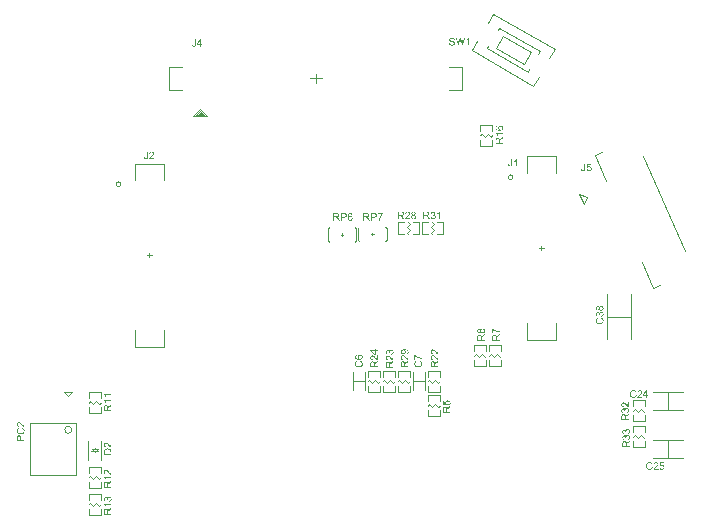
<source format=gto>
%FSLAX44Y44*%
%MOMM*%
G71*
G01*
G75*
%ADD10R,0.8890X1.0160*%
%ADD11R,0.6000X0.5000*%
%ADD12R,1.3970X1.3970*%
%ADD13R,0.4064X0.5500*%
%ADD14R,0.3048X0.5500*%
G04:AMPARAMS|DCode=15|XSize=0.32mm|YSize=1.7mm|CornerRadius=0.08mm|HoleSize=0mm|Usage=FLASHONLY|Rotation=0.000|XOffset=0mm|YOffset=0mm|HoleType=Round|Shape=RoundedRectangle|*
%AMROUNDEDRECTD15*
21,1,0.3200,1.5400,0,0,0.0*
21,1,0.1600,1.7000,0,0,0.0*
1,1,0.1600,0.0800,-0.7700*
1,1,0.1600,-0.0800,-0.7700*
1,1,0.1600,-0.0800,0.7700*
1,1,0.1600,0.0800,0.7700*
%
%ADD15ROUNDEDRECTD15*%
%ADD16R,0.5000X1.7000*%
%ADD17R,0.5000X0.6000*%
%ADD18R,1.3500X0.3000*%
%ADD19R,1.3500X0.2500*%
G04:AMPARAMS|DCode=20|XSize=2mm|YSize=1.2mm|CornerRadius=0mm|HoleSize=0mm|Usage=FLASHONLY|Rotation=150.000|XOffset=0mm|YOffset=0mm|HoleType=Round|Shape=Rectangle|*
%AMROTATEDRECTD20*
4,1,4,1.1660,0.0196,0.5660,-1.0196,-1.1660,-0.0196,-0.5660,1.0196,1.1660,0.0196,0.0*
%
%ADD20ROTATEDRECTD20*%

G04:AMPARAMS|DCode=21|XSize=2.1mm|YSize=0.8mm|CornerRadius=0mm|HoleSize=0mm|Usage=FLASHONLY|Rotation=203.500|XOffset=0mm|YOffset=0mm|HoleType=Round|Shape=Rectangle|*
%AMROTATEDRECTD21*
4,1,4,0.8034,0.7855,1.1224,0.0519,-0.8034,-0.7855,-1.1224,-0.0519,0.8034,0.7855,0.0*
%
%ADD21ROTATEDRECTD21*%

G04:AMPARAMS|DCode=22|XSize=3mm|YSize=2.1mm|CornerRadius=0mm|HoleSize=0mm|Usage=FLASHONLY|Rotation=203.500|XOffset=0mm|YOffset=0mm|HoleType=Round|Shape=Rectangle|*
%AMROTATEDRECTD22*
4,1,4,0.9569,1.5610,1.7943,-0.3648,-0.9569,-1.5610,-1.7943,0.3648,0.9569,1.5610,0.0*
%
%ADD22ROTATEDRECTD22*%

%ADD23R,1.0000X1.6000*%
%ADD24R,0.7000X0.6000*%
%ADD25C,0.2540*%
%ADD26C,0.3000*%
%ADD27C,0.6000*%
%ADD28C,1.0000*%
%ADD29C,0.5000*%
%ADD30C,0.4000*%
%ADD31C,1.0000*%
%ADD32O,2.0000X0.7500*%
G04:AMPARAMS|DCode=33|XSize=4mm|YSize=4mm|CornerRadius=2mm|HoleSize=0mm|Usage=FLASHONLY|Rotation=0.000|XOffset=0mm|YOffset=0mm|HoleType=Round|Shape=RoundedRectangle|*
%AMROUNDEDRECTD33*
21,1,4.0000,0.0000,0,0,0.0*
21,1,0.0000,4.0000,0,0,0.0*
1,1,4.0000,0.0000,0.0000*
1,1,4.0000,0.0000,0.0000*
1,1,4.0000,0.0000,0.0000*
1,1,4.0000,0.0000,0.0000*
%
%ADD33ROUNDEDRECTD33*%
%ADD34C,0.4500*%
%ADD35R,1.3970X1.3970*%
G04:AMPARAMS|DCode=36|XSize=2mm|YSize=2mm|CornerRadius=0mm|HoleSize=0mm|Usage=FLASHONLY|Rotation=180.000|XOffset=0mm|YOffset=0mm|HoleType=Round|Shape=RoundedRectangle|*
%AMROUNDEDRECTD36*
21,1,2.0000,2.0000,0,0,180.0*
21,1,2.0000,2.0000,0,0,180.0*
1,1,0.0000,-1.0000,1.0000*
1,1,0.0000,1.0000,1.0000*
1,1,0.0000,1.0000,-1.0000*
1,1,0.0000,-1.0000,-1.0000*
%
%ADD36ROUNDEDRECTD36*%
%ADD37R,0.7000X1.6000*%
%ADD38R,1.1000X1.4000*%
%ADD39R,1.6000X1.4000*%
%ADD40R,1.2000X2.2000*%
%ADD41R,3.0000X2.1000*%
%ADD42R,2.1000X0.8000*%
%ADD43R,0.8128X0.8128*%
%ADD44R,1.0668X0.8128*%
%ADD45R,0.8128X0.8128*%
%ADD46R,0.8128X1.0668*%
%ADD47R,1.5200X0.7600*%
%ADD48R,1.8000X2.8000*%
%ADD49R,0.7000X1.4000*%
%ADD50O,0.6096X2.0320*%
%ADD51R,0.6096X2.0320*%
%ADD52R,1.2000X1.8000*%
%ADD53R,2.1500X6.3000*%
%ADD54R,1.6000X1.2000*%
%ADD55R,2.1000X3.0000*%
%ADD56R,0.8000X2.1000*%
%ADD57C,0.8000*%
%ADD58C,0.1200*%
%ADD59C,0.1250*%
G36*
X-199867Y-132037D02*
X-199793Y-132046D01*
X-199710Y-132065D01*
X-199618Y-132083D01*
X-199516Y-132102D01*
X-199294Y-132176D01*
X-199174Y-132231D01*
X-199063Y-132287D01*
X-198943Y-132361D01*
X-198823Y-132444D01*
X-198703Y-132536D01*
X-198591Y-132647D01*
X-198582Y-132656D01*
X-198564Y-132675D01*
X-198536Y-132712D01*
X-198499Y-132758D01*
X-198453Y-132814D01*
X-198407Y-132888D01*
X-198351Y-132971D01*
X-198305Y-133073D01*
X-198249Y-133174D01*
X-198194Y-133294D01*
X-198148Y-133415D01*
X-198102Y-133553D01*
X-198064Y-133701D01*
X-198037Y-133858D01*
X-198018Y-134016D01*
X-198009Y-134191D01*
Y-134200D01*
Y-134228D01*
Y-134275D01*
X-198018Y-134330D01*
X-198027Y-134404D01*
X-198037Y-134487D01*
X-198055Y-134580D01*
X-198074Y-134681D01*
X-198129Y-134903D01*
X-198222Y-135134D01*
X-198277Y-135254D01*
X-198342Y-135365D01*
X-198425Y-135476D01*
X-198508Y-135587D01*
X-198518Y-135597D01*
X-198536Y-135615D01*
X-198564Y-135643D01*
X-198601Y-135670D01*
X-198647Y-135717D01*
X-198712Y-135763D01*
X-198776Y-135819D01*
X-198860Y-135874D01*
X-198952Y-135929D01*
X-199045Y-135985D01*
X-199266Y-136087D01*
X-199525Y-136170D01*
X-199664Y-136198D01*
X-199812Y-136216D01*
X-199914Y-135430D01*
X-199904D01*
X-199886Y-135421D01*
X-199849Y-135412D01*
X-199803Y-135402D01*
X-199747Y-135393D01*
X-199683Y-135375D01*
X-199544Y-135329D01*
X-199377Y-135264D01*
X-199220Y-135181D01*
X-199072Y-135088D01*
X-198943Y-134977D01*
X-198934Y-134959D01*
X-198897Y-134922D01*
X-198850Y-134848D01*
X-198804Y-134755D01*
X-198749Y-134644D01*
X-198703Y-134506D01*
X-198666Y-134348D01*
X-198656Y-134182D01*
Y-134173D01*
Y-134154D01*
Y-134127D01*
X-198666Y-134089D01*
X-198675Y-133988D01*
X-198703Y-133858D01*
X-198749Y-133710D01*
X-198813Y-133553D01*
X-198906Y-133396D01*
X-199035Y-133248D01*
X-199054Y-133230D01*
X-199109Y-133183D01*
X-199193Y-133128D01*
X-199303Y-133054D01*
X-199442Y-132980D01*
X-199599Y-132925D01*
X-199784Y-132878D01*
X-199988Y-132860D01*
X-200043D01*
X-200080Y-132869D01*
X-200182Y-132878D01*
X-200302Y-132906D01*
X-200450Y-132943D01*
X-200598Y-133008D01*
X-200746Y-133100D01*
X-200884Y-133221D01*
X-200903Y-133239D01*
X-200940Y-133285D01*
X-200995Y-133359D01*
X-201060Y-133461D01*
X-201125Y-133590D01*
X-201180Y-133748D01*
X-201217Y-133923D01*
X-201236Y-134117D01*
Y-134127D01*
Y-134154D01*
Y-134200D01*
X-201227Y-134265D01*
X-201217Y-134348D01*
X-201199Y-134441D01*
X-201180Y-134552D01*
X-201153Y-134672D01*
X-201846Y-134580D01*
Y-134570D01*
Y-134533D01*
X-201837Y-134496D01*
Y-134459D01*
Y-134450D01*
Y-134441D01*
Y-134413D01*
Y-134376D01*
X-201855Y-134275D01*
X-201874Y-134154D01*
X-201901Y-134016D01*
X-201948Y-133858D01*
X-202012Y-133710D01*
X-202096Y-133553D01*
Y-133544D01*
X-202105Y-133535D01*
X-202142Y-133489D01*
X-202207Y-133424D01*
X-202290Y-133350D01*
X-202410Y-133276D01*
X-202549Y-133211D01*
X-202706Y-133165D01*
X-202798Y-133146D01*
X-202974D01*
X-203048Y-133165D01*
X-203150Y-133183D01*
X-203261Y-133221D01*
X-203381Y-133267D01*
X-203501Y-133341D01*
X-203612Y-133442D01*
X-203621Y-133452D01*
X-203658Y-133498D01*
X-203704Y-133562D01*
X-203760Y-133646D01*
X-203806Y-133757D01*
X-203852Y-133886D01*
X-203889Y-134034D01*
X-203899Y-134200D01*
Y-134210D01*
Y-134219D01*
Y-134275D01*
X-203880Y-134358D01*
X-203862Y-134469D01*
X-203825Y-134589D01*
X-203778Y-134709D01*
X-203704Y-134838D01*
X-203612Y-134959D01*
X-203603Y-134968D01*
X-203556Y-135005D01*
X-203492Y-135060D01*
X-203399Y-135125D01*
X-203279Y-135190D01*
X-203131Y-135254D01*
X-202955Y-135310D01*
X-202752Y-135347D01*
X-202891Y-136133D01*
X-202900D01*
X-202928Y-136124D01*
X-202965Y-136114D01*
X-203020Y-136105D01*
X-203085Y-136087D01*
X-203159Y-136059D01*
X-203335Y-136003D01*
X-203538Y-135911D01*
X-203741Y-135800D01*
X-203936Y-135661D01*
X-204111Y-135486D01*
X-204120Y-135476D01*
X-204130Y-135458D01*
X-204148Y-135430D01*
X-204176Y-135393D01*
X-204213Y-135347D01*
X-204250Y-135282D01*
X-204287Y-135218D01*
X-204333Y-135134D01*
X-204407Y-134949D01*
X-204481Y-134737D01*
X-204527Y-134487D01*
X-204546Y-134358D01*
Y-134219D01*
Y-134210D01*
Y-134191D01*
Y-134164D01*
Y-134127D01*
X-204536Y-134025D01*
X-204518Y-133905D01*
X-204490Y-133757D01*
X-204444Y-133590D01*
X-204389Y-133424D01*
X-204315Y-133257D01*
Y-133248D01*
X-204305Y-133239D01*
X-204278Y-133183D01*
X-204222Y-133100D01*
X-204157Y-133008D01*
X-204065Y-132897D01*
X-203963Y-132786D01*
X-203843Y-132675D01*
X-203704Y-132583D01*
X-203686Y-132573D01*
X-203640Y-132545D01*
X-203556Y-132508D01*
X-203455Y-132462D01*
X-203335Y-132416D01*
X-203196Y-132379D01*
X-203039Y-132351D01*
X-202882Y-132342D01*
X-202808D01*
X-202734Y-132351D01*
X-202632Y-132370D01*
X-202512Y-132398D01*
X-202382Y-132444D01*
X-202253Y-132499D01*
X-202123Y-132573D01*
X-202105Y-132583D01*
X-202068Y-132610D01*
X-202003Y-132666D01*
X-201929Y-132740D01*
X-201846Y-132832D01*
X-201754Y-132943D01*
X-201670Y-133073D01*
X-201587Y-133230D01*
Y-133221D01*
X-201578Y-133202D01*
X-201569Y-133174D01*
X-201559Y-133137D01*
X-201522Y-133035D01*
X-201467Y-132906D01*
X-201393Y-132758D01*
X-201301Y-132610D01*
X-201180Y-132472D01*
X-201042Y-132342D01*
X-201023Y-132333D01*
X-200968Y-132296D01*
X-200875Y-132240D01*
X-200755Y-132185D01*
X-200607Y-132129D01*
X-200431Y-132074D01*
X-200228Y-132037D01*
X-200006Y-132028D01*
X-199923D01*
X-199867Y-132037D01*
D02*
G37*
G36*
X-198120Y-139027D02*
X-203122D01*
X-203113Y-139036D01*
X-203076Y-139082D01*
X-203020Y-139138D01*
X-202955Y-139230D01*
X-202872Y-139332D01*
X-202780Y-139461D01*
X-202678Y-139609D01*
X-202576Y-139776D01*
Y-139785D01*
X-202567Y-139794D01*
X-202530Y-139850D01*
X-202484Y-139942D01*
X-202428Y-140053D01*
X-202364Y-140182D01*
X-202299Y-140321D01*
X-202234Y-140460D01*
X-202179Y-140598D01*
X-202937D01*
Y-140589D01*
X-202955Y-140571D01*
X-202965Y-140534D01*
X-202992Y-140487D01*
X-203020Y-140432D01*
X-203057Y-140367D01*
X-203150Y-140210D01*
X-203251Y-140025D01*
X-203381Y-139840D01*
X-203529Y-139646D01*
X-203686Y-139452D01*
X-203695Y-139443D01*
X-203704Y-139433D01*
X-203732Y-139406D01*
X-203760Y-139369D01*
X-203852Y-139286D01*
X-203963Y-139175D01*
X-204093Y-139064D01*
X-204241Y-138944D01*
X-204389Y-138842D01*
X-204546Y-138749D01*
Y-138241D01*
X-198120D01*
Y-139027D01*
D02*
G37*
G36*
X-276181Y-80218D02*
X-276116Y-80227D01*
X-276033Y-80236D01*
X-275940Y-80255D01*
X-275839Y-80273D01*
X-275626Y-80338D01*
X-275515Y-80375D01*
X-275395Y-80430D01*
X-275275Y-80495D01*
X-275164Y-80560D01*
X-275053Y-80643D01*
X-274942Y-80735D01*
X-274933Y-80745D01*
X-274914Y-80763D01*
X-274886Y-80791D01*
X-274859Y-80837D01*
X-274813Y-80892D01*
X-274766Y-80967D01*
X-274711Y-81059D01*
X-274665Y-81161D01*
X-274609Y-81281D01*
X-274554Y-81419D01*
X-274508Y-81567D01*
X-274471Y-81743D01*
X-274433Y-81928D01*
X-274406Y-82131D01*
X-274387Y-82362D01*
X-274378Y-82603D01*
Y-84239D01*
X-271780D01*
Y-85090D01*
X-278178D01*
Y-82686D01*
Y-82677D01*
Y-82658D01*
Y-82621D01*
Y-82584D01*
Y-82529D01*
Y-82464D01*
X-278169Y-82326D01*
X-278160Y-82168D01*
X-278150Y-82002D01*
X-278132Y-81845D01*
X-278113Y-81706D01*
Y-81697D01*
Y-81688D01*
X-278095Y-81623D01*
X-278076Y-81540D01*
X-278048Y-81429D01*
X-278002Y-81308D01*
X-277947Y-81179D01*
X-277882Y-81040D01*
X-277808Y-80920D01*
X-277799Y-80902D01*
X-277771Y-80865D01*
X-277716Y-80809D01*
X-277651Y-80735D01*
X-277568Y-80652D01*
X-277457Y-80569D01*
X-277337Y-80476D01*
X-277198Y-80402D01*
X-277179Y-80393D01*
X-277133Y-80375D01*
X-277050Y-80338D01*
X-276939Y-80301D01*
X-276810Y-80273D01*
X-276662Y-80236D01*
X-276495Y-80218D01*
X-276320Y-80208D01*
X-276246D01*
X-276181Y-80218D01*
D02*
G37*
G36*
X-271780Y-73108D02*
X-271882D01*
X-271956Y-73099D01*
X-272039Y-73089D01*
X-272131Y-73071D01*
X-272224Y-73052D01*
X-272325Y-73015D01*
X-272335D01*
X-272344Y-73006D01*
X-272400Y-72987D01*
X-272483Y-72951D01*
X-272594Y-72895D01*
X-272723Y-72821D01*
X-272871Y-72729D01*
X-273019Y-72627D01*
X-273176Y-72498D01*
X-273185D01*
X-273195Y-72479D01*
X-273250Y-72433D01*
X-273333Y-72350D01*
X-273454Y-72229D01*
X-273592Y-72091D01*
X-273759Y-71915D01*
X-273944Y-71702D01*
X-274138Y-71471D01*
X-274147Y-71462D01*
X-274175Y-71425D01*
X-274221Y-71370D01*
X-274276Y-71305D01*
X-274350Y-71222D01*
X-274433Y-71120D01*
X-274526Y-71018D01*
X-274628Y-70898D01*
X-274849Y-70667D01*
X-275071Y-70436D01*
X-275182Y-70325D01*
X-275293Y-70223D01*
X-275395Y-70131D01*
X-275497Y-70057D01*
X-275506D01*
X-275515Y-70038D01*
X-275543Y-70020D01*
X-275580Y-70001D01*
X-275682Y-69936D01*
X-275802Y-69862D01*
X-275950Y-69798D01*
X-276107Y-69733D01*
X-276283Y-69696D01*
X-276449Y-69678D01*
X-276467D01*
X-276523Y-69687D01*
X-276615Y-69696D01*
X-276717Y-69724D01*
X-276847Y-69761D01*
X-276976Y-69826D01*
X-277106Y-69909D01*
X-277235Y-70020D01*
X-277253Y-70038D01*
X-277290Y-70084D01*
X-277337Y-70149D01*
X-277401Y-70251D01*
X-277457Y-70380D01*
X-277512Y-70528D01*
X-277549Y-70704D01*
X-277558Y-70898D01*
Y-70907D01*
Y-70926D01*
Y-70953D01*
X-277549Y-70991D01*
X-277540Y-71101D01*
X-277512Y-71231D01*
X-277475Y-71370D01*
X-277411Y-71527D01*
X-277327Y-71675D01*
X-277216Y-71813D01*
X-277198Y-71832D01*
X-277152Y-71869D01*
X-277078Y-71924D01*
X-276967Y-71980D01*
X-276837Y-72045D01*
X-276671Y-72100D01*
X-276486Y-72137D01*
X-276273Y-72155D01*
X-276357Y-72960D01*
X-276366D01*
X-276394Y-72951D01*
X-276440D01*
X-276504Y-72941D01*
X-276579Y-72923D01*
X-276662Y-72904D01*
X-276763Y-72877D01*
X-276865Y-72849D01*
X-277087Y-72775D01*
X-277309Y-72664D01*
X-277420Y-72599D01*
X-277531Y-72516D01*
X-277633Y-72433D01*
X-277725Y-72340D01*
X-277734Y-72331D01*
X-277743Y-72313D01*
X-277771Y-72285D01*
X-277799Y-72239D01*
X-277836Y-72183D01*
X-277873Y-72118D01*
X-277919Y-72045D01*
X-277965Y-71952D01*
X-278011Y-71850D01*
X-278058Y-71739D01*
X-278095Y-71619D01*
X-278132Y-71490D01*
X-278160Y-71351D01*
X-278187Y-71203D01*
X-278196Y-71046D01*
X-278206Y-70880D01*
Y-70870D01*
Y-70842D01*
Y-70787D01*
X-278196Y-70722D01*
X-278187Y-70648D01*
X-278178Y-70556D01*
X-278160Y-70454D01*
X-278141Y-70353D01*
X-278076Y-70112D01*
X-277984Y-69872D01*
X-277928Y-69752D01*
X-277864Y-69631D01*
X-277780Y-69520D01*
X-277688Y-69419D01*
X-277679Y-69409D01*
X-277669Y-69391D01*
X-277633Y-69373D01*
X-277596Y-69335D01*
X-277549Y-69289D01*
X-277484Y-69243D01*
X-277420Y-69197D01*
X-277337Y-69141D01*
X-277161Y-69049D01*
X-276939Y-68956D01*
X-276828Y-68919D01*
X-276699Y-68901D01*
X-276569Y-68882D01*
X-276430Y-68873D01*
X-276366D01*
X-276292Y-68882D01*
X-276190Y-68892D01*
X-276079Y-68910D01*
X-275950Y-68947D01*
X-275811Y-68984D01*
X-275672Y-69040D01*
X-275654Y-69049D01*
X-275608Y-69067D01*
X-275534Y-69104D01*
X-275432Y-69160D01*
X-275321Y-69234D01*
X-275182Y-69326D01*
X-275044Y-69437D01*
X-274886Y-69567D01*
X-274868Y-69585D01*
X-274813Y-69631D01*
X-274766Y-69678D01*
X-274720Y-69724D01*
X-274665Y-69779D01*
X-274591Y-69853D01*
X-274517Y-69927D01*
X-274433Y-70020D01*
X-274341Y-70112D01*
X-274239Y-70223D01*
X-274138Y-70343D01*
X-274017Y-70473D01*
X-273897Y-70621D01*
X-273768Y-70769D01*
X-273759Y-70778D01*
X-273740Y-70796D01*
X-273712Y-70833D01*
X-273675Y-70880D01*
X-273620Y-70935D01*
X-273564Y-71000D01*
X-273444Y-71148D01*
X-273305Y-71305D01*
X-273167Y-71453D01*
X-273047Y-71582D01*
X-273000Y-71638D01*
X-272954Y-71684D01*
X-272945Y-71693D01*
X-272917Y-71721D01*
X-272880Y-71758D01*
X-272825Y-71804D01*
X-272760Y-71850D01*
X-272695Y-71906D01*
X-272538Y-72017D01*
Y-68864D01*
X-271780D01*
Y-73108D01*
D02*
G37*
G36*
X-273759Y-73727D02*
X-273703Y-73746D01*
X-273629Y-73773D01*
X-273546Y-73801D01*
X-273444Y-73838D01*
X-273333Y-73884D01*
X-273213Y-73940D01*
X-272954Y-74069D01*
X-272695Y-74236D01*
X-272566Y-74337D01*
X-272436Y-74439D01*
X-272325Y-74550D01*
X-272215Y-74679D01*
X-272205Y-74689D01*
X-272187Y-74707D01*
X-272168Y-74753D01*
X-272131Y-74800D01*
X-272085Y-74874D01*
X-272039Y-74948D01*
X-271993Y-75049D01*
X-271946Y-75151D01*
X-271891Y-75271D01*
X-271845Y-75401D01*
X-271798Y-75539D01*
X-271752Y-75687D01*
X-271715Y-75844D01*
X-271697Y-76011D01*
X-271678Y-76186D01*
X-271669Y-76371D01*
Y-76381D01*
Y-76418D01*
Y-76473D01*
X-271678Y-76547D01*
Y-76630D01*
X-271688Y-76732D01*
X-271706Y-76843D01*
X-271724Y-76972D01*
X-271771Y-77241D01*
X-271845Y-77518D01*
X-271946Y-77795D01*
X-272011Y-77925D01*
X-272085Y-78054D01*
X-272094Y-78063D01*
X-272104Y-78082D01*
X-272131Y-78119D01*
X-272168Y-78156D01*
X-272205Y-78211D01*
X-272261Y-78276D01*
X-272325Y-78350D01*
X-272400Y-78424D01*
X-272483Y-78498D01*
X-272566Y-78581D01*
X-272778Y-78748D01*
X-273028Y-78905D01*
X-273305Y-79043D01*
X-273315D01*
X-273342Y-79062D01*
X-273389Y-79071D01*
X-273444Y-79099D01*
X-273518Y-79117D01*
X-273611Y-79145D01*
X-273712Y-79182D01*
X-273823Y-79210D01*
X-273944Y-79237D01*
X-274082Y-79275D01*
X-274369Y-79321D01*
X-274692Y-79358D01*
X-275025Y-79376D01*
X-275127D01*
X-275192Y-79367D01*
X-275284D01*
X-275376Y-79358D01*
X-275497Y-79349D01*
X-275617Y-79330D01*
X-275885Y-79284D01*
X-276181Y-79219D01*
X-276477Y-79127D01*
X-276763Y-78997D01*
X-276773Y-78988D01*
X-276800Y-78979D01*
X-276837Y-78960D01*
X-276884Y-78923D01*
X-276948Y-78886D01*
X-277022Y-78840D01*
X-277189Y-78720D01*
X-277374Y-78563D01*
X-277558Y-78378D01*
X-277743Y-78165D01*
X-277901Y-77915D01*
X-277910Y-77906D01*
X-277919Y-77878D01*
X-277938Y-77841D01*
X-277965Y-77795D01*
X-277993Y-77721D01*
X-278021Y-77647D01*
X-278058Y-77555D01*
X-278095Y-77453D01*
X-278132Y-77342D01*
X-278169Y-77222D01*
X-278224Y-76963D01*
X-278270Y-76667D01*
X-278289Y-76362D01*
Y-76353D01*
Y-76316D01*
Y-76270D01*
X-278280Y-76205D01*
X-278270Y-76122D01*
X-278261Y-76020D01*
X-278252Y-75918D01*
X-278224Y-75798D01*
X-278169Y-75549D01*
X-278085Y-75271D01*
X-278030Y-75132D01*
X-277965Y-75003D01*
X-277882Y-74874D01*
X-277799Y-74744D01*
X-277790Y-74735D01*
X-277780Y-74716D01*
X-277753Y-74679D01*
X-277706Y-74633D01*
X-277660Y-74587D01*
X-277596Y-74522D01*
X-277521Y-74458D01*
X-277448Y-74384D01*
X-277355Y-74310D01*
X-277244Y-74236D01*
X-277133Y-74152D01*
X-277013Y-74078D01*
X-276874Y-74014D01*
X-276736Y-73940D01*
X-276588Y-73884D01*
X-276421Y-73829D01*
X-276227Y-74661D01*
X-276236D01*
X-276255Y-74670D01*
X-276292Y-74689D01*
X-276338Y-74707D01*
X-276394Y-74726D01*
X-276467Y-74753D01*
X-276615Y-74827D01*
X-276782Y-74920D01*
X-276948Y-75031D01*
X-277106Y-75170D01*
X-277244Y-75317D01*
X-277263Y-75336D01*
X-277300Y-75391D01*
X-277346Y-75484D01*
X-277411Y-75604D01*
X-277466Y-75761D01*
X-277521Y-75937D01*
X-277558Y-76150D01*
X-277568Y-76381D01*
Y-76390D01*
Y-76418D01*
Y-76455D01*
X-277558Y-76501D01*
Y-76566D01*
X-277549Y-76639D01*
X-277521Y-76815D01*
X-277484Y-77009D01*
X-277420Y-77213D01*
X-277327Y-77425D01*
X-277207Y-77620D01*
Y-77629D01*
X-277189Y-77638D01*
X-277142Y-77703D01*
X-277069Y-77786D01*
X-276957Y-77888D01*
X-276819Y-78008D01*
X-276662Y-78119D01*
X-276467Y-78221D01*
X-276255Y-78313D01*
X-276246D01*
X-276227Y-78322D01*
X-276199Y-78331D01*
X-276153Y-78341D01*
X-276098Y-78359D01*
X-276033Y-78378D01*
X-275876Y-78405D01*
X-275691Y-78442D01*
X-275487Y-78479D01*
X-275266Y-78498D01*
X-275025Y-78507D01*
X-274886D01*
X-274822Y-78498D01*
X-274739D01*
X-274646Y-78489D01*
X-274544Y-78479D01*
X-274322Y-78452D01*
X-274082Y-78405D01*
X-273842Y-78350D01*
X-273601Y-78276D01*
X-273592D01*
X-273574Y-78267D01*
X-273546Y-78248D01*
X-273500Y-78230D01*
X-273389Y-78174D01*
X-273259Y-78091D01*
X-273111Y-77989D01*
X-272954Y-77860D01*
X-272815Y-77712D01*
X-272686Y-77536D01*
Y-77527D01*
X-272677Y-77509D01*
X-272658Y-77481D01*
X-272640Y-77444D01*
X-272621Y-77398D01*
X-272594Y-77342D01*
X-272538Y-77213D01*
X-272483Y-77046D01*
X-272436Y-76861D01*
X-272400Y-76658D01*
X-272390Y-76445D01*
Y-76436D01*
Y-76418D01*
Y-76381D01*
X-272400Y-76325D01*
Y-76260D01*
X-272409Y-76196D01*
X-272446Y-76029D01*
X-272492Y-75835D01*
X-272566Y-75641D01*
X-272668Y-75438D01*
X-272723Y-75336D01*
X-272797Y-75243D01*
X-272806Y-75234D01*
X-272815Y-75225D01*
X-272843Y-75197D01*
X-272871Y-75160D01*
X-272917Y-75123D01*
X-272973Y-75077D01*
X-273028Y-75022D01*
X-273102Y-74975D01*
X-273185Y-74920D01*
X-273278Y-74855D01*
X-273370Y-74800D01*
X-273481Y-74744D01*
X-273601Y-74698D01*
X-273731Y-74652D01*
X-273869Y-74605D01*
X-274017Y-74569D01*
X-273805Y-73718D01*
X-273796D01*
X-273759Y-73727D01*
D02*
G37*
G36*
X-198120Y-142753D02*
X-199451Y-143594D01*
X-199461D01*
X-199479Y-143612D01*
X-199507Y-143631D01*
X-199544Y-143659D01*
X-199646Y-143723D01*
X-199775Y-143807D01*
X-199914Y-143908D01*
X-200062Y-144010D01*
X-200200Y-144112D01*
X-200330Y-144204D01*
X-200339Y-144213D01*
X-200376Y-144241D01*
X-200431Y-144287D01*
X-200496Y-144352D01*
X-200635Y-144491D01*
X-200700Y-144565D01*
X-200755Y-144639D01*
X-200764Y-144648D01*
X-200774Y-144667D01*
X-200792Y-144704D01*
X-200820Y-144759D01*
X-200847Y-144814D01*
X-200875Y-144879D01*
X-200921Y-145027D01*
Y-145036D01*
X-200931Y-145055D01*
Y-145092D01*
X-200940Y-145138D01*
X-200949Y-145203D01*
Y-145277D01*
X-200958Y-145378D01*
Y-145489D01*
Y-146469D01*
X-198120D01*
Y-147320D01*
X-204518D01*
Y-144491D01*
Y-144482D01*
Y-144454D01*
Y-144408D01*
Y-144352D01*
X-204509Y-144278D01*
Y-144195D01*
X-204499Y-144001D01*
X-204472Y-143797D01*
X-204444Y-143575D01*
X-204398Y-143372D01*
X-204370Y-143270D01*
X-204342Y-143187D01*
Y-143178D01*
X-204333Y-143169D01*
X-204305Y-143113D01*
X-204268Y-143030D01*
X-204204Y-142928D01*
X-204120Y-142817D01*
X-204009Y-142697D01*
X-203880Y-142586D01*
X-203732Y-142475D01*
X-203723D01*
X-203714Y-142466D01*
X-203658Y-142429D01*
X-203566Y-142392D01*
X-203445Y-142337D01*
X-203307Y-142290D01*
X-203140Y-142244D01*
X-202965Y-142216D01*
X-202771Y-142207D01*
X-202706D01*
X-202660Y-142216D01*
X-202595D01*
X-202530Y-142226D01*
X-202373Y-142263D01*
X-202188Y-142318D01*
X-201994Y-142392D01*
X-201800Y-142503D01*
X-201707Y-142577D01*
X-201615Y-142651D01*
X-201606Y-142660D01*
X-201596Y-142669D01*
X-201569Y-142697D01*
X-201541Y-142734D01*
X-201504Y-142780D01*
X-201467Y-142836D01*
X-201421Y-142910D01*
X-201365Y-142984D01*
X-201319Y-143076D01*
X-201273Y-143178D01*
X-201217Y-143289D01*
X-201171Y-143409D01*
X-201134Y-143548D01*
X-201088Y-143687D01*
X-201060Y-143844D01*
X-201032Y-144010D01*
X-201023Y-143992D01*
X-201005Y-143955D01*
X-200968Y-143899D01*
X-200931Y-143825D01*
X-200829Y-143659D01*
X-200764Y-143575D01*
X-200709Y-143502D01*
X-200690Y-143483D01*
X-200644Y-143437D01*
X-200570Y-143363D01*
X-200478Y-143270D01*
X-200348Y-143169D01*
X-200210Y-143048D01*
X-200043Y-142928D01*
X-199858Y-142799D01*
X-198120Y-141699D01*
Y-142753D01*
D02*
G37*
G36*
Y-90501D02*
X-198222D01*
X-198296Y-90492D01*
X-198379Y-90483D01*
X-198471Y-90464D01*
X-198564Y-90446D01*
X-198666Y-90409D01*
X-198675D01*
X-198684Y-90399D01*
X-198739Y-90381D01*
X-198823Y-90344D01*
X-198934Y-90288D01*
X-199063Y-90215D01*
X-199211Y-90122D01*
X-199359Y-90020D01*
X-199516Y-89891D01*
X-199525D01*
X-199535Y-89872D01*
X-199590Y-89826D01*
X-199673Y-89743D01*
X-199793Y-89623D01*
X-199932Y-89484D01*
X-200099Y-89308D01*
X-200284Y-89096D01*
X-200478Y-88865D01*
X-200487Y-88855D01*
X-200515Y-88818D01*
X-200561Y-88763D01*
X-200616Y-88698D01*
X-200690Y-88615D01*
X-200774Y-88513D01*
X-200866Y-88412D01*
X-200968Y-88291D01*
X-201189Y-88060D01*
X-201411Y-87829D01*
X-201522Y-87718D01*
X-201633Y-87617D01*
X-201735Y-87524D01*
X-201837Y-87450D01*
X-201846D01*
X-201855Y-87432D01*
X-201883Y-87413D01*
X-201920Y-87395D01*
X-202022Y-87330D01*
X-202142Y-87256D01*
X-202290Y-87191D01*
X-202447Y-87127D01*
X-202623Y-87090D01*
X-202789Y-87071D01*
X-202808D01*
X-202863Y-87080D01*
X-202955Y-87090D01*
X-203057Y-87117D01*
X-203187Y-87154D01*
X-203316Y-87219D01*
X-203445Y-87302D01*
X-203575Y-87413D01*
X-203593Y-87432D01*
X-203630Y-87478D01*
X-203677Y-87542D01*
X-203741Y-87644D01*
X-203797Y-87774D01*
X-203852Y-87922D01*
X-203889Y-88097D01*
X-203899Y-88291D01*
Y-88301D01*
Y-88319D01*
Y-88347D01*
X-203889Y-88384D01*
X-203880Y-88495D01*
X-203852Y-88624D01*
X-203815Y-88763D01*
X-203751Y-88920D01*
X-203667Y-89068D01*
X-203556Y-89207D01*
X-203538Y-89225D01*
X-203492Y-89262D01*
X-203418Y-89318D01*
X-203307Y-89373D01*
X-203177Y-89438D01*
X-203011Y-89493D01*
X-202826Y-89530D01*
X-202613Y-89549D01*
X-202697Y-90353D01*
X-202706D01*
X-202734Y-90344D01*
X-202780D01*
X-202845Y-90335D01*
X-202918Y-90316D01*
X-203002Y-90298D01*
X-203103Y-90270D01*
X-203205Y-90242D01*
X-203427Y-90168D01*
X-203649Y-90057D01*
X-203760Y-89993D01*
X-203871Y-89909D01*
X-203972Y-89826D01*
X-204065Y-89734D01*
X-204074Y-89725D01*
X-204083Y-89706D01*
X-204111Y-89678D01*
X-204139Y-89632D01*
X-204176Y-89577D01*
X-204213Y-89512D01*
X-204259Y-89438D01*
X-204305Y-89345D01*
X-204352Y-89244D01*
X-204398Y-89133D01*
X-204435Y-89013D01*
X-204472Y-88883D01*
X-204499Y-88744D01*
X-204527Y-88596D01*
X-204536Y-88439D01*
X-204546Y-88273D01*
Y-88264D01*
Y-88236D01*
Y-88181D01*
X-204536Y-88116D01*
X-204527Y-88042D01*
X-204518Y-87949D01*
X-204499Y-87848D01*
X-204481Y-87746D01*
X-204416Y-87506D01*
X-204324Y-87265D01*
X-204268Y-87145D01*
X-204204Y-87025D01*
X-204120Y-86914D01*
X-204028Y-86812D01*
X-204019Y-86803D01*
X-204009Y-86784D01*
X-203972Y-86766D01*
X-203936Y-86729D01*
X-203889Y-86683D01*
X-203825Y-86636D01*
X-203760Y-86590D01*
X-203677Y-86535D01*
X-203501Y-86442D01*
X-203279Y-86350D01*
X-203168Y-86313D01*
X-203039Y-86294D01*
X-202909Y-86276D01*
X-202771Y-86267D01*
X-202706D01*
X-202632Y-86276D01*
X-202530Y-86285D01*
X-202419Y-86304D01*
X-202290Y-86341D01*
X-202151Y-86378D01*
X-202012Y-86433D01*
X-201994Y-86442D01*
X-201948Y-86461D01*
X-201874Y-86498D01*
X-201772Y-86553D01*
X-201661Y-86627D01*
X-201522Y-86720D01*
X-201384Y-86831D01*
X-201227Y-86960D01*
X-201208Y-86979D01*
X-201153Y-87025D01*
X-201106Y-87071D01*
X-201060Y-87117D01*
X-201005Y-87173D01*
X-200931Y-87247D01*
X-200857Y-87321D01*
X-200774Y-87413D01*
X-200681Y-87506D01*
X-200579Y-87617D01*
X-200478Y-87737D01*
X-200357Y-87866D01*
X-200237Y-88014D01*
X-200108Y-88162D01*
X-200099Y-88171D01*
X-200080Y-88190D01*
X-200052Y-88227D01*
X-200015Y-88273D01*
X-199960Y-88328D01*
X-199904Y-88393D01*
X-199784Y-88541D01*
X-199646Y-88698D01*
X-199507Y-88846D01*
X-199387Y-88976D01*
X-199340Y-89031D01*
X-199294Y-89077D01*
X-199285Y-89087D01*
X-199257Y-89114D01*
X-199220Y-89151D01*
X-199165Y-89198D01*
X-199100Y-89244D01*
X-199035Y-89299D01*
X-198878Y-89410D01*
Y-86257D01*
X-198120D01*
Y-90501D01*
D02*
G37*
G36*
X-201162Y-91241D02*
X-201088D01*
X-200912Y-91250D01*
X-200709Y-91278D01*
X-200496Y-91306D01*
X-200274Y-91352D01*
X-200052Y-91407D01*
X-200043D01*
X-200025Y-91416D01*
X-199997Y-91426D01*
X-199960Y-91435D01*
X-199858Y-91472D01*
X-199729Y-91527D01*
X-199581Y-91583D01*
X-199433Y-91657D01*
X-199276Y-91749D01*
X-199128Y-91842D01*
X-199109Y-91851D01*
X-199063Y-91888D01*
X-198998Y-91943D01*
X-198915Y-92017D01*
X-198823Y-92101D01*
X-198730Y-92202D01*
X-198629Y-92304D01*
X-198545Y-92424D01*
X-198536Y-92443D01*
X-198508Y-92480D01*
X-198471Y-92544D01*
X-198425Y-92637D01*
X-198370Y-92748D01*
X-198323Y-92877D01*
X-198268Y-93025D01*
X-198222Y-93192D01*
Y-93201D01*
Y-93210D01*
X-198213Y-93238D01*
X-198203Y-93265D01*
X-198194Y-93358D01*
X-198176Y-93487D01*
X-198157Y-93635D01*
X-198139Y-93811D01*
X-198129Y-94005D01*
X-198120Y-94218D01*
Y-96520D01*
X-204518D01*
Y-94319D01*
Y-94310D01*
Y-94283D01*
Y-94246D01*
Y-94199D01*
Y-94135D01*
Y-94061D01*
X-204509Y-93894D01*
X-204499Y-93709D01*
X-204481Y-93524D01*
X-204453Y-93340D01*
X-204426Y-93182D01*
Y-93173D01*
X-204416Y-93155D01*
Y-93127D01*
X-204398Y-93090D01*
X-204370Y-92988D01*
X-204324Y-92859D01*
X-204259Y-92711D01*
X-204176Y-92554D01*
X-204083Y-92396D01*
X-203963Y-92248D01*
X-203954Y-92239D01*
X-203945Y-92230D01*
X-203917Y-92202D01*
X-203889Y-92165D01*
X-203797Y-92073D01*
X-203667Y-91962D01*
X-203510Y-91842D01*
X-203325Y-91712D01*
X-203113Y-91592D01*
X-202872Y-91490D01*
X-202863D01*
X-202845Y-91481D01*
X-202808Y-91463D01*
X-202752Y-91453D01*
X-202687Y-91426D01*
X-202613Y-91407D01*
X-202530Y-91389D01*
X-202428Y-91361D01*
X-202327Y-91333D01*
X-202207Y-91315D01*
X-201948Y-91269D01*
X-201661Y-91241D01*
X-201347Y-91231D01*
X-201227D01*
X-201162Y-91241D01*
D02*
G37*
G36*
X-198120Y-119893D02*
X-199451Y-120734D01*
X-199461D01*
X-199479Y-120752D01*
X-199507Y-120771D01*
X-199544Y-120799D01*
X-199646Y-120864D01*
X-199775Y-120947D01*
X-199914Y-121048D01*
X-200062Y-121150D01*
X-200200Y-121252D01*
X-200330Y-121344D01*
X-200339Y-121354D01*
X-200376Y-121381D01*
X-200431Y-121427D01*
X-200496Y-121492D01*
X-200635Y-121631D01*
X-200700Y-121705D01*
X-200755Y-121779D01*
X-200764Y-121788D01*
X-200774Y-121806D01*
X-200792Y-121844D01*
X-200820Y-121899D01*
X-200847Y-121954D01*
X-200875Y-122019D01*
X-200921Y-122167D01*
Y-122176D01*
X-200931Y-122195D01*
Y-122232D01*
X-200940Y-122278D01*
X-200949Y-122343D01*
Y-122417D01*
X-200958Y-122518D01*
Y-122629D01*
Y-123609D01*
X-198120D01*
Y-124460D01*
X-204518D01*
Y-121631D01*
Y-121622D01*
Y-121594D01*
Y-121548D01*
Y-121492D01*
X-204509Y-121418D01*
Y-121335D01*
X-204499Y-121141D01*
X-204472Y-120937D01*
X-204444Y-120716D01*
X-204398Y-120512D01*
X-204370Y-120410D01*
X-204342Y-120327D01*
Y-120318D01*
X-204333Y-120309D01*
X-204305Y-120253D01*
X-204268Y-120170D01*
X-204204Y-120068D01*
X-204120Y-119957D01*
X-204009Y-119837D01*
X-203880Y-119726D01*
X-203732Y-119615D01*
X-203723D01*
X-203714Y-119606D01*
X-203658Y-119569D01*
X-203566Y-119532D01*
X-203445Y-119477D01*
X-203307Y-119430D01*
X-203140Y-119384D01*
X-202965Y-119356D01*
X-202771Y-119347D01*
X-202706D01*
X-202660Y-119356D01*
X-202595D01*
X-202530Y-119366D01*
X-202373Y-119403D01*
X-202188Y-119458D01*
X-201994Y-119532D01*
X-201800Y-119643D01*
X-201707Y-119717D01*
X-201615Y-119791D01*
X-201606Y-119800D01*
X-201596Y-119810D01*
X-201569Y-119837D01*
X-201541Y-119874D01*
X-201504Y-119920D01*
X-201467Y-119976D01*
X-201421Y-120050D01*
X-201365Y-120124D01*
X-201319Y-120216D01*
X-201273Y-120318D01*
X-201217Y-120429D01*
X-201171Y-120549D01*
X-201134Y-120688D01*
X-201088Y-120827D01*
X-201060Y-120984D01*
X-201032Y-121150D01*
X-201023Y-121132D01*
X-201005Y-121095D01*
X-200968Y-121039D01*
X-200931Y-120965D01*
X-200829Y-120799D01*
X-200764Y-120716D01*
X-200709Y-120642D01*
X-200690Y-120623D01*
X-200644Y-120577D01*
X-200570Y-120503D01*
X-200478Y-120410D01*
X-200348Y-120309D01*
X-200210Y-120189D01*
X-200043Y-120068D01*
X-199858Y-119939D01*
X-198120Y-118839D01*
Y-119893D01*
D02*
G37*
G36*
Y-113476D02*
X-198222D01*
X-198296Y-113467D01*
X-198379Y-113458D01*
X-198471Y-113439D01*
X-198564Y-113421D01*
X-198666Y-113384D01*
X-198675D01*
X-198684Y-113375D01*
X-198739Y-113356D01*
X-198823Y-113319D01*
X-198934Y-113264D01*
X-199063Y-113190D01*
X-199211Y-113097D01*
X-199359Y-112996D01*
X-199516Y-112866D01*
X-199525D01*
X-199535Y-112847D01*
X-199590Y-112801D01*
X-199673Y-112718D01*
X-199793Y-112598D01*
X-199932Y-112459D01*
X-200099Y-112283D01*
X-200284Y-112071D01*
X-200478Y-111840D01*
X-200487Y-111831D01*
X-200515Y-111793D01*
X-200561Y-111738D01*
X-200616Y-111673D01*
X-200690Y-111590D01*
X-200774Y-111488D01*
X-200866Y-111387D01*
X-200968Y-111266D01*
X-201189Y-111035D01*
X-201411Y-110804D01*
X-201522Y-110693D01*
X-201633Y-110592D01*
X-201735Y-110499D01*
X-201837Y-110425D01*
X-201846D01*
X-201855Y-110407D01*
X-201883Y-110388D01*
X-201920Y-110370D01*
X-202022Y-110305D01*
X-202142Y-110231D01*
X-202290Y-110166D01*
X-202447Y-110102D01*
X-202623Y-110065D01*
X-202789Y-110046D01*
X-202808D01*
X-202863Y-110055D01*
X-202955Y-110065D01*
X-203057Y-110092D01*
X-203187Y-110129D01*
X-203316Y-110194D01*
X-203445Y-110277D01*
X-203575Y-110388D01*
X-203593Y-110407D01*
X-203630Y-110453D01*
X-203677Y-110518D01*
X-203741Y-110619D01*
X-203797Y-110749D01*
X-203852Y-110897D01*
X-203889Y-111072D01*
X-203899Y-111266D01*
Y-111276D01*
Y-111294D01*
Y-111322D01*
X-203889Y-111359D01*
X-203880Y-111470D01*
X-203852Y-111599D01*
X-203815Y-111738D01*
X-203751Y-111895D01*
X-203667Y-112043D01*
X-203556Y-112182D01*
X-203538Y-112200D01*
X-203492Y-112237D01*
X-203418Y-112293D01*
X-203307Y-112348D01*
X-203177Y-112413D01*
X-203011Y-112469D01*
X-202826Y-112505D01*
X-202613Y-112524D01*
X-202697Y-113328D01*
X-202706D01*
X-202734Y-113319D01*
X-202780D01*
X-202845Y-113310D01*
X-202918Y-113291D01*
X-203002Y-113273D01*
X-203103Y-113245D01*
X-203205Y-113217D01*
X-203427Y-113143D01*
X-203649Y-113032D01*
X-203760Y-112968D01*
X-203871Y-112885D01*
X-203972Y-112801D01*
X-204065Y-112709D01*
X-204074Y-112700D01*
X-204083Y-112681D01*
X-204111Y-112653D01*
X-204139Y-112607D01*
X-204176Y-112552D01*
X-204213Y-112487D01*
X-204259Y-112413D01*
X-204305Y-112320D01*
X-204352Y-112219D01*
X-204398Y-112108D01*
X-204435Y-111988D01*
X-204472Y-111858D01*
X-204499Y-111720D01*
X-204527Y-111572D01*
X-204536Y-111414D01*
X-204546Y-111248D01*
Y-111239D01*
Y-111211D01*
Y-111156D01*
X-204536Y-111091D01*
X-204527Y-111017D01*
X-204518Y-110924D01*
X-204499Y-110823D01*
X-204481Y-110721D01*
X-204416Y-110481D01*
X-204324Y-110240D01*
X-204268Y-110120D01*
X-204204Y-110000D01*
X-204120Y-109889D01*
X-204028Y-109787D01*
X-204019Y-109778D01*
X-204009Y-109760D01*
X-203972Y-109741D01*
X-203936Y-109704D01*
X-203889Y-109658D01*
X-203825Y-109612D01*
X-203760Y-109565D01*
X-203677Y-109510D01*
X-203501Y-109417D01*
X-203279Y-109325D01*
X-203168Y-109288D01*
X-203039Y-109270D01*
X-202909Y-109251D01*
X-202771Y-109242D01*
X-202706D01*
X-202632Y-109251D01*
X-202530Y-109260D01*
X-202419Y-109279D01*
X-202290Y-109316D01*
X-202151Y-109353D01*
X-202012Y-109408D01*
X-201994Y-109417D01*
X-201948Y-109436D01*
X-201874Y-109473D01*
X-201772Y-109528D01*
X-201661Y-109602D01*
X-201522Y-109695D01*
X-201384Y-109806D01*
X-201227Y-109935D01*
X-201208Y-109954D01*
X-201153Y-110000D01*
X-201106Y-110046D01*
X-201060Y-110092D01*
X-201005Y-110148D01*
X-200931Y-110222D01*
X-200857Y-110296D01*
X-200774Y-110388D01*
X-200681Y-110481D01*
X-200579Y-110592D01*
X-200478Y-110712D01*
X-200357Y-110841D01*
X-200237Y-110989D01*
X-200108Y-111137D01*
X-200099Y-111146D01*
X-200080Y-111165D01*
X-200052Y-111202D01*
X-200015Y-111248D01*
X-199960Y-111304D01*
X-199904Y-111368D01*
X-199784Y-111516D01*
X-199646Y-111673D01*
X-199507Y-111821D01*
X-199387Y-111951D01*
X-199340Y-112006D01*
X-199294Y-112052D01*
X-199285Y-112062D01*
X-199257Y-112089D01*
X-199220Y-112126D01*
X-199165Y-112173D01*
X-199100Y-112219D01*
X-199035Y-112274D01*
X-198878Y-112385D01*
Y-109233D01*
X-198120D01*
Y-113476D01*
D02*
G37*
G36*
Y-116167D02*
X-203122D01*
X-203113Y-116176D01*
X-203076Y-116222D01*
X-203020Y-116278D01*
X-202955Y-116370D01*
X-202872Y-116472D01*
X-202780Y-116601D01*
X-202678Y-116749D01*
X-202576Y-116916D01*
Y-116925D01*
X-202567Y-116934D01*
X-202530Y-116990D01*
X-202484Y-117082D01*
X-202428Y-117193D01*
X-202364Y-117322D01*
X-202299Y-117461D01*
X-202234Y-117600D01*
X-202179Y-117738D01*
X-202937D01*
Y-117729D01*
X-202955Y-117711D01*
X-202965Y-117674D01*
X-202992Y-117627D01*
X-203020Y-117572D01*
X-203057Y-117507D01*
X-203150Y-117350D01*
X-203251Y-117165D01*
X-203381Y-116980D01*
X-203529Y-116786D01*
X-203686Y-116592D01*
X-203695Y-116583D01*
X-203704Y-116573D01*
X-203732Y-116546D01*
X-203760Y-116509D01*
X-203852Y-116426D01*
X-203963Y-116315D01*
X-204093Y-116204D01*
X-204241Y-116083D01*
X-204389Y-115982D01*
X-204546Y-115889D01*
Y-115381D01*
X-198120D01*
Y-116167D01*
D02*
G37*
G36*
X208146Y149076D02*
X205585D01*
X205243Y147347D01*
X205253Y147356D01*
X205271Y147365D01*
X205299Y147384D01*
X205345Y147412D01*
X205401Y147439D01*
X205465Y147476D01*
X205613Y147550D01*
X205798Y147624D01*
X206002Y147689D01*
X206224Y147735D01*
X206334Y147754D01*
X206538D01*
X206593Y147745D01*
X206667Y147735D01*
X206751Y147726D01*
X206843Y147708D01*
X206945Y147680D01*
X207167Y147615D01*
X207287Y147569D01*
X207407Y147504D01*
X207527Y147439D01*
X207647Y147365D01*
X207758Y147273D01*
X207869Y147171D01*
X207878Y147162D01*
X207897Y147143D01*
X207925Y147116D01*
X207962Y147070D01*
X208008Y147005D01*
X208054Y146940D01*
X208110Y146857D01*
X208165Y146764D01*
X208211Y146663D01*
X208267Y146552D01*
X208313Y146422D01*
X208359Y146293D01*
X208396Y146154D01*
X208424Y145997D01*
X208442Y145840D01*
X208452Y145674D01*
Y145664D01*
Y145637D01*
Y145590D01*
X208442Y145526D01*
X208433Y145452D01*
X208424Y145368D01*
X208405Y145267D01*
X208387Y145165D01*
X208332Y144925D01*
X208239Y144675D01*
X208183Y144545D01*
X208110Y144425D01*
X208036Y144296D01*
X207943Y144176D01*
X207934Y144166D01*
X207915Y144139D01*
X207878Y144102D01*
X207832Y144056D01*
X207768Y144000D01*
X207694Y143926D01*
X207601Y143861D01*
X207499Y143787D01*
X207388Y143713D01*
X207259Y143649D01*
X207120Y143584D01*
X206972Y143519D01*
X206815Y143473D01*
X206639Y143436D01*
X206455Y143408D01*
X206260Y143399D01*
X206177D01*
X206112Y143408D01*
X206039Y143418D01*
X205955Y143427D01*
X205854Y143436D01*
X205752Y143464D01*
X205521Y143519D01*
X205290Y143603D01*
X205170Y143658D01*
X205049Y143723D01*
X204938Y143797D01*
X204827Y143880D01*
X204818Y143889D01*
X204800Y143898D01*
X204781Y143935D01*
X204744Y143972D01*
X204698Y144018D01*
X204652Y144074D01*
X204596Y144148D01*
X204550Y144231D01*
X204494Y144314D01*
X204439Y144416D01*
X204337Y144638D01*
X204254Y144897D01*
X204226Y145035D01*
X204208Y145183D01*
X205031Y145248D01*
Y145239D01*
Y145220D01*
X205040Y145193D01*
X205049Y145147D01*
X205077Y145045D01*
X205114Y144906D01*
X205170Y144767D01*
X205243Y144610D01*
X205336Y144472D01*
X205447Y144342D01*
X205465Y144333D01*
X205502Y144296D01*
X205576Y144250D01*
X205678Y144194D01*
X205789Y144139D01*
X205928Y144093D01*
X206085Y144056D01*
X206260Y144046D01*
X206316D01*
X206353Y144056D01*
X206464Y144065D01*
X206593Y144102D01*
X206751Y144148D01*
X206908Y144222D01*
X207074Y144333D01*
X207148Y144398D01*
X207222Y144472D01*
X207231Y144481D01*
X207241Y144490D01*
X207259Y144518D01*
X207287Y144545D01*
X207351Y144647D01*
X207425Y144777D01*
X207490Y144934D01*
X207555Y145128D01*
X207601Y145359D01*
X207619Y145479D01*
Y145609D01*
Y145618D01*
Y145637D01*
Y145674D01*
X207610Y145720D01*
Y145775D01*
X207601Y145840D01*
X207573Y145988D01*
X207527Y146164D01*
X207462Y146339D01*
X207370Y146506D01*
X207241Y146663D01*
Y146672D01*
X207222Y146681D01*
X207176Y146728D01*
X207092Y146792D01*
X206982Y146866D01*
X206834Y146931D01*
X206667Y146996D01*
X206473Y147042D01*
X206362Y147060D01*
X206187D01*
X206112Y147051D01*
X206020Y147042D01*
X205909Y147014D01*
X205798Y146986D01*
X205678Y146940D01*
X205558Y146885D01*
X205548Y146875D01*
X205512Y146857D01*
X205456Y146811D01*
X205382Y146764D01*
X205308Y146700D01*
X205234Y146616D01*
X205151Y146533D01*
X205086Y146432D01*
X204347Y146533D01*
X204966Y149825D01*
X208146D01*
Y149076D01*
D02*
G37*
G36*
X-167202Y155704D02*
Y155695D01*
Y155667D01*
Y155630D01*
Y155575D01*
X-167212Y155501D01*
Y155427D01*
X-167230Y155251D01*
X-167249Y155048D01*
X-167286Y154835D01*
X-167341Y154641D01*
X-167406Y154456D01*
Y154447D01*
X-167415Y154437D01*
X-167443Y154382D01*
X-167489Y154308D01*
X-167554Y154206D01*
X-167646Y154104D01*
X-167748Y153994D01*
X-167877Y153883D01*
X-168025Y153790D01*
X-168044Y153781D01*
X-168099Y153753D01*
X-168182Y153716D01*
X-168303Y153679D01*
X-168451Y153633D01*
X-168617Y153596D01*
X-168802Y153568D01*
X-169005Y153559D01*
X-169088D01*
X-169144Y153568D01*
X-169218Y153577D01*
X-169292Y153587D01*
X-169486Y153624D01*
X-169690Y153679D01*
X-169902Y153763D01*
X-170013Y153818D01*
X-170115Y153883D01*
X-170207Y153957D01*
X-170300Y154040D01*
X-170309Y154049D01*
X-170318Y154058D01*
X-170337Y154095D01*
X-170364Y154132D01*
X-170401Y154178D01*
X-170438Y154243D01*
X-170475Y154317D01*
X-170522Y154400D01*
X-170559Y154493D01*
X-170595Y154604D01*
X-170632Y154715D01*
X-170669Y154844D01*
X-170688Y154983D01*
X-170716Y155140D01*
X-170725Y155297D01*
Y155473D01*
X-169958Y155584D01*
Y155575D01*
Y155556D01*
Y155519D01*
X-169948Y155464D01*
X-169939Y155408D01*
Y155344D01*
X-169911Y155186D01*
X-169884Y155020D01*
X-169828Y154853D01*
X-169773Y154705D01*
X-169736Y154641D01*
X-169690Y154585D01*
X-169680Y154576D01*
X-169643Y154548D01*
X-169588Y154502D01*
X-169514Y154456D01*
X-169412Y154400D01*
X-169301Y154363D01*
X-169163Y154326D01*
X-169014Y154317D01*
X-168959D01*
X-168904Y154326D01*
X-168820Y154336D01*
X-168737Y154354D01*
X-168645Y154373D01*
X-168552Y154410D01*
X-168460Y154456D01*
X-168451Y154465D01*
X-168423Y154484D01*
X-168386Y154521D01*
X-168330Y154558D01*
X-168284Y154622D01*
X-168229Y154687D01*
X-168182Y154761D01*
X-168146Y154853D01*
Y154863D01*
X-168127Y154900D01*
X-168118Y154964D01*
X-168099Y155048D01*
X-168081Y155159D01*
X-168071Y155297D01*
X-168053Y155464D01*
Y155658D01*
Y160068D01*
X-167202D01*
Y155704D01*
D02*
G37*
G36*
X-163865Y160086D02*
X-163791Y160077D01*
X-163698Y160068D01*
X-163597Y160049D01*
X-163495Y160031D01*
X-163255Y159966D01*
X-163014Y159874D01*
X-162894Y159818D01*
X-162774Y159754D01*
X-162663Y159670D01*
X-162561Y159578D01*
X-162552Y159569D01*
X-162533Y159559D01*
X-162515Y159522D01*
X-162478Y159486D01*
X-162432Y159439D01*
X-162386Y159375D01*
X-162339Y159310D01*
X-162284Y159227D01*
X-162191Y159051D01*
X-162099Y158829D01*
X-162062Y158718D01*
X-162043Y158589D01*
X-162025Y158459D01*
X-162016Y158321D01*
Y158302D01*
Y158256D01*
X-162025Y158182D01*
X-162034Y158080D01*
X-162053Y157969D01*
X-162090Y157840D01*
X-162127Y157701D01*
X-162182Y157562D01*
X-162191Y157544D01*
X-162210Y157498D01*
X-162247Y157424D01*
X-162302Y157322D01*
X-162376Y157211D01*
X-162469Y157072D01*
X-162580Y156934D01*
X-162709Y156777D01*
X-162728Y156758D01*
X-162774Y156703D01*
X-162820Y156656D01*
X-162866Y156610D01*
X-162922Y156555D01*
X-162996Y156481D01*
X-163070Y156407D01*
X-163162Y156323D01*
X-163255Y156231D01*
X-163365Y156129D01*
X-163486Y156028D01*
X-163615Y155907D01*
X-163763Y155787D01*
X-163911Y155658D01*
X-163920Y155649D01*
X-163939Y155630D01*
X-163976Y155602D01*
X-164022Y155565D01*
X-164077Y155510D01*
X-164142Y155454D01*
X-164290Y155334D01*
X-164447Y155196D01*
X-164595Y155057D01*
X-164725Y154937D01*
X-164780Y154890D01*
X-164826Y154844D01*
X-164835Y154835D01*
X-164863Y154807D01*
X-164900Y154770D01*
X-164946Y154715D01*
X-164993Y154650D01*
X-165048Y154585D01*
X-165159Y154428D01*
X-162006D01*
Y153670D01*
X-166250D01*
Y153679D01*
Y153716D01*
Y153772D01*
X-166241Y153846D01*
X-166232Y153929D01*
X-166213Y154021D01*
X-166195Y154114D01*
X-166158Y154215D01*
Y154225D01*
X-166148Y154234D01*
X-166130Y154290D01*
X-166093Y154373D01*
X-166038Y154484D01*
X-165963Y154613D01*
X-165871Y154761D01*
X-165769Y154909D01*
X-165640Y155066D01*
Y155075D01*
X-165621Y155085D01*
X-165575Y155140D01*
X-165492Y155223D01*
X-165372Y155344D01*
X-165233Y155482D01*
X-165057Y155649D01*
X-164845Y155834D01*
X-164614Y156028D01*
X-164604Y156037D01*
X-164567Y156065D01*
X-164512Y156111D01*
X-164447Y156166D01*
X-164364Y156240D01*
X-164262Y156323D01*
X-164161Y156416D01*
X-164040Y156518D01*
X-163809Y156740D01*
X-163578Y156961D01*
X-163467Y157072D01*
X-163365Y157183D01*
X-163273Y157285D01*
X-163199Y157387D01*
Y157396D01*
X-163181Y157405D01*
X-163162Y157433D01*
X-163144Y157470D01*
X-163079Y157572D01*
X-163005Y157692D01*
X-162940Y157840D01*
X-162875Y157997D01*
X-162838Y158173D01*
X-162820Y158339D01*
Y158348D01*
Y158357D01*
X-162829Y158413D01*
X-162838Y158505D01*
X-162866Y158607D01*
X-162903Y158737D01*
X-162968Y158866D01*
X-163051Y158996D01*
X-163162Y159125D01*
X-163181Y159143D01*
X-163227Y159180D01*
X-163291Y159227D01*
X-163393Y159291D01*
X-163523Y159347D01*
X-163671Y159402D01*
X-163846Y159439D01*
X-164040Y159448D01*
X-164096D01*
X-164133Y159439D01*
X-164244Y159430D01*
X-164373Y159402D01*
X-164512Y159365D01*
X-164669Y159301D01*
X-164817Y159217D01*
X-164956Y159106D01*
X-164974Y159088D01*
X-165011Y159042D01*
X-165067Y158968D01*
X-165122Y158857D01*
X-165187Y158727D01*
X-165242Y158561D01*
X-165279Y158376D01*
X-165298Y158163D01*
X-166102Y158247D01*
Y158256D01*
X-166093Y158284D01*
Y158330D01*
X-166084Y158394D01*
X-166065Y158469D01*
X-166047Y158552D01*
X-166019Y158653D01*
X-165991Y158755D01*
X-165917Y158977D01*
X-165806Y159199D01*
X-165742Y159310D01*
X-165658Y159421D01*
X-165575Y159522D01*
X-165483Y159615D01*
X-165473Y159624D01*
X-165455Y159633D01*
X-165427Y159661D01*
X-165381Y159689D01*
X-165326Y159726D01*
X-165261Y159763D01*
X-165187Y159809D01*
X-165094Y159855D01*
X-164993Y159902D01*
X-164882Y159948D01*
X-164762Y159985D01*
X-164632Y160022D01*
X-164493Y160049D01*
X-164345Y160077D01*
X-164188Y160086D01*
X-164022Y160096D01*
X-163930D01*
X-163865Y160086D01*
D02*
G37*
G36*
X57764Y109286D02*
X57838Y109277D01*
X57921Y109268D01*
X58013Y109259D01*
X58106Y109231D01*
X58328Y109176D01*
X58549Y109092D01*
X58660Y109037D01*
X58771Y108972D01*
X58873Y108889D01*
X58975Y108806D01*
X58984Y108796D01*
X58993Y108787D01*
X59021Y108759D01*
X59058Y108722D01*
X59095Y108667D01*
X59141Y108611D01*
X59234Y108473D01*
X59326Y108297D01*
X59409Y108094D01*
X59474Y107863D01*
X59483Y107742D01*
X59493Y107613D01*
Y107604D01*
Y107594D01*
Y107539D01*
X59483Y107456D01*
X59465Y107354D01*
X59437Y107225D01*
X59391Y107095D01*
X59335Y106966D01*
X59252Y106836D01*
X59243Y106818D01*
X59206Y106781D01*
X59151Y106725D01*
X59076Y106651D01*
X58975Y106568D01*
X58855Y106485D01*
X58716Y106402D01*
X58549Y106328D01*
X58559D01*
X58577Y106319D01*
X58605Y106309D01*
X58642Y106291D01*
X58753Y106245D01*
X58882Y106180D01*
X59021Y106088D01*
X59169Y105986D01*
X59308Y105856D01*
X59437Y105708D01*
Y105699D01*
X59446Y105690D01*
X59483Y105634D01*
X59539Y105542D01*
X59594Y105422D01*
X59650Y105274D01*
X59705Y105098D01*
X59742Y104904D01*
X59752Y104691D01*
Y104682D01*
Y104654D01*
Y104608D01*
X59742Y104553D01*
X59733Y104488D01*
X59724Y104405D01*
X59705Y104312D01*
X59678Y104211D01*
X59613Y103998D01*
X59567Y103878D01*
X59502Y103767D01*
X59437Y103647D01*
X59363Y103536D01*
X59271Y103425D01*
X59169Y103314D01*
X59160Y103305D01*
X59141Y103286D01*
X59113Y103258D01*
X59067Y103231D01*
X59003Y103184D01*
X58938Y103138D01*
X58855Y103092D01*
X58762Y103036D01*
X58660Y102981D01*
X58540Y102935D01*
X58411Y102888D01*
X58281Y102842D01*
X58134Y102815D01*
X57976Y102787D01*
X57819Y102768D01*
X57643Y102759D01*
X57551D01*
X57486Y102768D01*
X57403Y102778D01*
X57311Y102787D01*
X57209Y102805D01*
X57098Y102833D01*
X56848Y102898D01*
X56719Y102944D01*
X56599Y102990D01*
X56469Y103055D01*
X56340Y103129D01*
X56220Y103212D01*
X56109Y103314D01*
X56100Y103323D01*
X56081Y103342D01*
X56053Y103369D01*
X56016Y103415D01*
X55979Y103471D01*
X55924Y103536D01*
X55878Y103610D01*
X55822Y103702D01*
X55767Y103795D01*
X55720Y103905D01*
X55628Y104137D01*
X55591Y104275D01*
X55563Y104414D01*
X55545Y104562D01*
X55535Y104710D01*
Y104719D01*
Y104738D01*
Y104775D01*
X55545Y104812D01*
Y104867D01*
X55554Y104932D01*
X55573Y105080D01*
X55609Y105246D01*
X55665Y105413D01*
X55748Y105588D01*
X55850Y105755D01*
Y105764D01*
X55868Y105773D01*
X55905Y105819D01*
X55979Y105893D01*
X56081Y105986D01*
X56210Y106078D01*
X56368Y106180D01*
X56543Y106263D01*
X56756Y106328D01*
X56747D01*
X56737Y106337D01*
X56710Y106346D01*
X56673Y106365D01*
X56589Y106402D01*
X56479Y106457D01*
X56358Y106531D01*
X56238Y106624D01*
X56127Y106725D01*
X56026Y106836D01*
X56016Y106855D01*
X55988Y106892D01*
X55951Y106966D01*
X55915Y107058D01*
X55868Y107178D01*
X55831Y107317D01*
X55804Y107474D01*
X55794Y107641D01*
Y107650D01*
Y107669D01*
Y107705D01*
X55804Y107761D01*
X55813Y107816D01*
X55822Y107890D01*
X55859Y108048D01*
X55915Y108232D01*
X56007Y108427D01*
X56062Y108528D01*
X56127Y108630D01*
X56210Y108722D01*
X56294Y108815D01*
X56303Y108824D01*
X56321Y108833D01*
X56349Y108861D01*
X56386Y108889D01*
X56432Y108926D01*
X56497Y108963D01*
X56571Y109009D01*
X56645Y109055D01*
X56737Y109101D01*
X56839Y109148D01*
X56950Y109185D01*
X57070Y109222D01*
X57329Y109277D01*
X57477Y109286D01*
X57625Y109296D01*
X57708D01*
X57764Y109286D01*
D02*
G37*
G36*
X52845D02*
X52919Y109277D01*
X53011Y109268D01*
X53113Y109249D01*
X53215Y109231D01*
X53455Y109166D01*
X53696Y109074D01*
X53816Y109018D01*
X53936Y108954D01*
X54047Y108870D01*
X54149Y108778D01*
X54158Y108769D01*
X54176Y108759D01*
X54195Y108722D01*
X54232Y108686D01*
X54278Y108639D01*
X54324Y108574D01*
X54370Y108510D01*
X54426Y108427D01*
X54518Y108251D01*
X54611Y108029D01*
X54648Y107918D01*
X54666Y107789D01*
X54685Y107659D01*
X54694Y107521D01*
Y107502D01*
Y107456D01*
X54685Y107382D01*
X54676Y107280D01*
X54657Y107169D01*
X54620Y107040D01*
X54583Y106901D01*
X54528Y106762D01*
X54518Y106744D01*
X54500Y106698D01*
X54463Y106624D01*
X54408Y106522D01*
X54334Y106411D01*
X54241Y106272D01*
X54130Y106134D01*
X54001Y105976D01*
X53982Y105958D01*
X53936Y105903D01*
X53890Y105856D01*
X53843Y105810D01*
X53788Y105755D01*
X53714Y105681D01*
X53640Y105607D01*
X53548Y105524D01*
X53455Y105431D01*
X53344Y105329D01*
X53224Y105228D01*
X53095Y105107D01*
X52947Y104987D01*
X52799Y104858D01*
X52790Y104849D01*
X52771Y104830D01*
X52734Y104802D01*
X52688Y104765D01*
X52632Y104710D01*
X52568Y104654D01*
X52420Y104534D01*
X52263Y104396D01*
X52115Y104257D01*
X51985Y104137D01*
X51930Y104090D01*
X51884Y104044D01*
X51874Y104035D01*
X51846Y104007D01*
X51810Y103970D01*
X51763Y103915D01*
X51717Y103850D01*
X51662Y103785D01*
X51551Y103628D01*
X54703D01*
Y102870D01*
X50460D01*
Y102879D01*
Y102916D01*
Y102972D01*
X50469Y103046D01*
X50478Y103129D01*
X50497Y103221D01*
X50515Y103314D01*
X50552Y103415D01*
Y103425D01*
X50561Y103434D01*
X50580Y103490D01*
X50617Y103573D01*
X50672Y103684D01*
X50746Y103813D01*
X50839Y103961D01*
X50940Y104109D01*
X51070Y104266D01*
Y104275D01*
X51088Y104285D01*
X51135Y104340D01*
X51218Y104423D01*
X51338Y104544D01*
X51477Y104682D01*
X51652Y104849D01*
X51865Y105034D01*
X52096Y105228D01*
X52105Y105237D01*
X52142Y105265D01*
X52198Y105311D01*
X52263Y105366D01*
X52346Y105440D01*
X52447Y105524D01*
X52549Y105616D01*
X52669Y105718D01*
X52901Y105940D01*
X53132Y106161D01*
X53243Y106272D01*
X53344Y106383D01*
X53437Y106485D01*
X53511Y106587D01*
Y106596D01*
X53529Y106605D01*
X53548Y106633D01*
X53566Y106670D01*
X53631Y106772D01*
X53705Y106892D01*
X53770Y107040D01*
X53834Y107197D01*
X53871Y107373D01*
X53890Y107539D01*
Y107548D01*
Y107557D01*
X53881Y107613D01*
X53871Y107705D01*
X53843Y107807D01*
X53807Y107937D01*
X53742Y108066D01*
X53659Y108195D01*
X53548Y108325D01*
X53529Y108343D01*
X53483Y108380D01*
X53418Y108427D01*
X53316Y108491D01*
X53187Y108547D01*
X53039Y108602D01*
X52863Y108639D01*
X52669Y108649D01*
X52614D01*
X52577Y108639D01*
X52466Y108630D01*
X52337Y108602D01*
X52198Y108565D01*
X52041Y108501D01*
X51893Y108417D01*
X51754Y108306D01*
X51736Y108288D01*
X51699Y108242D01*
X51643Y108168D01*
X51588Y108057D01*
X51523Y107927D01*
X51467Y107761D01*
X51430Y107576D01*
X51412Y107363D01*
X50608Y107447D01*
Y107456D01*
X50617Y107484D01*
Y107530D01*
X50626Y107594D01*
X50645Y107669D01*
X50663Y107752D01*
X50691Y107853D01*
X50718Y107955D01*
X50792Y108177D01*
X50903Y108399D01*
X50968Y108510D01*
X51051Y108621D01*
X51135Y108722D01*
X51227Y108815D01*
X51236Y108824D01*
X51255Y108833D01*
X51283Y108861D01*
X51329Y108889D01*
X51384Y108926D01*
X51449Y108963D01*
X51523Y109009D01*
X51615Y109055D01*
X51717Y109101D01*
X51828Y109148D01*
X51948Y109185D01*
X52078Y109222D01*
X52216Y109249D01*
X52364Y109277D01*
X52521Y109286D01*
X52688Y109296D01*
X52780D01*
X52845Y109286D01*
D02*
G37*
G36*
X47492Y109259D02*
X47575D01*
X47769Y109249D01*
X47973Y109222D01*
X48194Y109194D01*
X48398Y109148D01*
X48500Y109120D01*
X48583Y109092D01*
X48592D01*
X48601Y109083D01*
X48657Y109055D01*
X48740Y109018D01*
X48842Y108954D01*
X48953Y108870D01*
X49073Y108759D01*
X49184Y108630D01*
X49295Y108482D01*
Y108473D01*
X49304Y108464D01*
X49341Y108408D01*
X49378Y108316D01*
X49433Y108195D01*
X49480Y108057D01*
X49526Y107890D01*
X49554Y107715D01*
X49563Y107521D01*
Y107511D01*
Y107493D01*
Y107456D01*
X49554Y107410D01*
Y107345D01*
X49544Y107280D01*
X49507Y107123D01*
X49452Y106938D01*
X49378Y106744D01*
X49267Y106550D01*
X49193Y106457D01*
X49119Y106365D01*
X49110Y106356D01*
X49100Y106346D01*
X49073Y106319D01*
X49036Y106291D01*
X48990Y106254D01*
X48934Y106217D01*
X48860Y106171D01*
X48786Y106115D01*
X48694Y106069D01*
X48592Y106023D01*
X48481Y105967D01*
X48361Y105921D01*
X48222Y105884D01*
X48084Y105838D01*
X47926Y105810D01*
X47760Y105782D01*
X47778Y105773D01*
X47815Y105755D01*
X47871Y105718D01*
X47945Y105681D01*
X48111Y105579D01*
X48194Y105514D01*
X48268Y105459D01*
X48287Y105440D01*
X48333Y105394D01*
X48407Y105320D01*
X48500Y105228D01*
X48601Y105098D01*
X48721Y104959D01*
X48842Y104793D01*
X48971Y104608D01*
X50071Y102870D01*
X49017D01*
X48176Y104201D01*
Y104211D01*
X48158Y104229D01*
X48139Y104257D01*
X48111Y104294D01*
X48046Y104396D01*
X47963Y104525D01*
X47862Y104664D01*
X47760Y104812D01*
X47658Y104950D01*
X47566Y105080D01*
X47557Y105089D01*
X47529Y105126D01*
X47483Y105181D01*
X47418Y105246D01*
X47279Y105385D01*
X47205Y105449D01*
X47131Y105505D01*
X47122Y105514D01*
X47104Y105524D01*
X47066Y105542D01*
X47011Y105570D01*
X46956Y105597D01*
X46891Y105625D01*
X46743Y105671D01*
X46734D01*
X46715Y105681D01*
X46678D01*
X46632Y105690D01*
X46567Y105699D01*
X46493D01*
X46392Y105708D01*
X45301D01*
Y102870D01*
X44450D01*
Y109268D01*
X47418D01*
X47492Y109259D01*
D02*
G37*
G36*
X141303Y149626D02*
Y149617D01*
Y149589D01*
Y149552D01*
Y149497D01*
X141294Y149423D01*
Y149349D01*
X141275Y149173D01*
X141257Y148970D01*
X141220Y148757D01*
X141164Y148563D01*
X141100Y148378D01*
Y148369D01*
X141090Y148360D01*
X141063Y148304D01*
X141016Y148230D01*
X140952Y148129D01*
X140859Y148027D01*
X140758Y147916D01*
X140628Y147805D01*
X140480Y147713D01*
X140462Y147703D01*
X140406Y147676D01*
X140323Y147639D01*
X140203Y147602D01*
X140055Y147555D01*
X139888Y147518D01*
X139704Y147491D01*
X139500Y147481D01*
X139417D01*
X139361Y147491D01*
X139288Y147500D01*
X139213Y147509D01*
X139019Y147546D01*
X138816Y147602D01*
X138603Y147685D01*
X138492Y147740D01*
X138391Y147805D01*
X138298Y147879D01*
X138206Y147962D01*
X138196Y147971D01*
X138187Y147981D01*
X138169Y148018D01*
X138141Y148055D01*
X138104Y148101D01*
X138067Y148166D01*
X138030Y148240D01*
X137984Y148323D01*
X137947Y148415D01*
X137910Y148526D01*
X137873Y148637D01*
X137836Y148767D01*
X137817Y148905D01*
X137790Y149062D01*
X137780Y149220D01*
Y149395D01*
X138548Y149506D01*
Y149497D01*
Y149479D01*
Y149441D01*
X138557Y149386D01*
X138566Y149331D01*
Y149266D01*
X138594Y149109D01*
X138622Y148942D01*
X138677Y148776D01*
X138733Y148628D01*
X138770Y148563D01*
X138816Y148508D01*
X138825Y148498D01*
X138862Y148471D01*
X138918Y148425D01*
X138992Y148378D01*
X139093Y148323D01*
X139204Y148286D01*
X139343Y148249D01*
X139491Y148240D01*
X139546D01*
X139602Y148249D01*
X139685Y148258D01*
X139768Y148277D01*
X139861Y148295D01*
X139953Y148332D01*
X140046Y148378D01*
X140055Y148387D01*
X140083Y148406D01*
X140120Y148443D01*
X140175Y148480D01*
X140221Y148545D01*
X140277Y148609D01*
X140323Y148683D01*
X140360Y148776D01*
Y148785D01*
X140378Y148822D01*
X140388Y148887D01*
X140406Y148970D01*
X140425Y149081D01*
X140434Y149220D01*
X140452Y149386D01*
Y149580D01*
Y153990D01*
X141303D01*
Y149626D01*
D02*
G37*
G36*
X104956Y250000D02*
X104170D01*
Y255002D01*
X104161Y254993D01*
X104115Y254956D01*
X104059Y254900D01*
X103967Y254836D01*
X103865Y254752D01*
X103736Y254660D01*
X103588Y254558D01*
X103421Y254457D01*
X103412D01*
X103403Y254447D01*
X103348Y254410D01*
X103255Y254364D01*
X103144Y254309D01*
X103015Y254244D01*
X102876Y254179D01*
X102737Y254114D01*
X102599Y254059D01*
Y254817D01*
X102608D01*
X102626Y254836D01*
X102663Y254845D01*
X102710Y254873D01*
X102765Y254900D01*
X102830Y254937D01*
X102987Y255030D01*
X103172Y255131D01*
X103357Y255261D01*
X103551Y255409D01*
X103745Y255566D01*
X103754Y255575D01*
X103764Y255585D01*
X103791Y255612D01*
X103828Y255640D01*
X103912Y255732D01*
X104022Y255843D01*
X104133Y255973D01*
X104254Y256121D01*
X104355Y256269D01*
X104448Y256426D01*
X104956D01*
Y250000D01*
D02*
G37*
G36*
X203145Y145544D02*
Y145535D01*
Y145507D01*
Y145470D01*
Y145415D01*
X203135Y145341D01*
Y145267D01*
X203117Y145091D01*
X203099Y144888D01*
X203062Y144675D01*
X203006Y144481D01*
X202941Y144296D01*
Y144287D01*
X202932Y144277D01*
X202904Y144222D01*
X202858Y144148D01*
X202793Y144046D01*
X202701Y143945D01*
X202599Y143834D01*
X202470Y143723D01*
X202322Y143630D01*
X202303Y143621D01*
X202248Y143593D01*
X202165Y143556D01*
X202045Y143519D01*
X201896Y143473D01*
X201730Y143436D01*
X201545Y143408D01*
X201342Y143399D01*
X201259D01*
X201203Y143408D01*
X201129Y143418D01*
X201055Y143427D01*
X200861Y143464D01*
X200658Y143519D01*
X200445Y143603D01*
X200334Y143658D01*
X200232Y143723D01*
X200140Y143797D01*
X200047Y143880D01*
X200038Y143889D01*
X200029Y143898D01*
X200010Y143935D01*
X199983Y143972D01*
X199946Y144018D01*
X199909Y144083D01*
X199872Y144157D01*
X199825Y144240D01*
X199788Y144333D01*
X199751Y144444D01*
X199715Y144555D01*
X199678Y144684D01*
X199659Y144823D01*
X199631Y144980D01*
X199622Y145137D01*
Y145313D01*
X200389Y145424D01*
Y145415D01*
Y145396D01*
Y145359D01*
X200399Y145304D01*
X200408Y145248D01*
Y145183D01*
X200436Y145026D01*
X200464Y144860D01*
X200519Y144693D01*
X200574Y144545D01*
X200611Y144481D01*
X200658Y144425D01*
X200667Y144416D01*
X200704Y144388D01*
X200759Y144342D01*
X200833Y144296D01*
X200935Y144240D01*
X201046Y144203D01*
X201185Y144166D01*
X201332Y144157D01*
X201388D01*
X201444Y144166D01*
X201527Y144176D01*
X201610Y144194D01*
X201702Y144213D01*
X201795Y144250D01*
X201887Y144296D01*
X201896Y144305D01*
X201924Y144324D01*
X201961Y144361D01*
X202017Y144398D01*
X202063Y144462D01*
X202118Y144527D01*
X202165Y144601D01*
X202202Y144693D01*
Y144703D01*
X202220Y144740D01*
X202229Y144804D01*
X202248Y144888D01*
X202266Y144999D01*
X202276Y145137D01*
X202294Y145304D01*
Y145498D01*
Y149908D01*
X203145D01*
Y145544D01*
D02*
G37*
G36*
X99769Y250000D02*
X98937D01*
X97597Y254873D01*
Y254882D01*
X97587Y254900D01*
X97578Y254928D01*
X97569Y254974D01*
X97541Y255076D01*
X97514Y255196D01*
X97477Y255326D01*
X97440Y255446D01*
X97412Y255548D01*
X97403Y255594D01*
X97393Y255621D01*
Y255612D01*
X97384Y255603D01*
X97375Y255548D01*
X97356Y255464D01*
X97329Y255363D01*
X97301Y255252D01*
X97264Y255122D01*
X97236Y254993D01*
X97199Y254873D01*
X95849Y250000D01*
X94962D01*
X93288Y256398D01*
X94167D01*
X95119Y252201D01*
Y252191D01*
X95128Y252173D01*
X95137Y252136D01*
X95147Y252090D01*
X95156Y252025D01*
X95174Y251960D01*
X95193Y251877D01*
X95211Y251784D01*
X95258Y251590D01*
X95304Y251369D01*
X95350Y251128D01*
X95396Y250888D01*
Y250897D01*
X95406Y250934D01*
X95424Y250980D01*
X95433Y251054D01*
X95452Y251128D01*
X95479Y251221D01*
X95526Y251424D01*
X95581Y251627D01*
X95600Y251729D01*
X95627Y251821D01*
X95646Y251905D01*
X95664Y251979D01*
X95683Y252034D01*
X95692Y252071D01*
X96903Y256398D01*
X97930D01*
X98836Y253153D01*
Y253144D01*
X98854Y253097D01*
X98873Y253033D01*
X98891Y252950D01*
X98919Y252838D01*
X98956Y252718D01*
X98993Y252580D01*
X99030Y252423D01*
X99076Y252247D01*
X99113Y252071D01*
X99196Y251692D01*
X99279Y251294D01*
X99344Y250888D01*
Y250897D01*
X99353Y250915D01*
Y250952D01*
X99372Y250999D01*
X99381Y251054D01*
X99400Y251119D01*
X99409Y251202D01*
X99437Y251294D01*
X99483Y251498D01*
X99538Y251738D01*
X99594Y251997D01*
X99668Y252284D01*
X100666Y256398D01*
X101526D01*
X99769Y250000D01*
D02*
G37*
G36*
X145325Y147592D02*
X144539D01*
Y152594D01*
X144530Y152585D01*
X144483Y152548D01*
X144428Y152493D01*
X144336Y152428D01*
X144234Y152345D01*
X144104Y152252D01*
X143956Y152150D01*
X143790Y152049D01*
X143781D01*
X143772Y152039D01*
X143716Y152002D01*
X143624Y151956D01*
X143513Y151901D01*
X143383Y151836D01*
X143245Y151771D01*
X143106Y151707D01*
X142967Y151651D01*
Y152409D01*
X142976D01*
X142995Y152428D01*
X143032Y152437D01*
X143078Y152465D01*
X143134Y152493D01*
X143198Y152529D01*
X143356Y152622D01*
X143540Y152724D01*
X143725Y152853D01*
X143919Y153001D01*
X144114Y153158D01*
X144123Y153167D01*
X144132Y153177D01*
X144160Y153204D01*
X144197Y153232D01*
X144280Y153325D01*
X144391Y153436D01*
X144502Y153565D01*
X144622Y153713D01*
X144724Y153861D01*
X144816Y154018D01*
X145325D01*
Y147592D01*
D02*
G37*
G36*
X90302Y256500D02*
X90367D01*
X90542Y256481D01*
X90737Y256454D01*
X90940Y256407D01*
X91162Y256352D01*
X91365Y256278D01*
X91375D01*
X91393Y256269D01*
X91421Y256250D01*
X91458Y256232D01*
X91550Y256185D01*
X91670Y256102D01*
X91809Y256010D01*
X91948Y255890D01*
X92077Y255751D01*
X92197Y255594D01*
Y255585D01*
X92207Y255575D01*
X92225Y255548D01*
X92244Y255520D01*
X92290Y255427D01*
X92345Y255307D01*
X92410Y255159D01*
X92456Y254984D01*
X92502Y254799D01*
X92521Y254595D01*
X91707Y254531D01*
Y254540D01*
Y254558D01*
X91698Y254586D01*
X91689Y254632D01*
X91661Y254734D01*
X91624Y254873D01*
X91569Y255021D01*
X91485Y255168D01*
X91384Y255307D01*
X91254Y255436D01*
X91236Y255446D01*
X91190Y255483D01*
X91097Y255538D01*
X90977Y255594D01*
X90820Y255649D01*
X90635Y255705D01*
X90404Y255742D01*
X90145Y255751D01*
X90015D01*
X89960Y255742D01*
X89886Y255732D01*
X89719Y255714D01*
X89535Y255677D01*
X89350Y255631D01*
X89174Y255557D01*
X89100Y255511D01*
X89026Y255464D01*
X89008Y255455D01*
X88971Y255418D01*
X88915Y255353D01*
X88860Y255279D01*
X88795Y255178D01*
X88740Y255067D01*
X88702Y254937D01*
X88684Y254789D01*
Y254771D01*
Y254734D01*
X88693Y254669D01*
X88712Y254595D01*
X88740Y254503D01*
X88786Y254410D01*
X88841Y254318D01*
X88924Y254225D01*
X88934Y254216D01*
X88980Y254188D01*
X89017Y254161D01*
X89054Y254142D01*
X89109Y254114D01*
X89174Y254077D01*
X89257Y254050D01*
X89350Y254013D01*
X89451Y253976D01*
X89572Y253930D01*
X89701Y253892D01*
X89849Y253846D01*
X90015Y253809D01*
X90200Y253763D01*
X90210D01*
X90246Y253754D01*
X90302Y253745D01*
X90367Y253726D01*
X90450Y253708D01*
X90552Y253680D01*
X90653Y253652D01*
X90764Y253624D01*
X91005Y253560D01*
X91236Y253495D01*
X91347Y253458D01*
X91448Y253421D01*
X91541Y253393D01*
X91615Y253356D01*
X91624D01*
X91643Y253347D01*
X91670Y253329D01*
X91707Y253310D01*
X91809Y253255D01*
X91929Y253181D01*
X92068Y253079D01*
X92207Y252968D01*
X92336Y252838D01*
X92447Y252700D01*
X92456Y252681D01*
X92493Y252635D01*
X92530Y252552D01*
X92586Y252441D01*
X92632Y252311D01*
X92678Y252154D01*
X92706Y251979D01*
X92715Y251794D01*
Y251784D01*
Y251775D01*
Y251748D01*
Y251711D01*
X92697Y251609D01*
X92678Y251479D01*
X92641Y251332D01*
X92595Y251174D01*
X92521Y251008D01*
X92419Y250832D01*
Y250823D01*
X92410Y250814D01*
X92364Y250758D01*
X92299Y250675D01*
X92207Y250583D01*
X92086Y250472D01*
X91938Y250352D01*
X91772Y250240D01*
X91578Y250139D01*
X91569D01*
X91550Y250130D01*
X91522Y250120D01*
X91485Y250102D01*
X91430Y250083D01*
X91365Y250056D01*
X91217Y250019D01*
X91042Y249972D01*
X90829Y249926D01*
X90598Y249898D01*
X90348Y249889D01*
X90200D01*
X90126Y249898D01*
X90043D01*
X89951Y249908D01*
X89840Y249917D01*
X89609Y249954D01*
X89368Y249991D01*
X89128Y250056D01*
X88897Y250139D01*
X88887D01*
X88869Y250148D01*
X88841Y250167D01*
X88804Y250185D01*
X88693Y250240D01*
X88564Y250324D01*
X88416Y250435D01*
X88259Y250564D01*
X88111Y250721D01*
X87972Y250897D01*
Y250906D01*
X87954Y250925D01*
X87944Y250952D01*
X87917Y250989D01*
X87898Y251036D01*
X87870Y251091D01*
X87806Y251230D01*
X87741Y251406D01*
X87685Y251600D01*
X87648Y251821D01*
X87630Y252053D01*
X88425Y252127D01*
Y252117D01*
Y252108D01*
X88434Y252080D01*
Y252043D01*
X88453Y251960D01*
X88481Y251840D01*
X88518Y251720D01*
X88555Y251581D01*
X88619Y251452D01*
X88684Y251332D01*
X88693Y251322D01*
X88721Y251285D01*
X88767Y251221D01*
X88841Y251156D01*
X88934Y251073D01*
X89035Y250989D01*
X89174Y250906D01*
X89322Y250832D01*
X89331D01*
X89340Y250823D01*
X89368Y250814D01*
X89396Y250805D01*
X89488Y250777D01*
X89609Y250740D01*
X89756Y250703D01*
X89923Y250675D01*
X90108Y250657D01*
X90311Y250647D01*
X90394D01*
X90487Y250657D01*
X90598Y250666D01*
X90727Y250684D01*
X90875Y250703D01*
X91023Y250740D01*
X91162Y250786D01*
X91180Y250795D01*
X91227Y250814D01*
X91291Y250851D01*
X91375Y250888D01*
X91458Y250952D01*
X91550Y251017D01*
X91643Y251091D01*
X91717Y251184D01*
X91726Y251193D01*
X91744Y251230D01*
X91772Y251276D01*
X91809Y251350D01*
X91846Y251424D01*
X91874Y251516D01*
X91892Y251618D01*
X91902Y251729D01*
Y251738D01*
Y251784D01*
X91892Y251840D01*
X91883Y251914D01*
X91855Y251988D01*
X91827Y252080D01*
X91781Y252173D01*
X91717Y252256D01*
X91707Y252265D01*
X91680Y252293D01*
X91643Y252330D01*
X91578Y252386D01*
X91504Y252441D01*
X91402Y252506D01*
X91282Y252570D01*
X91143Y252626D01*
X91134Y252635D01*
X91088Y252644D01*
X91014Y252672D01*
X90968Y252681D01*
X90903Y252700D01*
X90838Y252728D01*
X90755Y252746D01*
X90663Y252774D01*
X90552Y252802D01*
X90441Y252829D01*
X90311Y252866D01*
X90163Y252903D01*
X90006Y252940D01*
X89997D01*
X89969Y252950D01*
X89923Y252959D01*
X89867Y252977D01*
X89794Y252996D01*
X89710Y253014D01*
X89525Y253070D01*
X89322Y253134D01*
X89109Y253199D01*
X88924Y253264D01*
X88841Y253301D01*
X88767Y253338D01*
X88758D01*
X88749Y253347D01*
X88693Y253384D01*
X88610Y253430D01*
X88518Y253504D01*
X88407Y253587D01*
X88296Y253689D01*
X88185Y253809D01*
X88092Y253939D01*
X88083Y253957D01*
X88055Y254004D01*
X88018Y254077D01*
X87981Y254170D01*
X87944Y254290D01*
X87907Y254429D01*
X87880Y254577D01*
X87870Y254734D01*
Y254743D01*
Y254752D01*
Y254780D01*
Y254817D01*
X87889Y254909D01*
X87907Y255030D01*
X87935Y255168D01*
X87981Y255326D01*
X88046Y255483D01*
X88139Y255640D01*
Y255649D01*
X88148Y255658D01*
X88194Y255714D01*
X88259Y255788D01*
X88342Y255880D01*
X88453Y255982D01*
X88591Y256093D01*
X88758Y256195D01*
X88943Y256287D01*
X88952D01*
X88971Y256296D01*
X88998Y256306D01*
X89035Y256324D01*
X89082Y256343D01*
X89146Y256361D01*
X89285Y256398D01*
X89461Y256435D01*
X89664Y256472D01*
X89877Y256500D01*
X90117Y256509D01*
X90237D01*
X90302Y256500D01*
D02*
G37*
G36*
X-198120Y-46235D02*
X-203122D01*
X-203113Y-46244D01*
X-203076Y-46291D01*
X-203020Y-46346D01*
X-202955Y-46438D01*
X-202872Y-46540D01*
X-202780Y-46670D01*
X-202678Y-46818D01*
X-202576Y-46984D01*
Y-46993D01*
X-202567Y-47003D01*
X-202530Y-47058D01*
X-202484Y-47151D01*
X-202428Y-47261D01*
X-202364Y-47391D01*
X-202299Y-47530D01*
X-202234Y-47668D01*
X-202179Y-47807D01*
X-202937D01*
Y-47798D01*
X-202955Y-47779D01*
X-202965Y-47742D01*
X-202992Y-47696D01*
X-203020Y-47641D01*
X-203057Y-47576D01*
X-203150Y-47419D01*
X-203251Y-47234D01*
X-203381Y-47049D01*
X-203529Y-46855D01*
X-203686Y-46660D01*
X-203695Y-46651D01*
X-203704Y-46642D01*
X-203732Y-46614D01*
X-203760Y-46577D01*
X-203852Y-46494D01*
X-203963Y-46383D01*
X-204093Y-46272D01*
X-204241Y-46152D01*
X-204389Y-46050D01*
X-204546Y-45958D01*
Y-45449D01*
X-198120D01*
Y-46235D01*
D02*
G37*
G36*
X78740Y-18033D02*
X77409Y-18874D01*
X77399D01*
X77381Y-18893D01*
X77353Y-18911D01*
X77316Y-18939D01*
X77214Y-19004D01*
X77085Y-19087D01*
X76946Y-19189D01*
X76798Y-19291D01*
X76660Y-19392D01*
X76530Y-19485D01*
X76521Y-19494D01*
X76484Y-19522D01*
X76429Y-19568D01*
X76364Y-19633D01*
X76225Y-19771D01*
X76160Y-19845D01*
X76105Y-19919D01*
X76096Y-19928D01*
X76087Y-19947D01*
X76068Y-19984D01*
X76040Y-20040D01*
X76013Y-20095D01*
X75985Y-20160D01*
X75939Y-20308D01*
Y-20317D01*
X75929Y-20335D01*
Y-20372D01*
X75920Y-20419D01*
X75911Y-20483D01*
Y-20557D01*
X75902Y-20659D01*
Y-20770D01*
Y-21750D01*
X78740D01*
Y-22601D01*
X72342D01*
Y-19771D01*
Y-19762D01*
Y-19734D01*
Y-19688D01*
Y-19633D01*
X72351Y-19559D01*
Y-19476D01*
X72361Y-19281D01*
X72388Y-19078D01*
X72416Y-18856D01*
X72462Y-18653D01*
X72490Y-18551D01*
X72518Y-18468D01*
Y-18458D01*
X72527Y-18449D01*
X72555Y-18394D01*
X72592Y-18311D01*
X72656Y-18209D01*
X72740Y-18098D01*
X72851Y-17978D01*
X72980Y-17867D01*
X73128Y-17756D01*
X73137D01*
X73146Y-17747D01*
X73202Y-17710D01*
X73294Y-17673D01*
X73415Y-17617D01*
X73553Y-17571D01*
X73720Y-17525D01*
X73895Y-17497D01*
X74089Y-17488D01*
X74154D01*
X74200Y-17497D01*
X74265D01*
X74330Y-17506D01*
X74487Y-17543D01*
X74672Y-17599D01*
X74866Y-17673D01*
X75060Y-17784D01*
X75153Y-17858D01*
X75245Y-17931D01*
X75254Y-17941D01*
X75264Y-17950D01*
X75291Y-17978D01*
X75319Y-18015D01*
X75356Y-18061D01*
X75393Y-18116D01*
X75439Y-18190D01*
X75495Y-18264D01*
X75541Y-18357D01*
X75587Y-18458D01*
X75643Y-18569D01*
X75689Y-18690D01*
X75726Y-18828D01*
X75772Y-18967D01*
X75800Y-19124D01*
X75828Y-19291D01*
X75837Y-19272D01*
X75855Y-19235D01*
X75892Y-19180D01*
X75929Y-19106D01*
X76031Y-18939D01*
X76096Y-18856D01*
X76151Y-18782D01*
X76170Y-18764D01*
X76216Y-18717D01*
X76290Y-18643D01*
X76382Y-18551D01*
X76512Y-18449D01*
X76651Y-18329D01*
X76817Y-18209D01*
X77002Y-18079D01*
X78740Y-16979D01*
Y-18033D01*
D02*
G37*
G36*
X12636Y-12033D02*
X12692D01*
X12840Y-12061D01*
X13015Y-12088D01*
X13200Y-12134D01*
X13404Y-12199D01*
X13598Y-12292D01*
X13607D01*
X13616Y-12301D01*
X13644Y-12319D01*
X13681Y-12338D01*
X13773Y-12393D01*
X13894Y-12477D01*
X14023Y-12578D01*
X14152Y-12699D01*
X14282Y-12846D01*
X14393Y-13004D01*
Y-13013D01*
X14402Y-13022D01*
X14421Y-13050D01*
X14430Y-13087D01*
X14476Y-13179D01*
X14522Y-13299D01*
X14578Y-13457D01*
X14615Y-13632D01*
X14652Y-13826D01*
X14661Y-14039D01*
Y-14048D01*
Y-14085D01*
X14652Y-14131D01*
Y-14205D01*
X14642Y-14289D01*
X14624Y-14381D01*
X14596Y-14492D01*
X14569Y-14603D01*
X14532Y-14733D01*
X14485Y-14862D01*
X14430Y-14991D01*
X14356Y-15130D01*
X14273Y-15259D01*
X14180Y-15389D01*
X14069Y-15518D01*
X13940Y-15639D01*
X13931Y-15648D01*
X13903Y-15666D01*
X13866Y-15694D01*
X13801Y-15731D01*
X13718Y-15786D01*
X13625Y-15833D01*
X13505Y-15888D01*
X13376Y-15944D01*
X13219Y-16008D01*
X13043Y-16064D01*
X12849Y-16110D01*
X12636Y-16156D01*
X12396Y-16203D01*
X12137Y-16230D01*
X11860Y-16249D01*
X11564Y-16258D01*
X11480D01*
X11388Y-16249D01*
X11259D01*
X11111Y-16240D01*
X10935Y-16221D01*
X10741Y-16203D01*
X10528Y-16175D01*
X10316Y-16138D01*
X10084Y-16092D01*
X9862Y-16036D01*
X9641Y-15971D01*
X9428Y-15888D01*
X9225Y-15796D01*
X9030Y-15694D01*
X8864Y-15574D01*
X8855Y-15565D01*
X8836Y-15546D01*
X8799Y-15509D01*
X8744Y-15463D01*
X8688Y-15407D01*
X8633Y-15333D01*
X8559Y-15241D01*
X8494Y-15149D01*
X8429Y-15038D01*
X8356Y-14917D01*
X8300Y-14779D01*
X8235Y-14640D01*
X8189Y-14483D01*
X8152Y-14317D01*
X8134Y-14141D01*
X8124Y-13956D01*
Y-13947D01*
Y-13919D01*
Y-13882D01*
X8134Y-13826D01*
Y-13762D01*
X8143Y-13688D01*
X8180Y-13512D01*
X8226Y-13318D01*
X8300Y-13115D01*
X8411Y-12911D01*
X8476Y-12809D01*
X8550Y-12717D01*
X8559Y-12708D01*
X8568Y-12699D01*
X8596Y-12671D01*
X8624Y-12643D01*
X8670Y-12597D01*
X8725Y-12560D01*
X8855Y-12458D01*
X9021Y-12356D01*
X9225Y-12264D01*
X9456Y-12181D01*
X9715Y-12125D01*
X9779Y-12911D01*
X9770D01*
X9761Y-12920D01*
X9705Y-12930D01*
X9622Y-12957D01*
X9520Y-12994D01*
X9409Y-13031D01*
X9298Y-13087D01*
X9197Y-13152D01*
X9114Y-13216D01*
X9095Y-13235D01*
X9058Y-13272D01*
X9003Y-13336D01*
X8938Y-13429D01*
X8882Y-13549D01*
X8827Y-13678D01*
X8790Y-13836D01*
X8771Y-14002D01*
Y-14021D01*
Y-14067D01*
X8781Y-14141D01*
X8799Y-14224D01*
X8827Y-14335D01*
X8864Y-14446D01*
X8910Y-14557D01*
X8984Y-14668D01*
X8993Y-14686D01*
X9030Y-14733D01*
X9095Y-14797D01*
X9188Y-14880D01*
X9298Y-14973D01*
X9428Y-15075D01*
X9594Y-15167D01*
X9779Y-15259D01*
X9789D01*
X9807Y-15269D01*
X9835Y-15278D01*
X9872Y-15296D01*
X9927Y-15306D01*
X9992Y-15324D01*
X10066Y-15343D01*
X10158Y-15361D01*
X10260Y-15389D01*
X10371Y-15407D01*
X10491Y-15426D01*
X10621Y-15435D01*
X10769Y-15454D01*
X10917Y-15463D01*
X11083Y-15472D01*
X11249D01*
X11240Y-15463D01*
X11185Y-15426D01*
X11111Y-15361D01*
X11018Y-15278D01*
X10907Y-15186D01*
X10805Y-15065D01*
X10704Y-14936D01*
X10611Y-14788D01*
Y-14779D01*
X10602Y-14770D01*
X10574Y-14714D01*
X10547Y-14631D01*
X10500Y-14520D01*
X10464Y-14390D01*
X10436Y-14243D01*
X10408Y-14085D01*
X10399Y-13919D01*
Y-13910D01*
Y-13882D01*
Y-13845D01*
X10408Y-13789D01*
X10417Y-13715D01*
X10426Y-13642D01*
X10445Y-13549D01*
X10473Y-13457D01*
X10537Y-13244D01*
X10584Y-13133D01*
X10648Y-13022D01*
X10713Y-12911D01*
X10787Y-12791D01*
X10879Y-12680D01*
X10981Y-12578D01*
X10991Y-12569D01*
X11009Y-12550D01*
X11037Y-12523D01*
X11083Y-12495D01*
X11148Y-12449D01*
X11212Y-12403D01*
X11296Y-12356D01*
X11388Y-12301D01*
X11490Y-12245D01*
X11601Y-12199D01*
X11730Y-12153D01*
X11860Y-12107D01*
X11998Y-12079D01*
X12155Y-12051D01*
X12313Y-12033D01*
X12479Y-12024D01*
X12581D01*
X12636Y-12033D01*
D02*
G37*
G36*
X78740Y-16591D02*
X78638D01*
X78564Y-16582D01*
X78481Y-16572D01*
X78389Y-16554D01*
X78296Y-16535D01*
X78194Y-16498D01*
X78185D01*
X78176Y-16489D01*
X78120Y-16471D01*
X78037Y-16434D01*
X77926Y-16378D01*
X77797Y-16304D01*
X77649Y-16212D01*
X77501Y-16110D01*
X77344Y-15981D01*
X77335D01*
X77325Y-15962D01*
X77270Y-15916D01*
X77187Y-15833D01*
X77066Y-15712D01*
X76928Y-15574D01*
X76761Y-15398D01*
X76576Y-15186D01*
X76382Y-14954D01*
X76373Y-14945D01*
X76345Y-14908D01*
X76299Y-14853D01*
X76244Y-14788D01*
X76170Y-14705D01*
X76087Y-14603D01*
X75994Y-14501D01*
X75892Y-14381D01*
X75670Y-14150D01*
X75449Y-13919D01*
X75338Y-13808D01*
X75227Y-13706D01*
X75125Y-13614D01*
X75023Y-13540D01*
X75014D01*
X75005Y-13521D01*
X74977Y-13503D01*
X74940Y-13484D01*
X74838Y-13420D01*
X74718Y-13346D01*
X74570Y-13281D01*
X74413Y-13216D01*
X74237Y-13179D01*
X74071Y-13161D01*
X74053D01*
X73997Y-13170D01*
X73905Y-13179D01*
X73803Y-13207D01*
X73673Y-13244D01*
X73544Y-13309D01*
X73415Y-13392D01*
X73285Y-13503D01*
X73267Y-13521D01*
X73230Y-13568D01*
X73183Y-13632D01*
X73119Y-13734D01*
X73063Y-13863D01*
X73008Y-14011D01*
X72971Y-14187D01*
X72962Y-14381D01*
Y-14390D01*
Y-14409D01*
Y-14437D01*
X72971Y-14474D01*
X72980Y-14585D01*
X73008Y-14714D01*
X73045Y-14853D01*
X73109Y-15010D01*
X73193Y-15158D01*
X73304Y-15296D01*
X73322Y-15315D01*
X73368Y-15352D01*
X73442Y-15407D01*
X73553Y-15463D01*
X73683Y-15528D01*
X73849Y-15583D01*
X74034Y-15620D01*
X74247Y-15639D01*
X74163Y-16443D01*
X74154D01*
X74126Y-16434D01*
X74080D01*
X74015Y-16424D01*
X73941Y-16406D01*
X73858Y-16387D01*
X73757Y-16360D01*
X73655Y-16332D01*
X73433Y-16258D01*
X73211Y-16147D01*
X73100Y-16082D01*
X72989Y-15999D01*
X72888Y-15916D01*
X72795Y-15824D01*
X72786Y-15814D01*
X72777Y-15796D01*
X72749Y-15768D01*
X72721Y-15722D01*
X72684Y-15666D01*
X72647Y-15602D01*
X72601Y-15528D01*
X72555Y-15435D01*
X72509Y-15333D01*
X72462Y-15223D01*
X72425Y-15102D01*
X72388Y-14973D01*
X72361Y-14834D01*
X72333Y-14686D01*
X72324Y-14529D01*
X72314Y-14363D01*
Y-14353D01*
Y-14326D01*
Y-14270D01*
X72324Y-14205D01*
X72333Y-14131D01*
X72342Y-14039D01*
X72361Y-13937D01*
X72379Y-13836D01*
X72444Y-13595D01*
X72536Y-13355D01*
X72592Y-13235D01*
X72656Y-13115D01*
X72740Y-13004D01*
X72832Y-12902D01*
X72841Y-12893D01*
X72851Y-12874D01*
X72888Y-12856D01*
X72924Y-12819D01*
X72971Y-12772D01*
X73035Y-12726D01*
X73100Y-12680D01*
X73183Y-12624D01*
X73359Y-12532D01*
X73581Y-12440D01*
X73692Y-12403D01*
X73821Y-12384D01*
X73951Y-12366D01*
X74089Y-12356D01*
X74154D01*
X74228Y-12366D01*
X74330Y-12375D01*
X74441Y-12393D01*
X74570Y-12430D01*
X74709Y-12467D01*
X74848Y-12523D01*
X74866Y-12532D01*
X74912Y-12550D01*
X74986Y-12587D01*
X75088Y-12643D01*
X75199Y-12717D01*
X75338Y-12809D01*
X75476Y-12920D01*
X75634Y-13050D01*
X75652Y-13068D01*
X75707Y-13115D01*
X75754Y-13161D01*
X75800Y-13207D01*
X75855Y-13262D01*
X75929Y-13336D01*
X76003Y-13410D01*
X76087Y-13503D01*
X76179Y-13595D01*
X76281Y-13706D01*
X76382Y-13826D01*
X76503Y-13956D01*
X76623Y-14104D01*
X76752Y-14252D01*
X76761Y-14261D01*
X76780Y-14280D01*
X76808Y-14317D01*
X76845Y-14363D01*
X76900Y-14418D01*
X76956Y-14483D01*
X77076Y-14631D01*
X77214Y-14788D01*
X77353Y-14936D01*
X77473Y-15065D01*
X77520Y-15121D01*
X77566Y-15167D01*
X77575Y-15176D01*
X77603Y-15204D01*
X77640Y-15241D01*
X77695Y-15287D01*
X77760Y-15333D01*
X77825Y-15389D01*
X77982Y-15500D01*
Y-12347D01*
X78740D01*
Y-16591D01*
D02*
G37*
G36*
X27500Y-18033D02*
X26169Y-18874D01*
X26159D01*
X26141Y-18893D01*
X26113Y-18911D01*
X26076Y-18939D01*
X25975Y-19004D01*
X25845Y-19087D01*
X25706Y-19189D01*
X25558Y-19291D01*
X25420Y-19392D01*
X25290Y-19485D01*
X25281Y-19494D01*
X25244Y-19522D01*
X25189Y-19568D01*
X25124Y-19633D01*
X24985Y-19771D01*
X24920Y-19845D01*
X24865Y-19919D01*
X24856Y-19928D01*
X24846Y-19947D01*
X24828Y-19984D01*
X24800Y-20040D01*
X24773Y-20095D01*
X24745Y-20160D01*
X24699Y-20308D01*
Y-20317D01*
X24689Y-20335D01*
Y-20372D01*
X24680Y-20419D01*
X24671Y-20483D01*
Y-20557D01*
X24662Y-20659D01*
Y-20770D01*
Y-21750D01*
X27500D01*
Y-22601D01*
X21102D01*
Y-19771D01*
Y-19762D01*
Y-19734D01*
Y-19688D01*
Y-19633D01*
X21111Y-19559D01*
Y-19476D01*
X21121Y-19281D01*
X21148Y-19078D01*
X21176Y-18856D01*
X21222Y-18653D01*
X21250Y-18551D01*
X21278Y-18468D01*
Y-18458D01*
X21287Y-18449D01*
X21315Y-18394D01*
X21352Y-18311D01*
X21416Y-18209D01*
X21500Y-18098D01*
X21611Y-17978D01*
X21740Y-17867D01*
X21888Y-17756D01*
X21897D01*
X21906Y-17747D01*
X21962Y-17710D01*
X22054Y-17673D01*
X22175Y-17617D01*
X22313Y-17571D01*
X22480Y-17525D01*
X22655Y-17497D01*
X22850Y-17488D01*
X22914D01*
X22960Y-17497D01*
X23025D01*
X23090Y-17506D01*
X23247Y-17543D01*
X23432Y-17599D01*
X23626Y-17673D01*
X23820Y-17784D01*
X23913Y-17858D01*
X24005Y-17931D01*
X24014Y-17941D01*
X24024Y-17950D01*
X24051Y-17978D01*
X24079Y-18015D01*
X24116Y-18061D01*
X24153Y-18116D01*
X24199Y-18190D01*
X24255Y-18264D01*
X24301Y-18357D01*
X24347Y-18458D01*
X24403Y-18569D01*
X24449Y-18690D01*
X24486Y-18828D01*
X24532Y-18967D01*
X24560Y-19124D01*
X24588Y-19291D01*
X24597Y-19272D01*
X24615Y-19235D01*
X24652Y-19180D01*
X24689Y-19106D01*
X24791Y-18939D01*
X24856Y-18856D01*
X24911Y-18782D01*
X24930Y-18764D01*
X24976Y-18717D01*
X25050Y-18643D01*
X25142Y-18551D01*
X25272Y-18449D01*
X25410Y-18329D01*
X25577Y-18209D01*
X25762Y-18079D01*
X27500Y-16979D01*
Y-18033D01*
D02*
G37*
G36*
X78740Y-11617D02*
X78638D01*
X78564Y-11608D01*
X78481Y-11598D01*
X78389Y-11580D01*
X78296Y-11561D01*
X78194Y-11524D01*
X78185D01*
X78176Y-11515D01*
X78120Y-11496D01*
X78037Y-11460D01*
X77926Y-11404D01*
X77797Y-11330D01*
X77649Y-11238D01*
X77501Y-11136D01*
X77344Y-11006D01*
X77335D01*
X77325Y-10988D01*
X77270Y-10942D01*
X77187Y-10859D01*
X77066Y-10738D01*
X76928Y-10600D01*
X76761Y-10424D01*
X76576Y-10211D01*
X76382Y-9980D01*
X76373Y-9971D01*
X76345Y-9934D01*
X76299Y-9879D01*
X76244Y-9814D01*
X76170Y-9731D01*
X76087Y-9629D01*
X75994Y-9527D01*
X75892Y-9407D01*
X75670Y-9176D01*
X75449Y-8945D01*
X75338Y-8834D01*
X75227Y-8732D01*
X75125Y-8640D01*
X75023Y-8566D01*
X75014D01*
X75005Y-8547D01*
X74977Y-8529D01*
X74940Y-8510D01*
X74838Y-8446D01*
X74718Y-8371D01*
X74570Y-8307D01*
X74413Y-8242D01*
X74237Y-8205D01*
X74071Y-8187D01*
X74053D01*
X73997Y-8196D01*
X73905Y-8205D01*
X73803Y-8233D01*
X73673Y-8270D01*
X73544Y-8335D01*
X73415Y-8418D01*
X73285Y-8529D01*
X73267Y-8547D01*
X73230Y-8593D01*
X73183Y-8658D01*
X73119Y-8760D01*
X73063Y-8889D01*
X73008Y-9037D01*
X72971Y-9213D01*
X72962Y-9407D01*
Y-9416D01*
Y-9435D01*
Y-9463D01*
X72971Y-9499D01*
X72980Y-9610D01*
X73008Y-9740D01*
X73045Y-9879D01*
X73109Y-10036D01*
X73193Y-10184D01*
X73304Y-10322D01*
X73322Y-10341D01*
X73368Y-10378D01*
X73442Y-10433D01*
X73553Y-10489D01*
X73683Y-10553D01*
X73849Y-10609D01*
X74034Y-10646D01*
X74247Y-10664D01*
X74163Y-11469D01*
X74154D01*
X74126Y-11460D01*
X74080D01*
X74015Y-11450D01*
X73941Y-11432D01*
X73858Y-11413D01*
X73757Y-11386D01*
X73655Y-11358D01*
X73433Y-11284D01*
X73211Y-11173D01*
X73100Y-11108D01*
X72989Y-11025D01*
X72888Y-10942D01*
X72795Y-10849D01*
X72786Y-10840D01*
X72777Y-10822D01*
X72749Y-10794D01*
X72721Y-10748D01*
X72684Y-10692D01*
X72647Y-10627D01*
X72601Y-10553D01*
X72555Y-10461D01*
X72509Y-10359D01*
X72462Y-10248D01*
X72425Y-10128D01*
X72388Y-9999D01*
X72361Y-9860D01*
X72333Y-9712D01*
X72324Y-9555D01*
X72314Y-9389D01*
Y-9379D01*
Y-9352D01*
Y-9296D01*
X72324Y-9231D01*
X72333Y-9157D01*
X72342Y-9065D01*
X72361Y-8963D01*
X72379Y-8862D01*
X72444Y-8621D01*
X72536Y-8381D01*
X72592Y-8261D01*
X72656Y-8140D01*
X72740Y-8029D01*
X72832Y-7928D01*
X72841Y-7918D01*
X72851Y-7900D01*
X72888Y-7882D01*
X72924Y-7844D01*
X72971Y-7798D01*
X73035Y-7752D01*
X73100Y-7706D01*
X73183Y-7650D01*
X73359Y-7558D01*
X73581Y-7466D01*
X73692Y-7429D01*
X73821Y-7410D01*
X73951Y-7391D01*
X74089Y-7382D01*
X74154D01*
X74228Y-7391D01*
X74330Y-7401D01*
X74441Y-7419D01*
X74570Y-7456D01*
X74709Y-7493D01*
X74848Y-7549D01*
X74866Y-7558D01*
X74912Y-7576D01*
X74986Y-7613D01*
X75088Y-7669D01*
X75199Y-7743D01*
X75338Y-7835D01*
X75476Y-7946D01*
X75634Y-8076D01*
X75652Y-8094D01*
X75707Y-8140D01*
X75754Y-8187D01*
X75800Y-8233D01*
X75855Y-8288D01*
X75929Y-8362D01*
X76003Y-8436D01*
X76087Y-8529D01*
X76179Y-8621D01*
X76281Y-8732D01*
X76382Y-8852D01*
X76503Y-8982D01*
X76623Y-9130D01*
X76752Y-9278D01*
X76761Y-9287D01*
X76780Y-9305D01*
X76808Y-9342D01*
X76845Y-9389D01*
X76900Y-9444D01*
X76956Y-9509D01*
X77076Y-9657D01*
X77214Y-9814D01*
X77353Y-9962D01*
X77473Y-10091D01*
X77520Y-10147D01*
X77566Y-10193D01*
X77575Y-10202D01*
X77603Y-10230D01*
X77640Y-10267D01*
X77695Y-10313D01*
X77760Y-10359D01*
X77825Y-10415D01*
X77982Y-10526D01*
Y-7373D01*
X78740D01*
Y-11617D01*
D02*
G37*
G36*
X12572Y-16952D02*
X12627Y-16970D01*
X12701Y-16998D01*
X12784Y-17025D01*
X12886Y-17062D01*
X12997Y-17109D01*
X13117Y-17164D01*
X13376Y-17293D01*
X13635Y-17460D01*
X13764Y-17562D01*
X13894Y-17663D01*
X14004Y-17774D01*
X14116Y-17904D01*
X14125Y-17913D01*
X14143Y-17931D01*
X14162Y-17978D01*
X14199Y-18024D01*
X14245Y-18098D01*
X14291Y-18172D01*
X14337Y-18274D01*
X14384Y-18375D01*
X14439Y-18496D01*
X14485Y-18625D01*
X14532Y-18764D01*
X14578Y-18911D01*
X14615Y-19069D01*
X14633Y-19235D01*
X14652Y-19411D01*
X14661Y-19596D01*
Y-19605D01*
Y-19642D01*
Y-19697D01*
X14652Y-19771D01*
Y-19855D01*
X14642Y-19956D01*
X14624Y-20067D01*
X14605Y-20197D01*
X14559Y-20465D01*
X14485Y-20742D01*
X14384Y-21019D01*
X14319Y-21149D01*
X14245Y-21278D01*
X14236Y-21288D01*
X14226Y-21306D01*
X14199Y-21343D01*
X14162Y-21380D01*
X14125Y-21436D01*
X14069Y-21500D01*
X14004Y-21574D01*
X13931Y-21648D01*
X13847Y-21722D01*
X13764Y-21805D01*
X13551Y-21972D01*
X13302Y-22129D01*
X13024Y-22268D01*
X13015D01*
X12988Y-22286D01*
X12941Y-22295D01*
X12886Y-22323D01*
X12812Y-22342D01*
X12719Y-22369D01*
X12618Y-22406D01*
X12507Y-22434D01*
X12386Y-22462D01*
X12248Y-22499D01*
X11961Y-22545D01*
X11638Y-22582D01*
X11305Y-22601D01*
X11203D01*
X11138Y-22591D01*
X11046D01*
X10954Y-22582D01*
X10833Y-22573D01*
X10713Y-22554D01*
X10445Y-22508D01*
X10149Y-22443D01*
X9853Y-22351D01*
X9567Y-22221D01*
X9557Y-22212D01*
X9530Y-22203D01*
X9493Y-22185D01*
X9446Y-22148D01*
X9382Y-22111D01*
X9308Y-22064D01*
X9141Y-21944D01*
X8956Y-21787D01*
X8771Y-21602D01*
X8587Y-21389D01*
X8429Y-21140D01*
X8420Y-21130D01*
X8411Y-21103D01*
X8392Y-21066D01*
X8365Y-21019D01*
X8337Y-20946D01*
X8309Y-20872D01*
X8272Y-20779D01*
X8235Y-20677D01*
X8198Y-20566D01*
X8161Y-20446D01*
X8106Y-20187D01*
X8060Y-19892D01*
X8041Y-19586D01*
Y-19577D01*
Y-19540D01*
Y-19494D01*
X8050Y-19429D01*
X8060Y-19346D01*
X8069Y-19244D01*
X8078Y-19143D01*
X8106Y-19023D01*
X8161Y-18773D01*
X8245Y-18496D01*
X8300Y-18357D01*
X8365Y-18227D01*
X8448Y-18098D01*
X8531Y-17968D01*
X8540Y-17959D01*
X8550Y-17941D01*
X8577Y-17904D01*
X8624Y-17858D01*
X8670Y-17811D01*
X8734Y-17747D01*
X8809Y-17682D01*
X8882Y-17608D01*
X8975Y-17534D01*
X9086Y-17460D01*
X9197Y-17377D01*
X9317Y-17303D01*
X9456Y-17238D01*
X9594Y-17164D01*
X9742Y-17109D01*
X9909Y-17053D01*
X10103Y-17885D01*
X10094D01*
X10075Y-17895D01*
X10038Y-17913D01*
X9992Y-17931D01*
X9937Y-17950D01*
X9862Y-17978D01*
X9715Y-18052D01*
X9548Y-18144D01*
X9382Y-18255D01*
X9225Y-18394D01*
X9086Y-18542D01*
X9067Y-18560D01*
X9030Y-18616D01*
X8984Y-18708D01*
X8919Y-18828D01*
X8864Y-18986D01*
X8809Y-19161D01*
X8771Y-19374D01*
X8762Y-19605D01*
Y-19614D01*
Y-19642D01*
Y-19679D01*
X8771Y-19725D01*
Y-19790D01*
X8781Y-19864D01*
X8809Y-20040D01*
X8845Y-20234D01*
X8910Y-20437D01*
X9003Y-20650D01*
X9123Y-20844D01*
Y-20853D01*
X9141Y-20862D01*
X9188Y-20927D01*
X9262Y-21010D01*
X9373Y-21112D01*
X9511Y-21232D01*
X9668Y-21343D01*
X9862Y-21445D01*
X10075Y-21537D01*
X10084D01*
X10103Y-21546D01*
X10131Y-21556D01*
X10177Y-21565D01*
X10232Y-21583D01*
X10297Y-21602D01*
X10454Y-21630D01*
X10639Y-21667D01*
X10842Y-21704D01*
X11064Y-21722D01*
X11305Y-21731D01*
X11444D01*
X11508Y-21722D01*
X11591D01*
X11684Y-21713D01*
X11786Y-21704D01*
X12007Y-21676D01*
X12248Y-21630D01*
X12488Y-21574D01*
X12729Y-21500D01*
X12738D01*
X12756Y-21491D01*
X12784Y-21473D01*
X12830Y-21454D01*
X12941Y-21399D01*
X13071Y-21315D01*
X13219Y-21214D01*
X13376Y-21084D01*
X13514Y-20936D01*
X13644Y-20761D01*
Y-20751D01*
X13653Y-20733D01*
X13672Y-20705D01*
X13690Y-20668D01*
X13709Y-20622D01*
X13736Y-20566D01*
X13792Y-20437D01*
X13847Y-20271D01*
X13894Y-20086D01*
X13931Y-19882D01*
X13940Y-19670D01*
Y-19660D01*
Y-19642D01*
Y-19605D01*
X13931Y-19549D01*
Y-19485D01*
X13921Y-19420D01*
X13884Y-19254D01*
X13838Y-19059D01*
X13764Y-18865D01*
X13662Y-18662D01*
X13607Y-18560D01*
X13533Y-18468D01*
X13524Y-18458D01*
X13514Y-18449D01*
X13487Y-18421D01*
X13459Y-18384D01*
X13413Y-18348D01*
X13357Y-18301D01*
X13302Y-18246D01*
X13228Y-18200D01*
X13145Y-18144D01*
X13052Y-18079D01*
X12960Y-18024D01*
X12849Y-17968D01*
X12729Y-17922D01*
X12599Y-17876D01*
X12461Y-17830D01*
X12313Y-17793D01*
X12525Y-16942D01*
X12535D01*
X12572Y-16952D01*
D02*
G37*
G36*
X80093Y102870D02*
X79307D01*
Y107872D01*
X79298Y107863D01*
X79252Y107826D01*
X79197Y107770D01*
X79104Y107705D01*
X79002Y107622D01*
X78873Y107530D01*
X78725Y107428D01*
X78559Y107326D01*
X78549D01*
X78540Y107317D01*
X78485Y107280D01*
X78392Y107234D01*
X78281Y107178D01*
X78152Y107114D01*
X78013Y107049D01*
X77874Y106984D01*
X77736Y106929D01*
Y107687D01*
X77745D01*
X77763Y107705D01*
X77800Y107715D01*
X77847Y107742D01*
X77902Y107770D01*
X77967Y107807D01*
X78124Y107900D01*
X78309Y108001D01*
X78494Y108131D01*
X78688Y108279D01*
X78882Y108436D01*
X78891Y108445D01*
X78901Y108454D01*
X78928Y108482D01*
X78965Y108510D01*
X79049Y108602D01*
X79159Y108713D01*
X79271Y108843D01*
X79391Y108991D01*
X79492Y109138D01*
X79585Y109296D01*
X80093D01*
Y102870D01*
D02*
G37*
G36*
X69082Y109259D02*
X69165D01*
X69359Y109249D01*
X69563Y109222D01*
X69784Y109194D01*
X69988Y109148D01*
X70090Y109120D01*
X70173Y109092D01*
X70182D01*
X70191Y109083D01*
X70247Y109055D01*
X70330Y109018D01*
X70432Y108954D01*
X70543Y108870D01*
X70663Y108759D01*
X70774Y108630D01*
X70885Y108482D01*
Y108473D01*
X70894Y108464D01*
X70931Y108408D01*
X70968Y108316D01*
X71023Y108195D01*
X71070Y108057D01*
X71116Y107890D01*
X71144Y107715D01*
X71153Y107521D01*
Y107511D01*
Y107493D01*
Y107456D01*
X71144Y107410D01*
Y107345D01*
X71134Y107280D01*
X71097Y107123D01*
X71042Y106938D01*
X70968Y106744D01*
X70857Y106550D01*
X70783Y106457D01*
X70709Y106365D01*
X70700Y106356D01*
X70690Y106346D01*
X70663Y106319D01*
X70626Y106291D01*
X70580Y106254D01*
X70524Y106217D01*
X70450Y106171D01*
X70376Y106115D01*
X70284Y106069D01*
X70182Y106023D01*
X70071Y105967D01*
X69951Y105921D01*
X69812Y105884D01*
X69674Y105838D01*
X69516Y105810D01*
X69350Y105782D01*
X69368Y105773D01*
X69405Y105755D01*
X69461Y105718D01*
X69535Y105681D01*
X69701Y105579D01*
X69784Y105514D01*
X69858Y105459D01*
X69877Y105440D01*
X69923Y105394D01*
X69997Y105320D01*
X70090Y105228D01*
X70191Y105098D01*
X70311Y104959D01*
X70432Y104793D01*
X70561Y104608D01*
X71661Y102870D01*
X70607D01*
X69766Y104201D01*
Y104211D01*
X69748Y104229D01*
X69729Y104257D01*
X69701Y104294D01*
X69637Y104396D01*
X69553Y104525D01*
X69452Y104664D01*
X69350Y104812D01*
X69248Y104950D01*
X69156Y105080D01*
X69146Y105089D01*
X69119Y105126D01*
X69073Y105181D01*
X69008Y105246D01*
X68869Y105385D01*
X68795Y105449D01*
X68721Y105505D01*
X68712Y105514D01*
X68693Y105524D01*
X68657Y105542D01*
X68601Y105570D01*
X68546Y105597D01*
X68481Y105625D01*
X68333Y105671D01*
X68324D01*
X68305Y105681D01*
X68268D01*
X68222Y105690D01*
X68157Y105699D01*
X68083D01*
X67982Y105708D01*
X66891D01*
Y102870D01*
X66040D01*
Y109268D01*
X69008D01*
X69082Y109259D01*
D02*
G37*
G36*
X74361Y109286D02*
X74481Y109268D01*
X74629Y109240D01*
X74796Y109194D01*
X74962Y109138D01*
X75128Y109065D01*
X75138D01*
X75147Y109055D01*
X75202Y109028D01*
X75286Y108972D01*
X75378Y108907D01*
X75489Y108815D01*
X75600Y108713D01*
X75711Y108593D01*
X75803Y108454D01*
X75813Y108436D01*
X75840Y108390D01*
X75877Y108306D01*
X75924Y108205D01*
X75970Y108084D01*
X76007Y107946D01*
X76034Y107789D01*
X76044Y107632D01*
Y107613D01*
Y107557D01*
X76034Y107484D01*
X76016Y107382D01*
X75988Y107262D01*
X75942Y107132D01*
X75887Y107003D01*
X75813Y106873D01*
X75803Y106855D01*
X75776Y106818D01*
X75720Y106753D01*
X75646Y106679D01*
X75554Y106596D01*
X75443Y106503D01*
X75313Y106420D01*
X75156Y106337D01*
X75165D01*
X75184Y106328D01*
X75212Y106319D01*
X75249Y106309D01*
X75350Y106272D01*
X75480Y106217D01*
X75628Y106143D01*
X75776Y106051D01*
X75914Y105930D01*
X76044Y105792D01*
X76053Y105773D01*
X76090Y105718D01*
X76145Y105625D01*
X76201Y105505D01*
X76256Y105357D01*
X76312Y105181D01*
X76349Y104978D01*
X76358Y104756D01*
Y104747D01*
Y104719D01*
Y104673D01*
X76349Y104617D01*
X76340Y104544D01*
X76321Y104460D01*
X76303Y104368D01*
X76284Y104266D01*
X76210Y104044D01*
X76155Y103924D01*
X76099Y103813D01*
X76025Y103693D01*
X75942Y103573D01*
X75850Y103453D01*
X75739Y103342D01*
X75729Y103332D01*
X75711Y103314D01*
X75674Y103286D01*
X75628Y103249D01*
X75572Y103203D01*
X75498Y103157D01*
X75415Y103101D01*
X75313Y103055D01*
X75212Y102999D01*
X75091Y102944D01*
X74971Y102898D01*
X74833Y102851D01*
X74685Y102815D01*
X74528Y102787D01*
X74370Y102768D01*
X74195Y102759D01*
X74111D01*
X74056Y102768D01*
X73982Y102778D01*
X73899Y102787D01*
X73806Y102805D01*
X73705Y102824D01*
X73483Y102879D01*
X73252Y102972D01*
X73131Y103027D01*
X73020Y103092D01*
X72909Y103175D01*
X72799Y103258D01*
X72789Y103268D01*
X72771Y103286D01*
X72743Y103314D01*
X72715Y103351D01*
X72669Y103397D01*
X72623Y103462D01*
X72567Y103526D01*
X72512Y103610D01*
X72456Y103702D01*
X72401Y103795D01*
X72299Y104017D01*
X72216Y104275D01*
X72188Y104414D01*
X72170Y104562D01*
X72956Y104664D01*
Y104654D01*
X72965Y104636D01*
X72974Y104599D01*
X72983Y104553D01*
X72993Y104497D01*
X73011Y104432D01*
X73057Y104294D01*
X73122Y104127D01*
X73205Y103970D01*
X73298Y103822D01*
X73409Y103693D01*
X73427Y103684D01*
X73464Y103647D01*
X73538Y103600D01*
X73631Y103554D01*
X73742Y103499D01*
X73880Y103453D01*
X74037Y103415D01*
X74204Y103406D01*
X74259D01*
X74296Y103415D01*
X74398Y103425D01*
X74528Y103453D01*
X74675Y103499D01*
X74833Y103563D01*
X74990Y103656D01*
X75138Y103785D01*
X75156Y103804D01*
X75202Y103859D01*
X75258Y103942D01*
X75332Y104053D01*
X75406Y104192D01*
X75461Y104349D01*
X75507Y104534D01*
X75526Y104738D01*
Y104747D01*
Y104765D01*
Y104793D01*
X75517Y104830D01*
X75507Y104932D01*
X75480Y105052D01*
X75443Y105200D01*
X75378Y105348D01*
X75286Y105496D01*
X75165Y105634D01*
X75147Y105653D01*
X75101Y105690D01*
X75027Y105745D01*
X74925Y105810D01*
X74796Y105875D01*
X74638Y105930D01*
X74463Y105967D01*
X74269Y105986D01*
X74185D01*
X74121Y105976D01*
X74037Y105967D01*
X73945Y105949D01*
X73834Y105930D01*
X73714Y105903D01*
X73806Y106596D01*
X73853D01*
X73889Y106587D01*
X74010D01*
X74111Y106605D01*
X74232Y106624D01*
X74370Y106651D01*
X74528Y106698D01*
X74675Y106762D01*
X74833Y106846D01*
X74842D01*
X74851Y106855D01*
X74897Y106892D01*
X74962Y106957D01*
X75036Y107040D01*
X75110Y107160D01*
X75175Y107299D01*
X75221Y107456D01*
X75239Y107548D01*
Y107650D01*
Y107659D01*
Y107669D01*
Y107724D01*
X75221Y107798D01*
X75202Y107900D01*
X75165Y108011D01*
X75119Y108131D01*
X75045Y108251D01*
X74943Y108362D01*
X74934Y108371D01*
X74888Y108408D01*
X74823Y108454D01*
X74740Y108510D01*
X74629Y108556D01*
X74500Y108602D01*
X74352Y108639D01*
X74185Y108649D01*
X74111D01*
X74028Y108630D01*
X73917Y108611D01*
X73797Y108574D01*
X73677Y108528D01*
X73547Y108454D01*
X73427Y108362D01*
X73418Y108353D01*
X73381Y108306D01*
X73326Y108242D01*
X73261Y108149D01*
X73196Y108029D01*
X73131Y107881D01*
X73076Y107705D01*
X73039Y107502D01*
X72253Y107641D01*
Y107650D01*
X72262Y107678D01*
X72271Y107715D01*
X72281Y107770D01*
X72299Y107835D01*
X72327Y107909D01*
X72382Y108084D01*
X72475Y108288D01*
X72586Y108491D01*
X72725Y108686D01*
X72900Y108861D01*
X72909Y108870D01*
X72928Y108880D01*
X72956Y108898D01*
X72993Y108926D01*
X73039Y108963D01*
X73104Y109000D01*
X73168Y109037D01*
X73252Y109083D01*
X73436Y109157D01*
X73649Y109231D01*
X73899Y109277D01*
X74028Y109296D01*
X74259D01*
X74361Y109286D01*
D02*
G37*
G36*
X59084Y-12033D02*
X59102Y-12051D01*
X59139Y-12088D01*
X59195Y-12125D01*
X59260Y-12181D01*
X59334Y-12255D01*
X59426Y-12329D01*
X59537Y-12412D01*
X59648Y-12495D01*
X59777Y-12597D01*
X59925Y-12699D01*
X60073Y-12800D01*
X60240Y-12911D01*
X60415Y-13022D01*
X60609Y-13133D01*
X60804Y-13244D01*
X60813Y-13253D01*
X60850Y-13272D01*
X60905Y-13299D01*
X60988Y-13346D01*
X61090Y-13392D01*
X61201Y-13447D01*
X61331Y-13512D01*
X61479Y-13577D01*
X61645Y-13651D01*
X61811Y-13734D01*
X61996Y-13808D01*
X62190Y-13882D01*
X62588Y-14030D01*
X63013Y-14168D01*
X63023D01*
X63050Y-14178D01*
X63096Y-14187D01*
X63152Y-14205D01*
X63226Y-14224D01*
X63318Y-14243D01*
X63420Y-14270D01*
X63531Y-14289D01*
X63660Y-14317D01*
X63799Y-14344D01*
X64095Y-14390D01*
X64419Y-14437D01*
X64770Y-14464D01*
Y-15269D01*
X64696D01*
X64641Y-15259D01*
X64567D01*
X64474Y-15250D01*
X64372Y-15241D01*
X64261Y-15232D01*
X64132Y-15213D01*
X64003Y-15195D01*
X63845Y-15167D01*
X63688Y-15139D01*
X63522Y-15112D01*
X63337Y-15075D01*
X62958Y-14982D01*
X62949D01*
X62912Y-14973D01*
X62856Y-14954D01*
X62773Y-14927D01*
X62681Y-14899D01*
X62569Y-14862D01*
X62440Y-14825D01*
X62301Y-14770D01*
X62144Y-14714D01*
X61987Y-14658D01*
X61636Y-14520D01*
X61266Y-14353D01*
X60896Y-14168D01*
X60887Y-14159D01*
X60850Y-14141D01*
X60804Y-14113D01*
X60730Y-14076D01*
X60647Y-14030D01*
X60545Y-13965D01*
X60434Y-13900D01*
X60314Y-13826D01*
X60045Y-13651D01*
X59768Y-13466D01*
X59482Y-13253D01*
X59213Y-13031D01*
Y-16166D01*
X58455D01*
Y-12024D01*
X59075D01*
X59084Y-12033D01*
D02*
G37*
G36*
X62791Y-16952D02*
X62847Y-16970D01*
X62921Y-16998D01*
X63004Y-17025D01*
X63106Y-17062D01*
X63217Y-17109D01*
X63337Y-17164D01*
X63596Y-17293D01*
X63855Y-17460D01*
X63984Y-17562D01*
X64114Y-17663D01*
X64225Y-17774D01*
X64335Y-17904D01*
X64345Y-17913D01*
X64363Y-17931D01*
X64382Y-17978D01*
X64419Y-18024D01*
X64465Y-18098D01*
X64511Y-18172D01*
X64557Y-18274D01*
X64604Y-18375D01*
X64659Y-18496D01*
X64705Y-18625D01*
X64752Y-18764D01*
X64798Y-18911D01*
X64835Y-19069D01*
X64853Y-19235D01*
X64872Y-19411D01*
X64881Y-19596D01*
Y-19605D01*
Y-19642D01*
Y-19697D01*
X64872Y-19771D01*
Y-19855D01*
X64862Y-19956D01*
X64844Y-20067D01*
X64826Y-20197D01*
X64779Y-20465D01*
X64705Y-20742D01*
X64604Y-21019D01*
X64539Y-21149D01*
X64465Y-21278D01*
X64456Y-21288D01*
X64446Y-21306D01*
X64419Y-21343D01*
X64382Y-21380D01*
X64345Y-21436D01*
X64289Y-21500D01*
X64225Y-21574D01*
X64151Y-21648D01*
X64067Y-21722D01*
X63984Y-21805D01*
X63772Y-21972D01*
X63522Y-22129D01*
X63245Y-22268D01*
X63235D01*
X63208Y-22286D01*
X63161Y-22295D01*
X63106Y-22323D01*
X63032Y-22342D01*
X62939Y-22369D01*
X62838Y-22406D01*
X62727Y-22434D01*
X62607Y-22462D01*
X62468Y-22499D01*
X62181Y-22545D01*
X61858Y-22582D01*
X61525Y-22601D01*
X61423D01*
X61358Y-22591D01*
X61266D01*
X61174Y-22582D01*
X61053Y-22573D01*
X60933Y-22554D01*
X60665Y-22508D01*
X60369Y-22443D01*
X60073Y-22351D01*
X59787Y-22221D01*
X59777Y-22212D01*
X59750Y-22203D01*
X59713Y-22185D01*
X59666Y-22148D01*
X59602Y-22111D01*
X59528Y-22064D01*
X59361Y-21944D01*
X59176Y-21787D01*
X58991Y-21602D01*
X58807Y-21389D01*
X58649Y-21140D01*
X58640Y-21130D01*
X58631Y-21103D01*
X58612Y-21066D01*
X58585Y-21019D01*
X58557Y-20946D01*
X58529Y-20872D01*
X58492Y-20779D01*
X58455Y-20677D01*
X58418Y-20566D01*
X58381Y-20446D01*
X58326Y-20187D01*
X58280Y-19892D01*
X58261Y-19586D01*
Y-19577D01*
Y-19540D01*
Y-19494D01*
X58270Y-19429D01*
X58280Y-19346D01*
X58289Y-19244D01*
X58298Y-19143D01*
X58326Y-19023D01*
X58381Y-18773D01*
X58464Y-18496D01*
X58520Y-18357D01*
X58585Y-18227D01*
X58668Y-18098D01*
X58751Y-17968D01*
X58760Y-17959D01*
X58770Y-17941D01*
X58797Y-17904D01*
X58844Y-17858D01*
X58890Y-17811D01*
X58955Y-17747D01*
X59029Y-17682D01*
X59102Y-17608D01*
X59195Y-17534D01*
X59306Y-17460D01*
X59417Y-17377D01*
X59537Y-17303D01*
X59676Y-17238D01*
X59814Y-17164D01*
X59962Y-17109D01*
X60129Y-17053D01*
X60323Y-17885D01*
X60314D01*
X60295Y-17895D01*
X60258Y-17913D01*
X60212Y-17931D01*
X60156Y-17950D01*
X60083Y-17978D01*
X59935Y-18052D01*
X59768Y-18144D01*
X59602Y-18255D01*
X59444Y-18394D01*
X59306Y-18542D01*
X59287Y-18560D01*
X59250Y-18616D01*
X59204Y-18708D01*
X59139Y-18828D01*
X59084Y-18986D01*
X59029Y-19161D01*
X58991Y-19374D01*
X58982Y-19605D01*
Y-19614D01*
Y-19642D01*
Y-19679D01*
X58991Y-19725D01*
Y-19790D01*
X59001Y-19864D01*
X59029Y-20040D01*
X59065Y-20234D01*
X59130Y-20437D01*
X59223Y-20650D01*
X59343Y-20844D01*
Y-20853D01*
X59361Y-20862D01*
X59408Y-20927D01*
X59482Y-21010D01*
X59592Y-21112D01*
X59731Y-21232D01*
X59888Y-21343D01*
X60083Y-21445D01*
X60295Y-21537D01*
X60304D01*
X60323Y-21546D01*
X60351Y-21556D01*
X60397Y-21565D01*
X60452Y-21583D01*
X60517Y-21602D01*
X60674Y-21630D01*
X60859Y-21667D01*
X61062Y-21704D01*
X61284Y-21722D01*
X61525Y-21731D01*
X61663D01*
X61728Y-21722D01*
X61811D01*
X61904Y-21713D01*
X62006Y-21704D01*
X62228Y-21676D01*
X62468Y-21630D01*
X62708Y-21574D01*
X62949Y-21500D01*
X62958D01*
X62976Y-21491D01*
X63004Y-21473D01*
X63050Y-21454D01*
X63161Y-21399D01*
X63291Y-21315D01*
X63439Y-21214D01*
X63596Y-21084D01*
X63734Y-20936D01*
X63864Y-20761D01*
Y-20751D01*
X63873Y-20733D01*
X63892Y-20705D01*
X63910Y-20668D01*
X63929Y-20622D01*
X63956Y-20566D01*
X64012Y-20437D01*
X64067Y-20271D01*
X64114Y-20086D01*
X64151Y-19882D01*
X64160Y-19670D01*
Y-19660D01*
Y-19642D01*
Y-19605D01*
X64151Y-19549D01*
Y-19485D01*
X64141Y-19420D01*
X64104Y-19254D01*
X64058Y-19059D01*
X63984Y-18865D01*
X63882Y-18662D01*
X63827Y-18560D01*
X63753Y-18468D01*
X63744Y-18458D01*
X63734Y-18449D01*
X63707Y-18421D01*
X63679Y-18384D01*
X63633Y-18348D01*
X63577Y-18301D01*
X63522Y-18246D01*
X63448Y-18200D01*
X63365Y-18144D01*
X63272Y-18079D01*
X63180Y-18024D01*
X63069Y-17968D01*
X62949Y-17922D01*
X62819Y-17876D01*
X62681Y-17830D01*
X62533Y-17793D01*
X62745Y-16942D01*
X62755D01*
X62791Y-16952D01*
D02*
G37*
G36*
X27500Y-16591D02*
X27398D01*
X27324Y-16582D01*
X27241Y-16572D01*
X27149Y-16554D01*
X27056Y-16535D01*
X26955Y-16498D01*
X26945D01*
X26936Y-16489D01*
X26881Y-16471D01*
X26797Y-16434D01*
X26686Y-16378D01*
X26557Y-16304D01*
X26409Y-16212D01*
X26261Y-16110D01*
X26104Y-15981D01*
X26095D01*
X26085Y-15962D01*
X26030Y-15916D01*
X25947Y-15833D01*
X25827Y-15712D01*
X25688Y-15574D01*
X25522Y-15398D01*
X25337Y-15186D01*
X25142Y-14954D01*
X25133Y-14945D01*
X25105Y-14908D01*
X25059Y-14853D01*
X25004Y-14788D01*
X24930Y-14705D01*
X24846Y-14603D01*
X24754Y-14501D01*
X24652Y-14381D01*
X24430Y-14150D01*
X24209Y-13919D01*
X24098Y-13808D01*
X23987Y-13706D01*
X23885Y-13614D01*
X23783Y-13540D01*
X23774D01*
X23765Y-13521D01*
X23737Y-13503D01*
X23700Y-13484D01*
X23598Y-13420D01*
X23478Y-13346D01*
X23330Y-13281D01*
X23173Y-13216D01*
X22997Y-13179D01*
X22831Y-13161D01*
X22812D01*
X22757Y-13170D01*
X22665Y-13179D01*
X22563Y-13207D01*
X22433Y-13244D01*
X22304Y-13309D01*
X22175Y-13392D01*
X22045Y-13503D01*
X22027Y-13521D01*
X21990Y-13568D01*
X21943Y-13632D01*
X21879Y-13734D01*
X21823Y-13863D01*
X21768Y-14011D01*
X21731Y-14187D01*
X21721Y-14381D01*
Y-14390D01*
Y-14409D01*
Y-14437D01*
X21731Y-14474D01*
X21740Y-14585D01*
X21768Y-14714D01*
X21805Y-14853D01*
X21869Y-15010D01*
X21953Y-15158D01*
X22064Y-15296D01*
X22082Y-15315D01*
X22128Y-15352D01*
X22202Y-15407D01*
X22313Y-15463D01*
X22443Y-15528D01*
X22609Y-15583D01*
X22794Y-15620D01*
X23007Y-15639D01*
X22923Y-16443D01*
X22914D01*
X22887Y-16434D01*
X22840D01*
X22775Y-16424D01*
X22702Y-16406D01*
X22618Y-16387D01*
X22517Y-16360D01*
X22415Y-16332D01*
X22193Y-16258D01*
X21971Y-16147D01*
X21860Y-16082D01*
X21749Y-15999D01*
X21648Y-15916D01*
X21555Y-15824D01*
X21546Y-15814D01*
X21537Y-15796D01*
X21509Y-15768D01*
X21481Y-15722D01*
X21444Y-15666D01*
X21407Y-15602D01*
X21361Y-15528D01*
X21315Y-15435D01*
X21268Y-15333D01*
X21222Y-15223D01*
X21185Y-15102D01*
X21148Y-14973D01*
X21121Y-14834D01*
X21093Y-14686D01*
X21084Y-14529D01*
X21074Y-14363D01*
Y-14353D01*
Y-14326D01*
Y-14270D01*
X21084Y-14205D01*
X21093Y-14131D01*
X21102Y-14039D01*
X21121Y-13937D01*
X21139Y-13836D01*
X21204Y-13595D01*
X21296Y-13355D01*
X21352Y-13235D01*
X21416Y-13115D01*
X21500Y-13004D01*
X21592Y-12902D01*
X21601Y-12893D01*
X21611Y-12874D01*
X21648Y-12856D01*
X21685Y-12819D01*
X21731Y-12772D01*
X21795Y-12726D01*
X21860Y-12680D01*
X21943Y-12624D01*
X22119Y-12532D01*
X22341Y-12440D01*
X22452Y-12403D01*
X22581Y-12384D01*
X22711Y-12366D01*
X22850Y-12356D01*
X22914D01*
X22988Y-12366D01*
X23090Y-12375D01*
X23201Y-12393D01*
X23330Y-12430D01*
X23469Y-12467D01*
X23608Y-12523D01*
X23626Y-12532D01*
X23672Y-12550D01*
X23746Y-12587D01*
X23848Y-12643D01*
X23959Y-12717D01*
X24098Y-12809D01*
X24236Y-12920D01*
X24393Y-13050D01*
X24412Y-13068D01*
X24467Y-13115D01*
X24514Y-13161D01*
X24560Y-13207D01*
X24615Y-13262D01*
X24689Y-13336D01*
X24763Y-13410D01*
X24846Y-13503D01*
X24939Y-13595D01*
X25041Y-13706D01*
X25142Y-13826D01*
X25263Y-13956D01*
X25383Y-14104D01*
X25512Y-14252D01*
X25522Y-14261D01*
X25540Y-14280D01*
X25568Y-14317D01*
X25605Y-14363D01*
X25660Y-14418D01*
X25716Y-14483D01*
X25836Y-14631D01*
X25975Y-14788D01*
X26113Y-14936D01*
X26233Y-15065D01*
X26280Y-15121D01*
X26326Y-15167D01*
X26335Y-15176D01*
X26363Y-15204D01*
X26400Y-15241D01*
X26455Y-15287D01*
X26520Y-15333D01*
X26585Y-15389D01*
X26742Y-15500D01*
Y-12347D01*
X27500D01*
Y-16591D01*
D02*
G37*
G36*
X53340D02*
X53238D01*
X53164Y-16582D01*
X53081Y-16572D01*
X52989Y-16554D01*
X52896Y-16535D01*
X52794Y-16498D01*
X52785D01*
X52776Y-16489D01*
X52720Y-16471D01*
X52637Y-16434D01*
X52526Y-16378D01*
X52397Y-16304D01*
X52249Y-16212D01*
X52101Y-16110D01*
X51944Y-15981D01*
X51935D01*
X51925Y-15962D01*
X51870Y-15916D01*
X51787Y-15833D01*
X51666Y-15712D01*
X51528Y-15574D01*
X51361Y-15398D01*
X51177Y-15186D01*
X50982Y-14954D01*
X50973Y-14945D01*
X50945Y-14908D01*
X50899Y-14853D01*
X50844Y-14788D01*
X50770Y-14705D01*
X50686Y-14603D01*
X50594Y-14501D01*
X50492Y-14381D01*
X50271Y-14150D01*
X50049Y-13919D01*
X49938Y-13808D01*
X49827Y-13706D01*
X49725Y-13614D01*
X49623Y-13540D01*
X49614D01*
X49605Y-13521D01*
X49577Y-13503D01*
X49540Y-13484D01*
X49438Y-13420D01*
X49318Y-13346D01*
X49170Y-13281D01*
X49013Y-13216D01*
X48837Y-13179D01*
X48671Y-13161D01*
X48653D01*
X48597Y-13170D01*
X48505Y-13179D01*
X48403Y-13207D01*
X48273Y-13244D01*
X48144Y-13309D01*
X48014Y-13392D01*
X47885Y-13503D01*
X47867Y-13521D01*
X47830Y-13568D01*
X47783Y-13632D01*
X47719Y-13734D01*
X47663Y-13863D01*
X47608Y-14011D01*
X47571Y-14187D01*
X47561Y-14381D01*
Y-14390D01*
Y-14409D01*
Y-14437D01*
X47571Y-14474D01*
X47580Y-14585D01*
X47608Y-14714D01*
X47645Y-14853D01*
X47709Y-15010D01*
X47793Y-15158D01*
X47904Y-15296D01*
X47922Y-15315D01*
X47968Y-15352D01*
X48042Y-15407D01*
X48153Y-15463D01*
X48283Y-15528D01*
X48449Y-15583D01*
X48634Y-15620D01*
X48847Y-15639D01*
X48763Y-16443D01*
X48754D01*
X48726Y-16434D01*
X48680D01*
X48615Y-16424D01*
X48541Y-16406D01*
X48458Y-16387D01*
X48357Y-16360D01*
X48255Y-16332D01*
X48033Y-16258D01*
X47811Y-16147D01*
X47700Y-16082D01*
X47589Y-15999D01*
X47488Y-15916D01*
X47395Y-15824D01*
X47386Y-15814D01*
X47377Y-15796D01*
X47349Y-15768D01*
X47321Y-15722D01*
X47284Y-15666D01*
X47247Y-15602D01*
X47201Y-15528D01*
X47155Y-15435D01*
X47108Y-15333D01*
X47062Y-15223D01*
X47025Y-15102D01*
X46988Y-14973D01*
X46961Y-14834D01*
X46933Y-14686D01*
X46924Y-14529D01*
X46914Y-14363D01*
Y-14353D01*
Y-14326D01*
Y-14270D01*
X46924Y-14205D01*
X46933Y-14131D01*
X46942Y-14039D01*
X46961Y-13937D01*
X46979Y-13836D01*
X47044Y-13595D01*
X47136Y-13355D01*
X47192Y-13235D01*
X47256Y-13115D01*
X47340Y-13004D01*
X47432Y-12902D01*
X47441Y-12893D01*
X47451Y-12874D01*
X47488Y-12856D01*
X47524Y-12819D01*
X47571Y-12772D01*
X47635Y-12726D01*
X47700Y-12680D01*
X47783Y-12624D01*
X47959Y-12532D01*
X48181Y-12440D01*
X48292Y-12403D01*
X48421Y-12384D01*
X48551Y-12366D01*
X48689Y-12356D01*
X48754D01*
X48828Y-12366D01*
X48930Y-12375D01*
X49041Y-12393D01*
X49170Y-12430D01*
X49309Y-12467D01*
X49448Y-12523D01*
X49466Y-12532D01*
X49512Y-12550D01*
X49586Y-12587D01*
X49688Y-12643D01*
X49799Y-12717D01*
X49938Y-12809D01*
X50076Y-12920D01*
X50233Y-13050D01*
X50252Y-13068D01*
X50307Y-13115D01*
X50354Y-13161D01*
X50400Y-13207D01*
X50455Y-13262D01*
X50529Y-13336D01*
X50603Y-13410D01*
X50686Y-13503D01*
X50779Y-13595D01*
X50881Y-13706D01*
X50982Y-13826D01*
X51103Y-13956D01*
X51223Y-14104D01*
X51352Y-14252D01*
X51361Y-14261D01*
X51380Y-14280D01*
X51408Y-14317D01*
X51445Y-14363D01*
X51500Y-14418D01*
X51556Y-14483D01*
X51676Y-14631D01*
X51814Y-14788D01*
X51953Y-14936D01*
X52073Y-15065D01*
X52120Y-15121D01*
X52166Y-15167D01*
X52175Y-15176D01*
X52203Y-15204D01*
X52240Y-15241D01*
X52295Y-15287D01*
X52360Y-15333D01*
X52425Y-15389D01*
X52582Y-15500D01*
Y-12347D01*
X53340D01*
Y-16591D01*
D02*
G37*
G36*
Y-18033D02*
X52009Y-18874D01*
X51999D01*
X51981Y-18893D01*
X51953Y-18911D01*
X51916Y-18939D01*
X51814Y-19004D01*
X51685Y-19087D01*
X51546Y-19189D01*
X51398Y-19291D01*
X51260Y-19392D01*
X51130Y-19485D01*
X51121Y-19494D01*
X51084Y-19522D01*
X51029Y-19568D01*
X50964Y-19633D01*
X50825Y-19771D01*
X50760Y-19845D01*
X50705Y-19919D01*
X50696Y-19928D01*
X50686Y-19947D01*
X50668Y-19984D01*
X50640Y-20040D01*
X50613Y-20095D01*
X50585Y-20160D01*
X50539Y-20308D01*
Y-20317D01*
X50529Y-20335D01*
Y-20372D01*
X50520Y-20419D01*
X50511Y-20483D01*
Y-20557D01*
X50502Y-20659D01*
Y-20770D01*
Y-21750D01*
X53340D01*
Y-22601D01*
X46942D01*
Y-19771D01*
Y-19762D01*
Y-19734D01*
Y-19688D01*
Y-19633D01*
X46951Y-19559D01*
Y-19476D01*
X46961Y-19281D01*
X46988Y-19078D01*
X47016Y-18856D01*
X47062Y-18653D01*
X47090Y-18551D01*
X47118Y-18468D01*
Y-18458D01*
X47127Y-18449D01*
X47155Y-18394D01*
X47192Y-18311D01*
X47256Y-18209D01*
X47340Y-18098D01*
X47451Y-17978D01*
X47580Y-17867D01*
X47728Y-17756D01*
X47737D01*
X47746Y-17747D01*
X47802Y-17710D01*
X47894Y-17673D01*
X48014Y-17617D01*
X48153Y-17571D01*
X48320Y-17525D01*
X48495Y-17497D01*
X48689Y-17488D01*
X48754D01*
X48800Y-17497D01*
X48865D01*
X48930Y-17506D01*
X49087Y-17543D01*
X49272Y-17599D01*
X49466Y-17673D01*
X49660Y-17784D01*
X49753Y-17858D01*
X49845Y-17931D01*
X49854Y-17941D01*
X49864Y-17950D01*
X49891Y-17978D01*
X49919Y-18015D01*
X49956Y-18061D01*
X49993Y-18116D01*
X50039Y-18190D01*
X50095Y-18264D01*
X50141Y-18357D01*
X50187Y-18458D01*
X50243Y-18569D01*
X50289Y-18690D01*
X50326Y-18828D01*
X50372Y-18967D01*
X50400Y-19124D01*
X50428Y-19291D01*
X50437Y-19272D01*
X50455Y-19235D01*
X50492Y-19180D01*
X50529Y-19106D01*
X50631Y-18939D01*
X50696Y-18856D01*
X50751Y-18782D01*
X50770Y-18764D01*
X50816Y-18717D01*
X50890Y-18643D01*
X50982Y-18551D01*
X51112Y-18449D01*
X51251Y-18329D01*
X51417Y-18209D01*
X51602Y-18079D01*
X53340Y-16979D01*
Y-18033D01*
D02*
G37*
G36*
X50317Y-7308D02*
X50437D01*
X50576Y-7318D01*
X50714Y-7336D01*
X51029Y-7364D01*
X51361Y-7410D01*
X51676Y-7475D01*
X51833Y-7521D01*
X51972Y-7567D01*
X51981D01*
X51999Y-7576D01*
X52036Y-7595D01*
X52092Y-7613D01*
X52147Y-7641D01*
X52221Y-7678D01*
X52379Y-7771D01*
X52554Y-7882D01*
X52739Y-8011D01*
X52915Y-8177D01*
X53072Y-8362D01*
Y-8371D01*
X53090Y-8390D01*
X53109Y-8418D01*
X53127Y-8455D01*
X53155Y-8510D01*
X53192Y-8566D01*
X53229Y-8640D01*
X53257Y-8714D01*
X53331Y-8889D01*
X53396Y-9102D01*
X53432Y-9333D01*
X53451Y-9592D01*
Y-9601D01*
Y-9629D01*
Y-9666D01*
X53442Y-9712D01*
Y-9777D01*
X53432Y-9851D01*
X53396Y-10027D01*
X53349Y-10221D01*
X53275Y-10424D01*
X53174Y-10627D01*
X53109Y-10729D01*
X53035Y-10822D01*
X53026Y-10831D01*
X53016Y-10840D01*
X52989Y-10868D01*
X52961Y-10896D01*
X52915Y-10933D01*
X52859Y-10979D01*
X52730Y-11071D01*
X52563Y-11164D01*
X52360Y-11256D01*
X52129Y-11330D01*
X51861Y-11386D01*
X51796Y-10627D01*
X51805D01*
X51824Y-10618D01*
X51842D01*
X51879Y-10609D01*
X51981Y-10581D01*
X52092Y-10544D01*
X52221Y-10498D01*
X52351Y-10433D01*
X52471Y-10359D01*
X52573Y-10267D01*
X52582Y-10258D01*
X52610Y-10221D01*
X52647Y-10156D01*
X52684Y-10082D01*
X52730Y-9980D01*
X52767Y-9860D01*
X52794Y-9721D01*
X52804Y-9574D01*
Y-9555D01*
Y-9509D01*
X52794Y-9444D01*
X52785Y-9361D01*
X52767Y-9259D01*
X52739Y-9157D01*
X52702Y-9046D01*
X52647Y-8945D01*
X52637Y-8935D01*
X52619Y-8899D01*
X52582Y-8843D01*
X52526Y-8788D01*
X52462Y-8714D01*
X52388Y-8640D01*
X52305Y-8566D01*
X52203Y-8492D01*
X52193Y-8482D01*
X52147Y-8464D01*
X52083Y-8427D01*
X51999Y-8390D01*
X51888Y-8344D01*
X51759Y-8298D01*
X51611Y-8251D01*
X51445Y-8205D01*
X51435D01*
X51426Y-8196D01*
X51398D01*
X51361Y-8187D01*
X51269Y-8168D01*
X51149Y-8140D01*
X51001Y-8122D01*
X50844Y-8103D01*
X50668Y-8094D01*
X50483Y-8085D01*
X50326D01*
X50344Y-8094D01*
X50391Y-8131D01*
X50455Y-8187D01*
X50548Y-8251D01*
X50640Y-8344D01*
X50742Y-8455D01*
X50844Y-8584D01*
X50936Y-8732D01*
X50945Y-8751D01*
X50973Y-8806D01*
X51010Y-8889D01*
X51047Y-8991D01*
X51093Y-9130D01*
X51130Y-9278D01*
X51158Y-9444D01*
X51167Y-9620D01*
Y-9629D01*
Y-9657D01*
Y-9694D01*
X51158Y-9749D01*
X51149Y-9823D01*
X51139Y-9897D01*
X51121Y-9990D01*
X51093Y-10082D01*
X51029Y-10295D01*
X50982Y-10406D01*
X50927Y-10517D01*
X50862Y-10637D01*
X50779Y-10748D01*
X50696Y-10859D01*
X50594Y-10960D01*
X50585Y-10970D01*
X50566Y-10988D01*
X50539Y-11006D01*
X50492Y-11043D01*
X50428Y-11090D01*
X50363Y-11136D01*
X50280Y-11182D01*
X50187Y-11228D01*
X50086Y-11284D01*
X49975Y-11330D01*
X49845Y-11376D01*
X49716Y-11423D01*
X49568Y-11460D01*
X49411Y-11478D01*
X49253Y-11496D01*
X49078Y-11506D01*
X48985D01*
X48921Y-11496D01*
X48837Y-11487D01*
X48736Y-11478D01*
X48634Y-11460D01*
X48514Y-11432D01*
X48273Y-11367D01*
X48144Y-11321D01*
X48005Y-11265D01*
X47876Y-11201D01*
X47756Y-11118D01*
X47626Y-11034D01*
X47515Y-10933D01*
X47506Y-10923D01*
X47488Y-10905D01*
X47460Y-10877D01*
X47423Y-10831D01*
X47377Y-10775D01*
X47321Y-10701D01*
X47275Y-10627D01*
X47210Y-10535D01*
X47155Y-10443D01*
X47108Y-10332D01*
X47007Y-10082D01*
X46970Y-9952D01*
X46942Y-9805D01*
X46924Y-9657D01*
X46914Y-9499D01*
Y-9490D01*
Y-9472D01*
Y-9435D01*
X46924Y-9389D01*
Y-9342D01*
X46933Y-9278D01*
X46961Y-9120D01*
X46997Y-8945D01*
X47062Y-8751D01*
X47145Y-8556D01*
X47256Y-8362D01*
Y-8353D01*
X47275Y-8344D01*
X47293Y-8316D01*
X47321Y-8279D01*
X47395Y-8187D01*
X47497Y-8066D01*
X47635Y-7946D01*
X47802Y-7808D01*
X47996Y-7687D01*
X48218Y-7576D01*
X48227D01*
X48246Y-7567D01*
X48283Y-7549D01*
X48329Y-7530D01*
X48394Y-7512D01*
X48477Y-7484D01*
X48569Y-7466D01*
X48671Y-7438D01*
X48791Y-7410D01*
X48930Y-7382D01*
X49078Y-7364D01*
X49235Y-7345D01*
X49411Y-7327D01*
X49595Y-7308D01*
X49799Y-7299D01*
X50215D01*
X50317Y-7308D01*
D02*
G37*
G36*
X-198120Y-51209D02*
X-203122D01*
X-203113Y-51219D01*
X-203076Y-51265D01*
X-203020Y-51320D01*
X-202955Y-51413D01*
X-202872Y-51514D01*
X-202780Y-51644D01*
X-202678Y-51792D01*
X-202576Y-51958D01*
Y-51967D01*
X-202567Y-51977D01*
X-202530Y-52032D01*
X-202484Y-52125D01*
X-202428Y-52235D01*
X-202364Y-52365D01*
X-202299Y-52504D01*
X-202234Y-52642D01*
X-202179Y-52781D01*
X-202937D01*
Y-52772D01*
X-202955Y-52753D01*
X-202965Y-52716D01*
X-202992Y-52670D01*
X-203020Y-52615D01*
X-203057Y-52550D01*
X-203150Y-52393D01*
X-203251Y-52208D01*
X-203381Y-52023D01*
X-203529Y-51829D01*
X-203686Y-51635D01*
X-203695Y-51625D01*
X-203704Y-51616D01*
X-203732Y-51588D01*
X-203760Y-51551D01*
X-203852Y-51468D01*
X-203963Y-51357D01*
X-204093Y-51246D01*
X-204241Y-51126D01*
X-204389Y-51024D01*
X-204546Y-50932D01*
Y-50423D01*
X-198120D01*
Y-51209D01*
D02*
G37*
G36*
Y-54935D02*
X-199451Y-55777D01*
X-199461D01*
X-199479Y-55795D01*
X-199507Y-55814D01*
X-199544Y-55841D01*
X-199646Y-55906D01*
X-199775Y-55989D01*
X-199914Y-56091D01*
X-200062Y-56193D01*
X-200200Y-56294D01*
X-200330Y-56387D01*
X-200339Y-56396D01*
X-200376Y-56424D01*
X-200431Y-56470D01*
X-200496Y-56535D01*
X-200635Y-56673D01*
X-200700Y-56747D01*
X-200755Y-56821D01*
X-200764Y-56831D01*
X-200774Y-56849D01*
X-200792Y-56886D01*
X-200820Y-56941D01*
X-200847Y-56997D01*
X-200875Y-57062D01*
X-200921Y-57210D01*
Y-57219D01*
X-200931Y-57237D01*
Y-57274D01*
X-200940Y-57321D01*
X-200949Y-57385D01*
Y-57459D01*
X-200958Y-57561D01*
Y-57672D01*
Y-58652D01*
X-198120D01*
Y-59503D01*
X-204518D01*
Y-56673D01*
Y-56664D01*
Y-56636D01*
Y-56590D01*
Y-56535D01*
X-204509Y-56461D01*
Y-56378D01*
X-204499Y-56183D01*
X-204472Y-55980D01*
X-204444Y-55758D01*
X-204398Y-55555D01*
X-204370Y-55453D01*
X-204342Y-55370D01*
Y-55360D01*
X-204333Y-55351D01*
X-204305Y-55296D01*
X-204268Y-55213D01*
X-204204Y-55111D01*
X-204120Y-55000D01*
X-204009Y-54880D01*
X-203880Y-54769D01*
X-203732Y-54658D01*
X-203723D01*
X-203714Y-54649D01*
X-203658Y-54612D01*
X-203566Y-54575D01*
X-203445Y-54519D01*
X-203307Y-54473D01*
X-203140Y-54427D01*
X-202965Y-54399D01*
X-202771Y-54390D01*
X-202706D01*
X-202660Y-54399D01*
X-202595D01*
X-202530Y-54408D01*
X-202373Y-54445D01*
X-202188Y-54501D01*
X-201994Y-54575D01*
X-201800Y-54686D01*
X-201707Y-54760D01*
X-201615Y-54833D01*
X-201606Y-54843D01*
X-201596Y-54852D01*
X-201569Y-54880D01*
X-201541Y-54917D01*
X-201504Y-54963D01*
X-201467Y-55019D01*
X-201421Y-55092D01*
X-201365Y-55166D01*
X-201319Y-55259D01*
X-201273Y-55360D01*
X-201217Y-55472D01*
X-201171Y-55592D01*
X-201134Y-55730D01*
X-201088Y-55869D01*
X-201060Y-56026D01*
X-201032Y-56193D01*
X-201023Y-56174D01*
X-201005Y-56137D01*
X-200968Y-56082D01*
X-200931Y-56008D01*
X-200829Y-55841D01*
X-200764Y-55758D01*
X-200709Y-55684D01*
X-200690Y-55666D01*
X-200644Y-55619D01*
X-200570Y-55546D01*
X-200478Y-55453D01*
X-200348Y-55351D01*
X-200210Y-55231D01*
X-200043Y-55111D01*
X-199858Y-54981D01*
X-198120Y-53881D01*
Y-54935D01*
D02*
G37*
G36*
X86884Y-50605D02*
X86958Y-50614D01*
X87042Y-50623D01*
X87143Y-50642D01*
X87245Y-50660D01*
X87485Y-50716D01*
X87735Y-50808D01*
X87865Y-50864D01*
X87985Y-50938D01*
X88114Y-51012D01*
X88234Y-51104D01*
X88244Y-51113D01*
X88271Y-51132D01*
X88308Y-51169D01*
X88355Y-51215D01*
X88410Y-51280D01*
X88484Y-51354D01*
X88549Y-51446D01*
X88623Y-51548D01*
X88697Y-51659D01*
X88761Y-51788D01*
X88826Y-51927D01*
X88891Y-52075D01*
X88937Y-52232D01*
X88974Y-52408D01*
X89002Y-52593D01*
X89011Y-52787D01*
Y-52796D01*
Y-52824D01*
Y-52870D01*
X89002Y-52935D01*
X88993Y-53009D01*
X88983Y-53092D01*
X88974Y-53194D01*
X88946Y-53295D01*
X88891Y-53527D01*
X88807Y-53758D01*
X88752Y-53878D01*
X88687Y-53998D01*
X88613Y-54109D01*
X88530Y-54220D01*
X88521Y-54229D01*
X88512Y-54248D01*
X88475Y-54266D01*
X88438Y-54303D01*
X88392Y-54349D01*
X88336Y-54396D01*
X88262Y-54451D01*
X88179Y-54497D01*
X88096Y-54553D01*
X87994Y-54608D01*
X87772Y-54710D01*
X87513Y-54793D01*
X87374Y-54821D01*
X87226Y-54839D01*
X87162Y-54017D01*
X87190D01*
X87217Y-54007D01*
X87263Y-53998D01*
X87365Y-53970D01*
X87504Y-53933D01*
X87643Y-53878D01*
X87800Y-53804D01*
X87938Y-53711D01*
X88068Y-53601D01*
X88077Y-53582D01*
X88114Y-53545D01*
X88160Y-53471D01*
X88216Y-53369D01*
X88271Y-53258D01*
X88317Y-53120D01*
X88355Y-52963D01*
X88364Y-52787D01*
Y-52778D01*
Y-52759D01*
Y-52731D01*
X88355Y-52694D01*
X88345Y-52583D01*
X88308Y-52454D01*
X88262Y-52297D01*
X88188Y-52140D01*
X88077Y-51973D01*
X88012Y-51899D01*
X87938Y-51825D01*
X87929Y-51816D01*
X87920Y-51807D01*
X87892Y-51788D01*
X87865Y-51761D01*
X87763Y-51696D01*
X87633Y-51622D01*
X87476Y-51557D01*
X87282Y-51493D01*
X87051Y-51446D01*
X86931Y-51428D01*
X86736D01*
X86690Y-51437D01*
X86635D01*
X86570Y-51446D01*
X86422Y-51474D01*
X86247Y-51520D01*
X86071Y-51585D01*
X85904Y-51677D01*
X85747Y-51807D01*
X85738D01*
X85729Y-51825D01*
X85682Y-51872D01*
X85618Y-51955D01*
X85544Y-52066D01*
X85479Y-52214D01*
X85414Y-52380D01*
X85368Y-52574D01*
X85350Y-52685D01*
Y-52796D01*
Y-52815D01*
Y-52861D01*
X85359Y-52935D01*
X85368Y-53027D01*
X85396Y-53138D01*
X85424Y-53249D01*
X85470Y-53369D01*
X85525Y-53490D01*
X85535Y-53499D01*
X85553Y-53536D01*
X85599Y-53591D01*
X85646Y-53665D01*
X85710Y-53739D01*
X85794Y-53813D01*
X85877Y-53896D01*
X85978Y-53961D01*
X85877Y-54701D01*
X82585Y-54081D01*
Y-50901D01*
X83334D01*
Y-53462D01*
X85063Y-53804D01*
X85054Y-53795D01*
X85045Y-53776D01*
X85026Y-53748D01*
X84998Y-53702D01*
X84971Y-53647D01*
X84934Y-53582D01*
X84860Y-53434D01*
X84786Y-53249D01*
X84721Y-53046D01*
X84675Y-52824D01*
X84656Y-52713D01*
Y-52593D01*
Y-52583D01*
Y-52556D01*
Y-52509D01*
X84665Y-52454D01*
X84675Y-52380D01*
X84684Y-52297D01*
X84703Y-52204D01*
X84730Y-52103D01*
X84795Y-51881D01*
X84841Y-51761D01*
X84906Y-51640D01*
X84971Y-51520D01*
X85045Y-51400D01*
X85137Y-51289D01*
X85239Y-51178D01*
X85248Y-51169D01*
X85267Y-51150D01*
X85294Y-51123D01*
X85340Y-51086D01*
X85405Y-51040D01*
X85470Y-50993D01*
X85553Y-50938D01*
X85646Y-50882D01*
X85747Y-50836D01*
X85858Y-50781D01*
X85988Y-50734D01*
X86117Y-50688D01*
X86256Y-50651D01*
X86413Y-50623D01*
X86570Y-50605D01*
X86736Y-50596D01*
X86820D01*
X86884Y-50605D01*
D02*
G37*
G36*
X40640Y-18293D02*
X39309Y-19134D01*
X39299D01*
X39281Y-19152D01*
X39253Y-19171D01*
X39216Y-19199D01*
X39114Y-19263D01*
X38985Y-19347D01*
X38846Y-19448D01*
X38698Y-19550D01*
X38560Y-19652D01*
X38430Y-19744D01*
X38421Y-19754D01*
X38384Y-19781D01*
X38329Y-19827D01*
X38264Y-19892D01*
X38125Y-20031D01*
X38061Y-20105D01*
X38005Y-20179D01*
X37996Y-20188D01*
X37987Y-20206D01*
X37968Y-20243D01*
X37940Y-20299D01*
X37912Y-20354D01*
X37885Y-20419D01*
X37839Y-20567D01*
Y-20576D01*
X37829Y-20595D01*
Y-20632D01*
X37820Y-20678D01*
X37811Y-20743D01*
Y-20817D01*
X37802Y-20918D01*
Y-21029D01*
Y-22009D01*
X40640D01*
Y-22860D01*
X34242D01*
Y-20031D01*
Y-20022D01*
Y-19994D01*
Y-19948D01*
Y-19892D01*
X34251Y-19818D01*
Y-19735D01*
X34260Y-19541D01*
X34288Y-19337D01*
X34316Y-19116D01*
X34362Y-18912D01*
X34390Y-18810D01*
X34418Y-18727D01*
Y-18718D01*
X34427Y-18709D01*
X34455Y-18653D01*
X34492Y-18570D01*
X34556Y-18468D01*
X34640Y-18357D01*
X34751Y-18237D01*
X34880Y-18126D01*
X35028Y-18015D01*
X35037D01*
X35046Y-18006D01*
X35102Y-17969D01*
X35194Y-17932D01*
X35315Y-17877D01*
X35453Y-17830D01*
X35620Y-17784D01*
X35795Y-17756D01*
X35989Y-17747D01*
X36054D01*
X36100Y-17756D01*
X36165D01*
X36230Y-17766D01*
X36387Y-17803D01*
X36572Y-17858D01*
X36766Y-17932D01*
X36960Y-18043D01*
X37053Y-18117D01*
X37145Y-18191D01*
X37154Y-18200D01*
X37164Y-18210D01*
X37191Y-18237D01*
X37219Y-18274D01*
X37256Y-18320D01*
X37293Y-18376D01*
X37339Y-18450D01*
X37395Y-18524D01*
X37441Y-18616D01*
X37487Y-18718D01*
X37543Y-18829D01*
X37589Y-18949D01*
X37626Y-19088D01*
X37672Y-19226D01*
X37700Y-19384D01*
X37728Y-19550D01*
X37737Y-19532D01*
X37755Y-19495D01*
X37792Y-19439D01*
X37829Y-19365D01*
X37931Y-19199D01*
X37996Y-19116D01*
X38051Y-19042D01*
X38070Y-19023D01*
X38116Y-18977D01*
X38190Y-18903D01*
X38282Y-18810D01*
X38412Y-18709D01*
X38551Y-18589D01*
X38717Y-18468D01*
X38902Y-18339D01*
X40640Y-17239D01*
Y-18293D01*
D02*
G37*
G36*
X25965Y-8205D02*
X27500D01*
Y-8991D01*
X25965D01*
Y-11774D01*
X25244D01*
X21102Y-8843D01*
Y-8205D01*
X25244D01*
Y-7336D01*
X25965D01*
Y-8205D01*
D02*
G37*
G36*
X40640Y-16850D02*
X40538D01*
X40464Y-16841D01*
X40381Y-16832D01*
X40289Y-16813D01*
X40196Y-16795D01*
X40094Y-16758D01*
X40085D01*
X40076Y-16749D01*
X40020Y-16730D01*
X39937Y-16693D01*
X39826Y-16638D01*
X39697Y-16564D01*
X39549Y-16471D01*
X39401Y-16370D01*
X39244Y-16240D01*
X39235D01*
X39225Y-16222D01*
X39170Y-16175D01*
X39087Y-16092D01*
X38967Y-15972D01*
X38828Y-15833D01*
X38661Y-15658D01*
X38477Y-15445D01*
X38282Y-15214D01*
X38273Y-15205D01*
X38245Y-15168D01*
X38199Y-15112D01*
X38144Y-15048D01*
X38070Y-14964D01*
X37987Y-14863D01*
X37894Y-14761D01*
X37792Y-14641D01*
X37571Y-14410D01*
X37349Y-14178D01*
X37238Y-14067D01*
X37127Y-13966D01*
X37025Y-13873D01*
X36923Y-13799D01*
X36914D01*
X36905Y-13781D01*
X36877Y-13762D01*
X36840Y-13744D01*
X36738Y-13679D01*
X36618Y-13605D01*
X36470Y-13540D01*
X36313Y-13476D01*
X36137Y-13439D01*
X35971Y-13420D01*
X35952D01*
X35897Y-13429D01*
X35805Y-13439D01*
X35703Y-13467D01*
X35573Y-13504D01*
X35444Y-13568D01*
X35315Y-13651D01*
X35185Y-13762D01*
X35167Y-13781D01*
X35130Y-13827D01*
X35083Y-13892D01*
X35019Y-13994D01*
X34963Y-14123D01*
X34908Y-14271D01*
X34871Y-14447D01*
X34862Y-14641D01*
Y-14650D01*
Y-14668D01*
Y-14696D01*
X34871Y-14733D01*
X34880Y-14844D01*
X34908Y-14973D01*
X34945Y-15112D01*
X35009Y-15269D01*
X35093Y-15417D01*
X35204Y-15556D01*
X35222Y-15575D01*
X35268Y-15611D01*
X35342Y-15667D01*
X35453Y-15722D01*
X35583Y-15787D01*
X35749Y-15843D01*
X35934Y-15880D01*
X36147Y-15898D01*
X36063Y-16702D01*
X36054D01*
X36026Y-16693D01*
X35980D01*
X35916Y-16684D01*
X35842Y-16665D01*
X35758Y-16647D01*
X35657Y-16619D01*
X35555Y-16592D01*
X35333Y-16517D01*
X35111Y-16407D01*
X35000Y-16342D01*
X34889Y-16259D01*
X34787Y-16175D01*
X34695Y-16083D01*
X34686Y-16074D01*
X34677Y-16055D01*
X34649Y-16027D01*
X34621Y-15981D01*
X34584Y-15926D01*
X34547Y-15861D01*
X34501Y-15787D01*
X34455Y-15695D01*
X34409Y-15593D01*
X34362Y-15482D01*
X34325Y-15362D01*
X34288Y-15232D01*
X34260Y-15094D01*
X34233Y-14946D01*
X34224Y-14789D01*
X34214Y-14622D01*
Y-14613D01*
Y-14585D01*
Y-14530D01*
X34224Y-14465D01*
X34233Y-14391D01*
X34242Y-14299D01*
X34260Y-14197D01*
X34279Y-14095D01*
X34344Y-13855D01*
X34436Y-13614D01*
X34492Y-13494D01*
X34556Y-13374D01*
X34640Y-13263D01*
X34732Y-13161D01*
X34741Y-13152D01*
X34751Y-13134D01*
X34787Y-13115D01*
X34825Y-13078D01*
X34871Y-13032D01*
X34936Y-12986D01*
X35000Y-12939D01*
X35083Y-12884D01*
X35259Y-12792D01*
X35481Y-12699D01*
X35592Y-12662D01*
X35721Y-12644D01*
X35851Y-12625D01*
X35989Y-12616D01*
X36054D01*
X36128Y-12625D01*
X36230Y-12634D01*
X36341Y-12653D01*
X36470Y-12690D01*
X36609Y-12727D01*
X36748Y-12782D01*
X36766Y-12792D01*
X36812Y-12810D01*
X36886Y-12847D01*
X36988Y-12902D01*
X37099Y-12976D01*
X37238Y-13069D01*
X37376Y-13180D01*
X37534Y-13309D01*
X37552Y-13328D01*
X37607Y-13374D01*
X37654Y-13420D01*
X37700Y-13467D01*
X37755Y-13522D01*
X37829Y-13596D01*
X37903Y-13670D01*
X37987Y-13762D01*
X38079Y-13855D01*
X38181Y-13966D01*
X38282Y-14086D01*
X38403Y-14215D01*
X38523Y-14363D01*
X38652Y-14511D01*
X38661Y-14520D01*
X38680Y-14539D01*
X38708Y-14576D01*
X38745Y-14622D01*
X38800Y-14678D01*
X38856Y-14742D01*
X38976Y-14890D01*
X39114Y-15048D01*
X39253Y-15195D01*
X39373Y-15325D01*
X39420Y-15380D01*
X39466Y-15426D01*
X39475Y-15436D01*
X39503Y-15464D01*
X39540Y-15501D01*
X39595Y-15547D01*
X39660Y-15593D01*
X39725Y-15648D01*
X39882Y-15759D01*
Y-12607D01*
X40640D01*
Y-16850D01*
D02*
G37*
G36*
X88900Y-56393D02*
X87569Y-57234D01*
X87559D01*
X87541Y-57252D01*
X87513Y-57271D01*
X87476Y-57299D01*
X87374Y-57364D01*
X87245Y-57447D01*
X87106Y-57548D01*
X86958Y-57650D01*
X86820Y-57752D01*
X86690Y-57844D01*
X86681Y-57853D01*
X86644Y-57881D01*
X86589Y-57927D01*
X86524Y-57992D01*
X86385Y-58131D01*
X86320Y-58205D01*
X86265Y-58279D01*
X86256Y-58288D01*
X86247Y-58306D01*
X86228Y-58344D01*
X86200Y-58399D01*
X86173Y-58454D01*
X86145Y-58519D01*
X86099Y-58667D01*
Y-58676D01*
X86089Y-58695D01*
Y-58732D01*
X86080Y-58778D01*
X86071Y-58843D01*
Y-58917D01*
X86062Y-59018D01*
Y-59129D01*
Y-60109D01*
X88900D01*
Y-60960D01*
X82502D01*
Y-58131D01*
Y-58122D01*
Y-58094D01*
Y-58048D01*
Y-57992D01*
X82511Y-57918D01*
Y-57835D01*
X82521Y-57641D01*
X82548Y-57437D01*
X82576Y-57215D01*
X82622Y-57012D01*
X82650Y-56910D01*
X82678Y-56827D01*
Y-56818D01*
X82687Y-56809D01*
X82715Y-56753D01*
X82752Y-56670D01*
X82816Y-56568D01*
X82900Y-56457D01*
X83011Y-56337D01*
X83140Y-56226D01*
X83288Y-56115D01*
X83297D01*
X83306Y-56106D01*
X83362Y-56069D01*
X83454Y-56032D01*
X83574Y-55977D01*
X83713Y-55930D01*
X83880Y-55884D01*
X84055Y-55856D01*
X84249Y-55847D01*
X84314D01*
X84360Y-55856D01*
X84425D01*
X84490Y-55866D01*
X84647Y-55903D01*
X84832Y-55958D01*
X85026Y-56032D01*
X85220Y-56143D01*
X85313Y-56217D01*
X85405Y-56291D01*
X85414Y-56300D01*
X85424Y-56309D01*
X85451Y-56337D01*
X85479Y-56374D01*
X85516Y-56420D01*
X85553Y-56476D01*
X85599Y-56550D01*
X85655Y-56624D01*
X85701Y-56716D01*
X85747Y-56818D01*
X85803Y-56929D01*
X85849Y-57049D01*
X85886Y-57188D01*
X85932Y-57326D01*
X85960Y-57484D01*
X85988Y-57650D01*
X85997Y-57632D01*
X86015Y-57595D01*
X86052Y-57539D01*
X86089Y-57465D01*
X86191Y-57299D01*
X86256Y-57215D01*
X86311Y-57142D01*
X86330Y-57123D01*
X86376Y-57077D01*
X86450Y-57003D01*
X86542Y-56910D01*
X86672Y-56809D01*
X86811Y-56688D01*
X86977Y-56568D01*
X87162Y-56439D01*
X88900Y-55339D01*
Y-56393D01*
D02*
G37*
G36*
X38893Y-7577D02*
X38967Y-7586D01*
X39050Y-7605D01*
X39142Y-7623D01*
X39244Y-7642D01*
X39466Y-7716D01*
X39586Y-7771D01*
X39697Y-7827D01*
X39817Y-7901D01*
X39937Y-7984D01*
X40058Y-8076D01*
X40168Y-8187D01*
X40178Y-8196D01*
X40196Y-8215D01*
X40224Y-8252D01*
X40261Y-8298D01*
X40307Y-8354D01*
X40353Y-8428D01*
X40409Y-8511D01*
X40455Y-8612D01*
X40511Y-8714D01*
X40566Y-8834D01*
X40612Y-8955D01*
X40658Y-9093D01*
X40696Y-9241D01*
X40723Y-9398D01*
X40742Y-9556D01*
X40751Y-9731D01*
Y-9740D01*
Y-9768D01*
Y-9815D01*
X40742Y-9870D01*
X40732Y-9944D01*
X40723Y-10027D01*
X40705Y-10120D01*
X40686Y-10221D01*
X40631Y-10443D01*
X40538Y-10674D01*
X40483Y-10795D01*
X40418Y-10905D01*
X40335Y-11016D01*
X40252Y-11127D01*
X40242Y-11137D01*
X40224Y-11155D01*
X40196Y-11183D01*
X40159Y-11211D01*
X40113Y-11257D01*
X40048Y-11303D01*
X39984Y-11358D01*
X39900Y-11414D01*
X39808Y-11469D01*
X39715Y-11525D01*
X39494Y-11627D01*
X39235Y-11710D01*
X39096Y-11738D01*
X38948Y-11756D01*
X38846Y-10970D01*
X38856D01*
X38874Y-10961D01*
X38911Y-10952D01*
X38957Y-10942D01*
X39013Y-10933D01*
X39077Y-10915D01*
X39216Y-10869D01*
X39383Y-10804D01*
X39540Y-10720D01*
X39688Y-10628D01*
X39817Y-10517D01*
X39826Y-10499D01*
X39863Y-10462D01*
X39910Y-10388D01*
X39956Y-10295D01*
X40011Y-10184D01*
X40058Y-10046D01*
X40094Y-9888D01*
X40104Y-9722D01*
Y-9713D01*
Y-9694D01*
Y-9667D01*
X40094Y-9629D01*
X40085Y-9528D01*
X40058Y-9398D01*
X40011Y-9251D01*
X39947Y-9093D01*
X39854Y-8936D01*
X39725Y-8788D01*
X39706Y-8770D01*
X39651Y-8723D01*
X39567Y-8668D01*
X39457Y-8594D01*
X39318Y-8520D01*
X39161Y-8465D01*
X38976Y-8418D01*
X38772Y-8400D01*
X38717D01*
X38680Y-8409D01*
X38578Y-8418D01*
X38458Y-8446D01*
X38310Y-8483D01*
X38162Y-8548D01*
X38014Y-8640D01*
X37876Y-8760D01*
X37857Y-8779D01*
X37820Y-8825D01*
X37765Y-8899D01*
X37700Y-9001D01*
X37635Y-9130D01*
X37580Y-9287D01*
X37543Y-9463D01*
X37524Y-9657D01*
Y-9667D01*
Y-9694D01*
Y-9740D01*
X37534Y-9805D01*
X37543Y-9888D01*
X37561Y-9981D01*
X37580Y-10092D01*
X37607Y-10212D01*
X36914Y-10120D01*
Y-10110D01*
Y-10073D01*
X36923Y-10036D01*
Y-9999D01*
Y-9990D01*
Y-9981D01*
Y-9953D01*
Y-9916D01*
X36905Y-9815D01*
X36886Y-9694D01*
X36858Y-9556D01*
X36812Y-9398D01*
X36748Y-9251D01*
X36664Y-9093D01*
Y-9084D01*
X36655Y-9075D01*
X36618Y-9029D01*
X36553Y-8964D01*
X36470Y-8890D01*
X36350Y-8816D01*
X36211Y-8751D01*
X36054Y-8705D01*
X35962Y-8687D01*
X35786D01*
X35712Y-8705D01*
X35610Y-8723D01*
X35499Y-8760D01*
X35379Y-8807D01*
X35259Y-8881D01*
X35148Y-8982D01*
X35139Y-8992D01*
X35102Y-9038D01*
X35056Y-9103D01*
X35000Y-9186D01*
X34954Y-9297D01*
X34908Y-9426D01*
X34871Y-9574D01*
X34862Y-9740D01*
Y-9750D01*
Y-9759D01*
Y-9815D01*
X34880Y-9898D01*
X34899Y-10009D01*
X34936Y-10129D01*
X34982Y-10249D01*
X35056Y-10378D01*
X35148Y-10499D01*
X35157Y-10508D01*
X35204Y-10545D01*
X35268Y-10600D01*
X35361Y-10665D01*
X35481Y-10730D01*
X35629Y-10795D01*
X35805Y-10850D01*
X36008Y-10887D01*
X35869Y-11673D01*
X35860D01*
X35832Y-11664D01*
X35795Y-11654D01*
X35740Y-11645D01*
X35675Y-11627D01*
X35601Y-11599D01*
X35426Y-11543D01*
X35222Y-11451D01*
X35019Y-11340D01*
X34825Y-11201D01*
X34649Y-11026D01*
X34640Y-11016D01*
X34630Y-10998D01*
X34612Y-10970D01*
X34584Y-10933D01*
X34547Y-10887D01*
X34510Y-10822D01*
X34473Y-10757D01*
X34427Y-10674D01*
X34353Y-10489D01*
X34279Y-10277D01*
X34233Y-10027D01*
X34214Y-9898D01*
Y-9759D01*
Y-9750D01*
Y-9731D01*
Y-9704D01*
Y-9667D01*
X34224Y-9565D01*
X34242Y-9445D01*
X34270Y-9297D01*
X34316Y-9130D01*
X34372Y-8964D01*
X34445Y-8797D01*
Y-8788D01*
X34455Y-8779D01*
X34482Y-8723D01*
X34538Y-8640D01*
X34603Y-8548D01*
X34695Y-8437D01*
X34797Y-8326D01*
X34917Y-8215D01*
X35056Y-8123D01*
X35074Y-8113D01*
X35120Y-8086D01*
X35204Y-8048D01*
X35305Y-8002D01*
X35426Y-7956D01*
X35564Y-7919D01*
X35721Y-7891D01*
X35879Y-7882D01*
X35952D01*
X36026Y-7891D01*
X36128Y-7910D01*
X36248Y-7938D01*
X36378Y-7984D01*
X36507Y-8039D01*
X36637Y-8113D01*
X36655Y-8123D01*
X36692Y-8150D01*
X36757Y-8206D01*
X36831Y-8280D01*
X36914Y-8372D01*
X37006Y-8483D01*
X37090Y-8612D01*
X37173Y-8770D01*
Y-8760D01*
X37182Y-8742D01*
X37191Y-8714D01*
X37201Y-8677D01*
X37238Y-8576D01*
X37293Y-8446D01*
X37367Y-8298D01*
X37459Y-8150D01*
X37580Y-8012D01*
X37718Y-7882D01*
X37737Y-7873D01*
X37792Y-7836D01*
X37885Y-7780D01*
X38005Y-7725D01*
X38153Y-7670D01*
X38329Y-7614D01*
X38532Y-7577D01*
X38754Y-7568D01*
X38837D01*
X38893Y-7577D01*
D02*
G37*
G36*
X130810Y4567D02*
X129479Y3726D01*
X129469D01*
X129451Y3708D01*
X129423Y3689D01*
X129386Y3661D01*
X129284Y3596D01*
X129155Y3513D01*
X129016Y3412D01*
X128868Y3310D01*
X128730Y3208D01*
X128600Y3116D01*
X128591Y3106D01*
X128554Y3079D01*
X128499Y3033D01*
X128434Y2968D01*
X128295Y2829D01*
X128230Y2755D01*
X128175Y2681D01*
X128166Y2672D01*
X128156Y2654D01*
X128138Y2616D01*
X128110Y2561D01*
X128083Y2506D01*
X128055Y2441D01*
X128009Y2293D01*
Y2284D01*
X127999Y2265D01*
Y2228D01*
X127990Y2182D01*
X127981Y2117D01*
Y2043D01*
X127972Y1942D01*
Y1831D01*
Y851D01*
X130810D01*
Y0D01*
X124412D01*
Y2829D01*
Y2838D01*
Y2866D01*
Y2912D01*
Y2968D01*
X124421Y3042D01*
Y3125D01*
X124431Y3319D01*
X124458Y3523D01*
X124486Y3744D01*
X124532Y3948D01*
X124560Y4050D01*
X124588Y4133D01*
Y4142D01*
X124597Y4151D01*
X124625Y4207D01*
X124662Y4290D01*
X124726Y4392D01*
X124810Y4503D01*
X124921Y4623D01*
X125050Y4734D01*
X125198Y4845D01*
X125207D01*
X125216Y4854D01*
X125272Y4891D01*
X125364Y4928D01*
X125485Y4983D01*
X125623Y5030D01*
X125790Y5076D01*
X125965Y5104D01*
X126159Y5113D01*
X126224D01*
X126270Y5104D01*
X126335D01*
X126400Y5094D01*
X126557Y5057D01*
X126742Y5002D01*
X126936Y4928D01*
X127130Y4817D01*
X127223Y4743D01*
X127315Y4669D01*
X127324Y4660D01*
X127334Y4651D01*
X127361Y4623D01*
X127389Y4586D01*
X127426Y4540D01*
X127463Y4484D01*
X127509Y4410D01*
X127565Y4336D01*
X127611Y4244D01*
X127657Y4142D01*
X127713Y4031D01*
X127759Y3911D01*
X127796Y3772D01*
X127842Y3634D01*
X127870Y3476D01*
X127898Y3310D01*
X127907Y3328D01*
X127925Y3365D01*
X127962Y3421D01*
X127999Y3495D01*
X128101Y3661D01*
X128166Y3744D01*
X128221Y3818D01*
X128240Y3837D01*
X128286Y3883D01*
X128360Y3957D01*
X128452Y4050D01*
X128582Y4151D01*
X128721Y4272D01*
X128887Y4392D01*
X129072Y4521D01*
X130810Y5621D01*
Y4567D01*
D02*
G37*
G36*
X116427Y10318D02*
X116492Y10309D01*
X116575Y10300D01*
X116668Y10281D01*
X116769Y10253D01*
X116982Y10189D01*
X117102Y10142D01*
X117213Y10078D01*
X117333Y10013D01*
X117444Y9939D01*
X117555Y9847D01*
X117666Y9745D01*
X117676Y9736D01*
X117694Y9717D01*
X117722Y9689D01*
X117749Y9643D01*
X117796Y9578D01*
X117842Y9514D01*
X117888Y9431D01*
X117944Y9338D01*
X117999Y9236D01*
X118045Y9116D01*
X118091Y8987D01*
X118138Y8857D01*
X118166Y8709D01*
X118193Y8552D01*
X118212Y8395D01*
X118221Y8219D01*
Y8210D01*
Y8173D01*
Y8127D01*
X118212Y8062D01*
X118202Y7979D01*
X118193Y7886D01*
X118175Y7785D01*
X118147Y7674D01*
X118082Y7424D01*
X118036Y7295D01*
X117990Y7175D01*
X117925Y7045D01*
X117851Y6916D01*
X117768Y6795D01*
X117666Y6685D01*
X117657Y6675D01*
X117639Y6657D01*
X117611Y6629D01*
X117564Y6592D01*
X117509Y6555D01*
X117444Y6500D01*
X117370Y6453D01*
X117278Y6398D01*
X117185Y6342D01*
X117074Y6296D01*
X116843Y6204D01*
X116705Y6167D01*
X116566Y6139D01*
X116418Y6121D01*
X116270Y6111D01*
X116205D01*
X116168Y6121D01*
X116113D01*
X116048Y6130D01*
X115900Y6148D01*
X115734Y6185D01*
X115568Y6241D01*
X115392Y6324D01*
X115225Y6426D01*
X115216D01*
X115207Y6444D01*
X115161Y6481D01*
X115087Y6555D01*
X114994Y6657D01*
X114902Y6786D01*
X114800Y6943D01*
X114717Y7119D01*
X114652Y7332D01*
Y7322D01*
X114643Y7313D01*
X114634Y7286D01*
X114615Y7249D01*
X114578Y7165D01*
X114523Y7054D01*
X114449Y6934D01*
X114356Y6814D01*
X114255Y6703D01*
X114144Y6601D01*
X114125Y6592D01*
X114088Y6564D01*
X114014Y6527D01*
X113922Y6490D01*
X113802Y6444D01*
X113663Y6407D01*
X113506Y6380D01*
X113339Y6370D01*
X113275D01*
X113219Y6380D01*
X113164Y6389D01*
X113090Y6398D01*
X112933Y6435D01*
X112748Y6490D01*
X112553Y6583D01*
X112452Y6638D01*
X112350Y6703D01*
X112257Y6786D01*
X112165Y6870D01*
X112156Y6879D01*
X112147Y6897D01*
X112119Y6925D01*
X112091Y6962D01*
X112054Y7008D01*
X112017Y7073D01*
X111971Y7147D01*
X111925Y7221D01*
X111878Y7313D01*
X111832Y7415D01*
X111795Y7526D01*
X111758Y7646D01*
X111703Y7905D01*
X111694Y8053D01*
X111684Y8201D01*
Y8210D01*
Y8238D01*
Y8284D01*
X111694Y8339D01*
X111703Y8414D01*
X111712Y8497D01*
X111721Y8589D01*
X111749Y8682D01*
X111805Y8903D01*
X111888Y9125D01*
X111943Y9236D01*
X112008Y9347D01*
X112091Y9449D01*
X112174Y9551D01*
X112184Y9560D01*
X112193Y9569D01*
X112221Y9597D01*
X112257Y9634D01*
X112313Y9671D01*
X112368Y9717D01*
X112507Y9810D01*
X112683Y9902D01*
X112886Y9985D01*
X113117Y10050D01*
X113238Y10059D01*
X113367Y10069D01*
X113441D01*
X113524Y10059D01*
X113626Y10041D01*
X113755Y10013D01*
X113885Y9967D01*
X114014Y9911D01*
X114144Y9828D01*
X114162Y9819D01*
X114199Y9782D01*
X114255Y9726D01*
X114328Y9652D01*
X114412Y9551D01*
X114495Y9431D01*
X114578Y9292D01*
X114652Y9125D01*
Y9135D01*
X114661Y9153D01*
X114671Y9181D01*
X114689Y9218D01*
X114735Y9329D01*
X114800Y9458D01*
X114893Y9597D01*
X114994Y9745D01*
X115124Y9883D01*
X115272Y10013D01*
X115281D01*
X115290Y10022D01*
X115346Y10059D01*
X115438Y10115D01*
X115558Y10170D01*
X115706Y10226D01*
X115882Y10281D01*
X116076Y10318D01*
X116289Y10327D01*
X116372D01*
X116427Y10318D01*
D02*
G37*
G36*
X125124Y10309D02*
X125142Y10290D01*
X125179Y10253D01*
X125235Y10216D01*
X125300Y10161D01*
X125374Y10087D01*
X125466Y10013D01*
X125577Y9930D01*
X125688Y9847D01*
X125817Y9745D01*
X125965Y9643D01*
X126113Y9542D01*
X126280Y9431D01*
X126455Y9320D01*
X126650Y9209D01*
X126844Y9098D01*
X126853Y9088D01*
X126890Y9070D01*
X126945Y9042D01*
X127029Y8996D01*
X127130Y8950D01*
X127241Y8894D01*
X127371Y8830D01*
X127519Y8765D01*
X127685Y8691D01*
X127851Y8608D01*
X128036Y8534D01*
X128230Y8460D01*
X128628Y8312D01*
X129053Y8173D01*
X129063D01*
X129090Y8164D01*
X129136Y8155D01*
X129192Y8136D01*
X129266Y8118D01*
X129358Y8099D01*
X129460Y8071D01*
X129571Y8053D01*
X129700Y8025D01*
X129839Y7997D01*
X130135Y7951D01*
X130459Y7905D01*
X130810Y7877D01*
Y7073D01*
X130736D01*
X130681Y7082D01*
X130607D01*
X130514Y7091D01*
X130412Y7101D01*
X130302Y7110D01*
X130172Y7128D01*
X130043Y7147D01*
X129885Y7175D01*
X129728Y7202D01*
X129562Y7230D01*
X129377Y7267D01*
X128998Y7359D01*
X128989D01*
X128952Y7369D01*
X128896Y7387D01*
X128813Y7415D01*
X128721Y7443D01*
X128610Y7480D01*
X128480Y7517D01*
X128341Y7572D01*
X128184Y7628D01*
X128027Y7683D01*
X127676Y7822D01*
X127306Y7988D01*
X126936Y8173D01*
X126927Y8182D01*
X126890Y8201D01*
X126844Y8229D01*
X126770Y8266D01*
X126686Y8312D01*
X126585Y8377D01*
X126474Y8441D01*
X126354Y8515D01*
X126086Y8691D01*
X125808Y8876D01*
X125521Y9088D01*
X125253Y9310D01*
Y6176D01*
X124495D01*
Y10318D01*
X125115D01*
X125124Y10309D01*
D02*
G37*
G36*
X239149Y-74887D02*
X239223Y-74896D01*
X239306Y-74915D01*
X239398Y-74933D01*
X239500Y-74952D01*
X239722Y-75026D01*
X239842Y-75081D01*
X239953Y-75137D01*
X240073Y-75211D01*
X240194Y-75294D01*
X240314Y-75386D01*
X240425Y-75497D01*
X240434Y-75507D01*
X240452Y-75525D01*
X240480Y-75562D01*
X240517Y-75608D01*
X240563Y-75664D01*
X240610Y-75738D01*
X240665Y-75821D01*
X240711Y-75922D01*
X240767Y-76024D01*
X240822Y-76144D01*
X240868Y-76265D01*
X240915Y-76403D01*
X240952Y-76551D01*
X240979Y-76708D01*
X240998Y-76866D01*
X241007Y-77041D01*
Y-77050D01*
Y-77078D01*
Y-77125D01*
X240998Y-77180D01*
X240989Y-77254D01*
X240979Y-77337D01*
X240961Y-77430D01*
X240942Y-77531D01*
X240887Y-77753D01*
X240795Y-77984D01*
X240739Y-78105D01*
X240674Y-78215D01*
X240591Y-78326D01*
X240508Y-78437D01*
X240499Y-78447D01*
X240480Y-78465D01*
X240452Y-78493D01*
X240415Y-78520D01*
X240369Y-78567D01*
X240305Y-78613D01*
X240240Y-78668D01*
X240157Y-78724D01*
X240064Y-78779D01*
X239972Y-78835D01*
X239750Y-78937D01*
X239491Y-79020D01*
X239352Y-79047D01*
X239204Y-79066D01*
X239103Y-78280D01*
X239112D01*
X239130Y-78271D01*
X239167Y-78262D01*
X239214Y-78252D01*
X239269Y-78243D01*
X239334Y-78225D01*
X239472Y-78179D01*
X239639Y-78114D01*
X239796Y-78031D01*
X239944Y-77938D01*
X240073Y-77827D01*
X240083Y-77809D01*
X240120Y-77772D01*
X240166Y-77698D01*
X240212Y-77605D01*
X240268Y-77494D01*
X240314Y-77356D01*
X240351Y-77198D01*
X240360Y-77032D01*
Y-77023D01*
Y-77004D01*
Y-76976D01*
X240351Y-76940D01*
X240341Y-76838D01*
X240314Y-76708D01*
X240268Y-76561D01*
X240203Y-76403D01*
X240110Y-76246D01*
X239981Y-76098D01*
X239963Y-76080D01*
X239907Y-76034D01*
X239824Y-75978D01*
X239713Y-75904D01*
X239574Y-75830D01*
X239417Y-75775D01*
X239232Y-75728D01*
X239029Y-75710D01*
X238973D01*
X238936Y-75719D01*
X238834Y-75728D01*
X238714Y-75756D01*
X238566Y-75793D01*
X238418Y-75858D01*
X238270Y-75950D01*
X238132Y-76070D01*
X238113Y-76089D01*
X238076Y-76135D01*
X238021Y-76209D01*
X237956Y-76311D01*
X237891Y-76440D01*
X237836Y-76597D01*
X237799Y-76773D01*
X237780Y-76967D01*
Y-76976D01*
Y-77004D01*
Y-77050D01*
X237790Y-77115D01*
X237799Y-77198D01*
X237817Y-77291D01*
X237836Y-77402D01*
X237864Y-77522D01*
X237170Y-77430D01*
Y-77420D01*
Y-77383D01*
X237180Y-77346D01*
Y-77309D01*
Y-77300D01*
Y-77291D01*
Y-77263D01*
Y-77226D01*
X237161Y-77125D01*
X237143Y-77004D01*
X237115Y-76866D01*
X237069Y-76708D01*
X237004Y-76561D01*
X236921Y-76403D01*
Y-76394D01*
X236911Y-76385D01*
X236874Y-76339D01*
X236810Y-76274D01*
X236726Y-76200D01*
X236606Y-76126D01*
X236468Y-76061D01*
X236310Y-76015D01*
X236218Y-75996D01*
X236042D01*
X235968Y-76015D01*
X235867Y-76034D01*
X235756Y-76070D01*
X235636Y-76117D01*
X235515Y-76191D01*
X235404Y-76292D01*
X235395Y-76302D01*
X235358Y-76348D01*
X235312Y-76413D01*
X235257Y-76496D01*
X235210Y-76607D01*
X235164Y-76736D01*
X235127Y-76884D01*
X235118Y-77050D01*
Y-77060D01*
Y-77069D01*
Y-77125D01*
X235136Y-77208D01*
X235155Y-77319D01*
X235192Y-77439D01*
X235238Y-77559D01*
X235312Y-77688D01*
X235404Y-77809D01*
X235414Y-77818D01*
X235460Y-77855D01*
X235525Y-77910D01*
X235617Y-77975D01*
X235737Y-78040D01*
X235885Y-78105D01*
X236061Y-78160D01*
X236264Y-78197D01*
X236126Y-78983D01*
X236116D01*
X236089Y-78974D01*
X236052Y-78964D01*
X235996Y-78955D01*
X235931Y-78937D01*
X235857Y-78909D01*
X235682Y-78853D01*
X235478Y-78761D01*
X235275Y-78650D01*
X235081Y-78511D01*
X234905Y-78336D01*
X234896Y-78326D01*
X234887Y-78308D01*
X234868Y-78280D01*
X234840Y-78243D01*
X234803Y-78197D01*
X234766Y-78132D01*
X234729Y-78067D01*
X234683Y-77984D01*
X234609Y-77799D01*
X234535Y-77587D01*
X234489Y-77337D01*
X234471Y-77208D01*
Y-77069D01*
Y-77060D01*
Y-77041D01*
Y-77014D01*
Y-76976D01*
X234480Y-76875D01*
X234498Y-76755D01*
X234526Y-76607D01*
X234572Y-76440D01*
X234628Y-76274D01*
X234702Y-76107D01*
Y-76098D01*
X234711Y-76089D01*
X234739Y-76034D01*
X234794Y-75950D01*
X234859Y-75858D01*
X234951Y-75747D01*
X235053Y-75636D01*
X235173Y-75525D01*
X235312Y-75433D01*
X235330Y-75423D01*
X235377Y-75395D01*
X235460Y-75359D01*
X235562Y-75312D01*
X235682Y-75266D01*
X235820Y-75229D01*
X235978Y-75201D01*
X236135Y-75192D01*
X236209D01*
X236283Y-75201D01*
X236384Y-75220D01*
X236505Y-75248D01*
X236634Y-75294D01*
X236763Y-75349D01*
X236893Y-75423D01*
X236911Y-75433D01*
X236948Y-75460D01*
X237013Y-75516D01*
X237087Y-75590D01*
X237170Y-75682D01*
X237263Y-75793D01*
X237346Y-75922D01*
X237429Y-76080D01*
Y-76070D01*
X237438Y-76052D01*
X237448Y-76024D01*
X237457Y-75987D01*
X237494Y-75886D01*
X237549Y-75756D01*
X237623Y-75608D01*
X237716Y-75460D01*
X237836Y-75322D01*
X237975Y-75192D01*
X237993Y-75183D01*
X238049Y-75146D01*
X238141Y-75090D01*
X238261Y-75035D01*
X238409Y-74980D01*
X238585Y-74924D01*
X238788Y-74887D01*
X239010Y-74878D01*
X239093D01*
X239149Y-74887D01*
D02*
G37*
G36*
X118110Y4567D02*
X116779Y3726D01*
X116769D01*
X116751Y3708D01*
X116723Y3689D01*
X116686Y3661D01*
X116585Y3596D01*
X116455Y3513D01*
X116316Y3412D01*
X116168Y3310D01*
X116030Y3208D01*
X115900Y3116D01*
X115891Y3106D01*
X115854Y3079D01*
X115799Y3033D01*
X115734Y2968D01*
X115595Y2829D01*
X115531Y2755D01*
X115475Y2681D01*
X115466Y2672D01*
X115456Y2654D01*
X115438Y2616D01*
X115410Y2561D01*
X115382Y2506D01*
X115355Y2441D01*
X115309Y2293D01*
Y2284D01*
X115299Y2265D01*
Y2228D01*
X115290Y2182D01*
X115281Y2117D01*
Y2043D01*
X115272Y1942D01*
Y1831D01*
Y851D01*
X118110D01*
Y0D01*
X111712D01*
Y2829D01*
Y2838D01*
Y2866D01*
Y2912D01*
Y2968D01*
X111721Y3042D01*
Y3125D01*
X111730Y3319D01*
X111758Y3523D01*
X111786Y3744D01*
X111832Y3948D01*
X111860Y4050D01*
X111888Y4133D01*
Y4142D01*
X111897Y4151D01*
X111925Y4207D01*
X111962Y4290D01*
X112026Y4392D01*
X112110Y4503D01*
X112221Y4623D01*
X112350Y4734D01*
X112498Y4845D01*
X112507D01*
X112516Y4854D01*
X112572Y4891D01*
X112664Y4928D01*
X112785Y4983D01*
X112923Y5030D01*
X113090Y5076D01*
X113265Y5104D01*
X113460Y5113D01*
X113524D01*
X113570Y5104D01*
X113635D01*
X113700Y5094D01*
X113857Y5057D01*
X114042Y5002D01*
X114236Y4928D01*
X114430Y4817D01*
X114523Y4743D01*
X114615Y4669D01*
X114624Y4660D01*
X114634Y4651D01*
X114661Y4623D01*
X114689Y4586D01*
X114726Y4540D01*
X114763Y4484D01*
X114809Y4410D01*
X114865Y4336D01*
X114911Y4244D01*
X114957Y4142D01*
X115013Y4031D01*
X115059Y3911D01*
X115096Y3772D01*
X115142Y3634D01*
X115170Y3476D01*
X115198Y3310D01*
X115207Y3328D01*
X115225Y3365D01*
X115262Y3421D01*
X115299Y3495D01*
X115401Y3661D01*
X115466Y3744D01*
X115521Y3818D01*
X115540Y3837D01*
X115586Y3883D01*
X115660Y3957D01*
X115752Y4050D01*
X115882Y4151D01*
X116020Y4272D01*
X116187Y4392D01*
X116372Y4521D01*
X118110Y5621D01*
Y4567D01*
D02*
G37*
G36*
X240030Y-56326D02*
X239928D01*
X239854Y-56317D01*
X239771Y-56308D01*
X239679Y-56289D01*
X239586Y-56271D01*
X239485Y-56234D01*
X239475D01*
X239466Y-56224D01*
X239410Y-56206D01*
X239327Y-56169D01*
X239216Y-56114D01*
X239087Y-56040D01*
X238939Y-55947D01*
X238791Y-55845D01*
X238634Y-55716D01*
X238625D01*
X238615Y-55697D01*
X238560Y-55651D01*
X238477Y-55568D01*
X238356Y-55448D01*
X238218Y-55309D01*
X238051Y-55134D01*
X237866Y-54921D01*
X237672Y-54690D01*
X237663Y-54681D01*
X237635Y-54644D01*
X237589Y-54588D01*
X237534Y-54523D01*
X237460Y-54440D01*
X237376Y-54338D01*
X237284Y-54237D01*
X237182Y-54117D01*
X236961Y-53885D01*
X236739Y-53654D01*
X236628Y-53543D01*
X236517Y-53442D01*
X236415Y-53349D01*
X236313Y-53275D01*
X236304D01*
X236295Y-53257D01*
X236267Y-53238D01*
X236230Y-53220D01*
X236128Y-53155D01*
X236008Y-53081D01*
X235860Y-53016D01*
X235703Y-52952D01*
X235527Y-52915D01*
X235361Y-52896D01*
X235343D01*
X235287Y-52905D01*
X235195Y-52915D01*
X235093Y-52942D01*
X234963Y-52979D01*
X234834Y-53044D01*
X234704Y-53127D01*
X234575Y-53238D01*
X234557Y-53257D01*
X234520Y-53303D01*
X234473Y-53368D01*
X234409Y-53469D01*
X234353Y-53599D01*
X234298Y-53747D01*
X234261Y-53922D01*
X234251Y-54117D01*
Y-54126D01*
Y-54144D01*
Y-54172D01*
X234261Y-54209D01*
X234270Y-54320D01*
X234298Y-54449D01*
X234335Y-54588D01*
X234399Y-54745D01*
X234483Y-54893D01*
X234594Y-55032D01*
X234612Y-55050D01*
X234658Y-55087D01*
X234732Y-55143D01*
X234843Y-55198D01*
X234973Y-55263D01*
X235139Y-55318D01*
X235324Y-55355D01*
X235537Y-55374D01*
X235453Y-56178D01*
X235444D01*
X235416Y-56169D01*
X235370D01*
X235306Y-56160D01*
X235231Y-56141D01*
X235148Y-56123D01*
X235047Y-56095D01*
X234945Y-56067D01*
X234723Y-55993D01*
X234501Y-55882D01*
X234390Y-55818D01*
X234279Y-55735D01*
X234177Y-55651D01*
X234085Y-55559D01*
X234076Y-55550D01*
X234067Y-55531D01*
X234039Y-55503D01*
X234011Y-55457D01*
X233974Y-55402D01*
X233937Y-55337D01*
X233891Y-55263D01*
X233845Y-55170D01*
X233799Y-55069D01*
X233752Y-54958D01*
X233715Y-54838D01*
X233678Y-54708D01*
X233650Y-54570D01*
X233623Y-54422D01*
X233614Y-54264D01*
X233604Y-54098D01*
Y-54089D01*
Y-54061D01*
Y-54006D01*
X233614Y-53941D01*
X233623Y-53867D01*
X233632Y-53774D01*
X233650Y-53673D01*
X233669Y-53571D01*
X233734Y-53331D01*
X233826Y-53090D01*
X233882Y-52970D01*
X233946Y-52850D01*
X234030Y-52739D01*
X234122Y-52637D01*
X234131Y-52628D01*
X234141Y-52610D01*
X234177Y-52591D01*
X234214Y-52554D01*
X234261Y-52508D01*
X234326Y-52462D01*
X234390Y-52415D01*
X234473Y-52360D01*
X234649Y-52267D01*
X234871Y-52175D01*
X234982Y-52138D01*
X235111Y-52119D01*
X235241Y-52101D01*
X235380Y-52092D01*
X235444D01*
X235518Y-52101D01*
X235620Y-52110D01*
X235731Y-52129D01*
X235860Y-52166D01*
X235999Y-52203D01*
X236138Y-52258D01*
X236156Y-52267D01*
X236202Y-52286D01*
X236276Y-52323D01*
X236378Y-52378D01*
X236489Y-52452D01*
X236628Y-52545D01*
X236766Y-52656D01*
X236924Y-52785D01*
X236942Y-52804D01*
X236997Y-52850D01*
X237044Y-52896D01*
X237090Y-52942D01*
X237145Y-52998D01*
X237219Y-53072D01*
X237293Y-53146D01*
X237376Y-53238D01*
X237469Y-53331D01*
X237571Y-53442D01*
X237672Y-53562D01*
X237793Y-53691D01*
X237913Y-53839D01*
X238042Y-53987D01*
X238051Y-53996D01*
X238070Y-54015D01*
X238098Y-54052D01*
X238135Y-54098D01*
X238190Y-54153D01*
X238246Y-54218D01*
X238366Y-54366D01*
X238505Y-54523D01*
X238643Y-54671D01*
X238763Y-54801D01*
X238810Y-54856D01*
X238856Y-54902D01*
X238865Y-54912D01*
X238893Y-54939D01*
X238930Y-54976D01*
X238985Y-55023D01*
X239050Y-55069D01*
X239115Y-55124D01*
X239272Y-55235D01*
Y-52083D01*
X240030D01*
Y-56326D01*
D02*
G37*
G36*
Y-62743D02*
X238699Y-63584D01*
X238689D01*
X238671Y-63602D01*
X238643Y-63621D01*
X238606Y-63649D01*
X238505Y-63713D01*
X238375Y-63797D01*
X238236Y-63898D01*
X238088Y-64000D01*
X237950Y-64102D01*
X237820Y-64194D01*
X237811Y-64204D01*
X237774Y-64231D01*
X237719Y-64277D01*
X237654Y-64342D01*
X237515Y-64481D01*
X237451Y-64555D01*
X237395Y-64629D01*
X237386Y-64638D01*
X237376Y-64657D01*
X237358Y-64693D01*
X237330Y-64749D01*
X237302Y-64804D01*
X237275Y-64869D01*
X237229Y-65017D01*
Y-65026D01*
X237219Y-65045D01*
Y-65082D01*
X237210Y-65128D01*
X237201Y-65193D01*
Y-65267D01*
X237192Y-65368D01*
Y-65479D01*
Y-66459D01*
X240030D01*
Y-67310D01*
X233632D01*
Y-64481D01*
Y-64472D01*
Y-64444D01*
Y-64398D01*
Y-64342D01*
X233641Y-64268D01*
Y-64185D01*
X233650Y-63991D01*
X233678Y-63787D01*
X233706Y-63566D01*
X233752Y-63362D01*
X233780Y-63260D01*
X233808Y-63177D01*
Y-63168D01*
X233817Y-63159D01*
X233845Y-63103D01*
X233882Y-63020D01*
X233946Y-62918D01*
X234030Y-62807D01*
X234141Y-62687D01*
X234270Y-62576D01*
X234418Y-62465D01*
X234427D01*
X234436Y-62456D01*
X234492Y-62419D01*
X234584Y-62382D01*
X234704Y-62327D01*
X234843Y-62280D01*
X235010Y-62234D01*
X235185Y-62206D01*
X235380Y-62197D01*
X235444D01*
X235490Y-62206D01*
X235555D01*
X235620Y-62216D01*
X235777Y-62253D01*
X235962Y-62308D01*
X236156Y-62382D01*
X236350Y-62493D01*
X236443Y-62567D01*
X236535Y-62641D01*
X236544Y-62650D01*
X236554Y-62660D01*
X236581Y-62687D01*
X236609Y-62724D01*
X236646Y-62770D01*
X236683Y-62826D01*
X236729Y-62900D01*
X236785Y-62974D01*
X236831Y-63066D01*
X236877Y-63168D01*
X236933Y-63279D01*
X236979Y-63399D01*
X237016Y-63538D01*
X237062Y-63677D01*
X237090Y-63834D01*
X237118Y-64000D01*
X237127Y-63982D01*
X237145Y-63945D01*
X237182Y-63889D01*
X237219Y-63815D01*
X237321Y-63649D01*
X237386Y-63566D01*
X237441Y-63492D01*
X237460Y-63473D01*
X237506Y-63427D01*
X237580Y-63353D01*
X237672Y-63260D01*
X237802Y-63159D01*
X237941Y-63039D01*
X238107Y-62918D01*
X238292Y-62789D01*
X240030Y-61689D01*
Y-62743D01*
D02*
G37*
G36*
X238283Y-57001D02*
X238356Y-57010D01*
X238440Y-57029D01*
X238532Y-57047D01*
X238634Y-57066D01*
X238856Y-57140D01*
X238976Y-57195D01*
X239087Y-57251D01*
X239207Y-57325D01*
X239327Y-57408D01*
X239447Y-57500D01*
X239559Y-57611D01*
X239568Y-57621D01*
X239586Y-57639D01*
X239614Y-57676D01*
X239651Y-57722D01*
X239697Y-57778D01*
X239743Y-57852D01*
X239799Y-57935D01*
X239845Y-58037D01*
X239901Y-58138D01*
X239956Y-58259D01*
X240002Y-58379D01*
X240049Y-58517D01*
X240086Y-58665D01*
X240113Y-58822D01*
X240132Y-58980D01*
X240141Y-59155D01*
Y-59165D01*
Y-59192D01*
Y-59239D01*
X240132Y-59294D01*
X240123Y-59368D01*
X240113Y-59451D01*
X240095Y-59544D01*
X240076Y-59645D01*
X240021Y-59867D01*
X239928Y-60098D01*
X239873Y-60219D01*
X239808Y-60330D01*
X239725Y-60441D01*
X239642Y-60552D01*
X239632Y-60561D01*
X239614Y-60579D01*
X239586Y-60607D01*
X239549Y-60635D01*
X239503Y-60681D01*
X239438Y-60727D01*
X239374Y-60783D01*
X239290Y-60838D01*
X239198Y-60894D01*
X239105Y-60949D01*
X238883Y-61051D01*
X238625Y-61134D01*
X238486Y-61162D01*
X238338Y-61180D01*
X238236Y-60394D01*
X238246D01*
X238264Y-60385D01*
X238301Y-60376D01*
X238347Y-60367D01*
X238403Y-60357D01*
X238468Y-60339D01*
X238606Y-60293D01*
X238773Y-60228D01*
X238930Y-60145D01*
X239078Y-60052D01*
X239207Y-59941D01*
X239216Y-59923D01*
X239253Y-59886D01*
X239300Y-59812D01*
X239346Y-59719D01*
X239401Y-59608D01*
X239447Y-59470D01*
X239485Y-59313D01*
X239494Y-59146D01*
Y-59137D01*
Y-59118D01*
Y-59091D01*
X239485Y-59054D01*
X239475Y-58952D01*
X239447Y-58822D01*
X239401Y-58675D01*
X239337Y-58517D01*
X239244Y-58360D01*
X239115Y-58212D01*
X239096Y-58194D01*
X239041Y-58148D01*
X238958Y-58092D01*
X238847Y-58018D01*
X238708Y-57944D01*
X238551Y-57889D01*
X238366Y-57842D01*
X238162Y-57824D01*
X238107D01*
X238070Y-57833D01*
X237968Y-57842D01*
X237848Y-57870D01*
X237700Y-57907D01*
X237552Y-57972D01*
X237404Y-58064D01*
X237266Y-58185D01*
X237247Y-58203D01*
X237210Y-58249D01*
X237155Y-58323D01*
X237090Y-58425D01*
X237025Y-58554D01*
X236970Y-58712D01*
X236933Y-58887D01*
X236914Y-59081D01*
Y-59091D01*
Y-59118D01*
Y-59165D01*
X236924Y-59229D01*
X236933Y-59313D01*
X236951Y-59405D01*
X236970Y-59516D01*
X236997Y-59636D01*
X236304Y-59544D01*
Y-59535D01*
Y-59497D01*
X236313Y-59461D01*
Y-59423D01*
Y-59414D01*
Y-59405D01*
Y-59377D01*
Y-59340D01*
X236295Y-59239D01*
X236276Y-59118D01*
X236248Y-58980D01*
X236202Y-58822D01*
X236138Y-58675D01*
X236054Y-58517D01*
Y-58508D01*
X236045Y-58499D01*
X236008Y-58453D01*
X235943Y-58388D01*
X235860Y-58314D01*
X235740Y-58240D01*
X235601Y-58175D01*
X235444Y-58129D01*
X235352Y-58111D01*
X235176D01*
X235102Y-58129D01*
X235000Y-58148D01*
X234889Y-58185D01*
X234769Y-58231D01*
X234649Y-58305D01*
X234538Y-58407D01*
X234529Y-58416D01*
X234492Y-58462D01*
X234446Y-58527D01*
X234390Y-58610D01*
X234344Y-58721D01*
X234298Y-58850D01*
X234261Y-58998D01*
X234251Y-59165D01*
Y-59174D01*
Y-59183D01*
Y-59239D01*
X234270Y-59322D01*
X234289Y-59433D01*
X234326Y-59553D01*
X234372Y-59673D01*
X234446Y-59803D01*
X234538Y-59923D01*
X234547Y-59932D01*
X234594Y-59969D01*
X234658Y-60024D01*
X234751Y-60089D01*
X234871Y-60154D01*
X235019Y-60219D01*
X235195Y-60274D01*
X235398Y-60311D01*
X235259Y-61097D01*
X235250D01*
X235222Y-61088D01*
X235185Y-61079D01*
X235130Y-61069D01*
X235065Y-61051D01*
X234991Y-61023D01*
X234816Y-60967D01*
X234612Y-60875D01*
X234409Y-60764D01*
X234214Y-60625D01*
X234039Y-60450D01*
X234030Y-60441D01*
X234020Y-60422D01*
X234002Y-60394D01*
X233974Y-60357D01*
X233937Y-60311D01*
X233900Y-60246D01*
X233863Y-60182D01*
X233817Y-60098D01*
X233743Y-59914D01*
X233669Y-59701D01*
X233623Y-59451D01*
X233604Y-59322D01*
Y-59183D01*
Y-59174D01*
Y-59155D01*
Y-59128D01*
Y-59091D01*
X233614Y-58989D01*
X233632Y-58869D01*
X233660Y-58721D01*
X233706Y-58554D01*
X233762Y-58388D01*
X233835Y-58222D01*
Y-58212D01*
X233845Y-58203D01*
X233872Y-58148D01*
X233928Y-58064D01*
X233993Y-57972D01*
X234085Y-57861D01*
X234187Y-57750D01*
X234307Y-57639D01*
X234446Y-57547D01*
X234464Y-57537D01*
X234510Y-57510D01*
X234594Y-57473D01*
X234695Y-57427D01*
X234816Y-57380D01*
X234954Y-57343D01*
X235111Y-57316D01*
X235268Y-57306D01*
X235343D01*
X235416Y-57316D01*
X235518Y-57334D01*
X235638Y-57362D01*
X235768Y-57408D01*
X235897Y-57463D01*
X236027Y-57537D01*
X236045Y-57547D01*
X236082Y-57574D01*
X236147Y-57630D01*
X236221Y-57704D01*
X236304Y-57796D01*
X236397Y-57907D01*
X236480Y-58037D01*
X236563Y-58194D01*
Y-58185D01*
X236572Y-58166D01*
X236581Y-58138D01*
X236591Y-58101D01*
X236628Y-58000D01*
X236683Y-57870D01*
X236757Y-57722D01*
X236849Y-57574D01*
X236970Y-57436D01*
X237108Y-57306D01*
X237127Y-57297D01*
X237182Y-57260D01*
X237275Y-57205D01*
X237395Y-57149D01*
X237543Y-57094D01*
X237719Y-57038D01*
X237922Y-57001D01*
X238144Y-56992D01*
X238227D01*
X238283Y-57001D01*
D02*
G37*
G36*
X133510Y171297D02*
X132179Y170456D01*
X132169D01*
X132151Y170438D01*
X132123Y170419D01*
X132086Y170391D01*
X131985Y170326D01*
X131855Y170243D01*
X131716Y170142D01*
X131568Y170040D01*
X131430Y169938D01*
X131300Y169846D01*
X131291Y169837D01*
X131254Y169809D01*
X131199Y169763D01*
X131134Y169698D01*
X130995Y169559D01*
X130931Y169485D01*
X130875Y169411D01*
X130866Y169402D01*
X130857Y169384D01*
X130838Y169347D01*
X130810Y169291D01*
X130782Y169236D01*
X130755Y169171D01*
X130709Y169023D01*
Y169014D01*
X130699Y168995D01*
Y168958D01*
X130690Y168912D01*
X130681Y168847D01*
Y168773D01*
X130672Y168672D01*
Y168561D01*
Y167581D01*
X133510D01*
Y166730D01*
X127112D01*
Y169559D01*
Y169568D01*
Y169596D01*
Y169642D01*
Y169698D01*
X127121Y169772D01*
Y169855D01*
X127130Y170049D01*
X127158Y170253D01*
X127186Y170474D01*
X127232Y170678D01*
X127260Y170780D01*
X127288Y170863D01*
Y170872D01*
X127297Y170881D01*
X127325Y170937D01*
X127362Y171020D01*
X127426Y171122D01*
X127510Y171233D01*
X127620Y171353D01*
X127750Y171464D01*
X127898Y171575D01*
X127907D01*
X127916Y171584D01*
X127972Y171621D01*
X128064Y171658D01*
X128184Y171713D01*
X128323Y171760D01*
X128490Y171806D01*
X128665Y171834D01*
X128860Y171843D01*
X128924D01*
X128970Y171834D01*
X129035D01*
X129100Y171824D01*
X129257Y171787D01*
X129442Y171732D01*
X129636Y171658D01*
X129830Y171547D01*
X129923Y171473D01*
X130015Y171399D01*
X130024Y171390D01*
X130034Y171381D01*
X130061Y171353D01*
X130089Y171316D01*
X130126Y171270D01*
X130163Y171214D01*
X130209Y171140D01*
X130265Y171066D01*
X130311Y170974D01*
X130357Y170872D01*
X130413Y170761D01*
X130459Y170641D01*
X130496Y170502D01*
X130542Y170364D01*
X130570Y170206D01*
X130598Y170040D01*
X130607Y170058D01*
X130625Y170095D01*
X130662Y170151D01*
X130699Y170225D01*
X130801Y170391D01*
X130866Y170474D01*
X130921Y170548D01*
X130940Y170567D01*
X130986Y170613D01*
X131060Y170687D01*
X131152Y170780D01*
X131282Y170881D01*
X131420Y171001D01*
X131587Y171122D01*
X131772Y171251D01*
X133510Y172351D01*
Y171297D01*
D02*
G37*
G36*
X216757Y29521D02*
X216822Y29512D01*
X216905Y29503D01*
X216998Y29484D01*
X217099Y29456D01*
X217312Y29392D01*
X217432Y29345D01*
X217543Y29281D01*
X217663Y29216D01*
X217774Y29142D01*
X217885Y29050D01*
X217996Y28948D01*
X218006Y28939D01*
X218024Y28920D01*
X218052Y28892D01*
X218079Y28846D01*
X218126Y28781D01*
X218172Y28717D01*
X218218Y28633D01*
X218274Y28541D01*
X218329Y28439D01*
X218375Y28319D01*
X218421Y28190D01*
X218468Y28060D01*
X218496Y27912D01*
X218523Y27755D01*
X218542Y27598D01*
X218551Y27422D01*
Y27413D01*
Y27376D01*
Y27330D01*
X218542Y27265D01*
X218533Y27182D01*
X218523Y27090D01*
X218505Y26988D01*
X218477Y26877D01*
X218412Y26627D01*
X218366Y26498D01*
X218320Y26378D01*
X218255Y26248D01*
X218181Y26119D01*
X218098Y25998D01*
X217996Y25888D01*
X217987Y25878D01*
X217969Y25860D01*
X217941Y25832D01*
X217894Y25795D01*
X217839Y25758D01*
X217774Y25703D01*
X217700Y25656D01*
X217608Y25601D01*
X217515Y25545D01*
X217404Y25499D01*
X217173Y25407D01*
X217035Y25370D01*
X216896Y25342D01*
X216748Y25324D01*
X216600Y25314D01*
X216535D01*
X216498Y25324D01*
X216443D01*
X216378Y25333D01*
X216230Y25351D01*
X216064Y25388D01*
X215898Y25444D01*
X215722Y25527D01*
X215555Y25629D01*
X215546D01*
X215537Y25647D01*
X215491Y25684D01*
X215417Y25758D01*
X215324Y25860D01*
X215232Y25989D01*
X215130Y26147D01*
X215047Y26322D01*
X214982Y26535D01*
Y26525D01*
X214973Y26516D01*
X214964Y26488D01*
X214945Y26452D01*
X214908Y26368D01*
X214853Y26257D01*
X214779Y26137D01*
X214686Y26017D01*
X214585Y25906D01*
X214474Y25804D01*
X214455Y25795D01*
X214418Y25767D01*
X214344Y25730D01*
X214252Y25693D01*
X214132Y25647D01*
X213993Y25610D01*
X213836Y25582D01*
X213669Y25573D01*
X213605D01*
X213549Y25582D01*
X213494Y25592D01*
X213420Y25601D01*
X213263Y25638D01*
X213078Y25693D01*
X212883Y25786D01*
X212782Y25841D01*
X212680Y25906D01*
X212588Y25989D01*
X212495Y26072D01*
X212486Y26082D01*
X212477Y26100D01*
X212449Y26128D01*
X212421Y26165D01*
X212384Y26211D01*
X212347Y26276D01*
X212301Y26350D01*
X212255Y26424D01*
X212208Y26516D01*
X212162Y26618D01*
X212125Y26729D01*
X212088Y26849D01*
X212033Y27108D01*
X212024Y27256D01*
X212014Y27404D01*
Y27413D01*
Y27441D01*
Y27487D01*
X212024Y27543D01*
X212033Y27617D01*
X212042Y27700D01*
X212051Y27792D01*
X212079Y27885D01*
X212134Y28107D01*
X212218Y28328D01*
X212273Y28439D01*
X212338Y28550D01*
X212421Y28652D01*
X212504Y28754D01*
X212514Y28763D01*
X212523Y28772D01*
X212551Y28800D01*
X212588Y28837D01*
X212643Y28874D01*
X212698Y28920D01*
X212837Y29013D01*
X213013Y29105D01*
X213216Y29188D01*
X213447Y29253D01*
X213568Y29262D01*
X213697Y29272D01*
X213771D01*
X213854Y29262D01*
X213956Y29244D01*
X214085Y29216D01*
X214215Y29170D01*
X214344Y29114D01*
X214474Y29031D01*
X214492Y29022D01*
X214529Y28985D01*
X214585Y28929D01*
X214659Y28855D01*
X214742Y28754D01*
X214825Y28633D01*
X214908Y28495D01*
X214982Y28328D01*
Y28338D01*
X214991Y28356D01*
X215001Y28384D01*
X215019Y28421D01*
X215065Y28532D01*
X215130Y28661D01*
X215222Y28800D01*
X215324Y28948D01*
X215454Y29087D01*
X215602Y29216D01*
X215611D01*
X215620Y29225D01*
X215676Y29262D01*
X215768Y29318D01*
X215888Y29373D01*
X216036Y29429D01*
X216212Y29484D01*
X216406Y29521D01*
X216619Y29530D01*
X216702D01*
X216757Y29521D01*
D02*
G37*
G36*
X131596Y182013D02*
X131652D01*
X131800Y181985D01*
X131975Y181957D01*
X132160Y181911D01*
X132364Y181847D01*
X132558Y181754D01*
X132567D01*
X132576Y181745D01*
X132604Y181726D01*
X132641Y181708D01*
X132733Y181652D01*
X132854Y181569D01*
X132983Y181467D01*
X133112Y181347D01*
X133242Y181199D01*
X133353Y181042D01*
Y181033D01*
X133362Y181024D01*
X133381Y180996D01*
X133390Y180959D01*
X133436Y180867D01*
X133482Y180746D01*
X133538Y180589D01*
X133575Y180413D01*
X133612Y180219D01*
X133621Y180007D01*
Y179997D01*
Y179960D01*
X133612Y179914D01*
Y179840D01*
X133603Y179757D01*
X133584Y179665D01*
X133556Y179554D01*
X133528Y179443D01*
X133491Y179313D01*
X133445Y179184D01*
X133390Y179054D01*
X133316Y178916D01*
X133233Y178786D01*
X133140Y178657D01*
X133029Y178527D01*
X132900Y178407D01*
X132891Y178398D01*
X132863Y178379D01*
X132826Y178352D01*
X132761Y178315D01*
X132678Y178259D01*
X132585Y178213D01*
X132465Y178158D01*
X132336Y178102D01*
X132179Y178037D01*
X132003Y177982D01*
X131809Y177936D01*
X131596Y177889D01*
X131356Y177843D01*
X131097Y177815D01*
X130820Y177797D01*
X130524Y177788D01*
X130441D01*
X130348Y177797D01*
X130219D01*
X130071Y177806D01*
X129895Y177825D01*
X129701Y177843D01*
X129488Y177871D01*
X129276Y177908D01*
X129044Y177954D01*
X128822Y178010D01*
X128601Y178074D01*
X128388Y178158D01*
X128184Y178250D01*
X127990Y178352D01*
X127824Y178472D01*
X127815Y178481D01*
X127796Y178500D01*
X127759Y178537D01*
X127704Y178583D01*
X127648Y178638D01*
X127593Y178712D01*
X127519Y178805D01*
X127454Y178897D01*
X127389Y179008D01*
X127315Y179128D01*
X127260Y179267D01*
X127195Y179406D01*
X127149Y179563D01*
X127112Y179729D01*
X127093Y179905D01*
X127084Y180090D01*
Y180099D01*
Y180127D01*
Y180164D01*
X127093Y180219D01*
Y180284D01*
X127103Y180358D01*
X127140Y180534D01*
X127186Y180728D01*
X127260Y180931D01*
X127371Y181135D01*
X127436Y181236D01*
X127510Y181329D01*
X127519Y181338D01*
X127528Y181347D01*
X127556Y181375D01*
X127584Y181403D01*
X127630Y181449D01*
X127685Y181486D01*
X127815Y181588D01*
X127981Y181689D01*
X128184Y181782D01*
X128416Y181865D01*
X128674Y181921D01*
X128739Y181135D01*
X128730D01*
X128721Y181125D01*
X128665Y181116D01*
X128582Y181088D01*
X128480Y181051D01*
X128369Y181014D01*
X128258Y180959D01*
X128157Y180894D01*
X128074Y180830D01*
X128055Y180811D01*
X128018Y180774D01*
X127963Y180709D01*
X127898Y180617D01*
X127842Y180497D01*
X127787Y180367D01*
X127750Y180210D01*
X127732Y180044D01*
Y180025D01*
Y179979D01*
X127741Y179905D01*
X127759Y179822D01*
X127787Y179711D01*
X127824Y179600D01*
X127870Y179489D01*
X127944Y179378D01*
X127953Y179359D01*
X127990Y179313D01*
X128055Y179249D01*
X128147Y179165D01*
X128258Y179073D01*
X128388Y178971D01*
X128554Y178879D01*
X128739Y178786D01*
X128749D01*
X128767Y178777D01*
X128795Y178768D01*
X128832Y178749D01*
X128887Y178740D01*
X128952Y178722D01*
X129026Y178703D01*
X129118Y178685D01*
X129220Y178657D01*
X129331Y178638D01*
X129451Y178620D01*
X129581Y178611D01*
X129728Y178592D01*
X129876Y178583D01*
X130043Y178574D01*
X130209D01*
X130200Y178583D01*
X130145Y178620D01*
X130071Y178685D01*
X129978Y178768D01*
X129867Y178860D01*
X129766Y178980D01*
X129664Y179110D01*
X129571Y179258D01*
Y179267D01*
X129562Y179276D01*
X129534Y179332D01*
X129507Y179415D01*
X129460Y179526D01*
X129423Y179655D01*
X129396Y179803D01*
X129368Y179960D01*
X129359Y180127D01*
Y180136D01*
Y180164D01*
Y180201D01*
X129368Y180256D01*
X129377Y180330D01*
X129387Y180404D01*
X129405Y180497D01*
X129433Y180589D01*
X129497Y180802D01*
X129544Y180913D01*
X129608Y181024D01*
X129673Y181135D01*
X129747Y181255D01*
X129839Y181366D01*
X129941Y181467D01*
X129950Y181477D01*
X129969Y181495D01*
X129997Y181523D01*
X130043Y181551D01*
X130108Y181597D01*
X130172Y181643D01*
X130255Y181689D01*
X130348Y181745D01*
X130450Y181800D01*
X130561Y181847D01*
X130690Y181893D01*
X130820Y181939D01*
X130958Y181967D01*
X131115Y181994D01*
X131273Y182013D01*
X131439Y182022D01*
X131541D01*
X131596Y182013D01*
D02*
G37*
G36*
X133510Y175023D02*
X128508D01*
X128517Y175014D01*
X128554Y174968D01*
X128610Y174912D01*
X128674Y174820D01*
X128758Y174718D01*
X128850Y174589D01*
X128952Y174441D01*
X129054Y174274D01*
Y174265D01*
X129063Y174256D01*
X129100Y174200D01*
X129146Y174108D01*
X129201Y173997D01*
X129266Y173868D01*
X129331Y173729D01*
X129396Y173590D01*
X129451Y173451D01*
X128693D01*
Y173461D01*
X128674Y173479D01*
X128665Y173516D01*
X128638Y173563D01*
X128610Y173618D01*
X128573Y173683D01*
X128480Y173840D01*
X128379Y174025D01*
X128249Y174210D01*
X128101Y174404D01*
X127944Y174598D01*
X127935Y174607D01*
X127926Y174617D01*
X127898Y174644D01*
X127870Y174681D01*
X127778Y174764D01*
X127667Y174875D01*
X127537Y174986D01*
X127389Y175107D01*
X127241Y175208D01*
X127084Y175301D01*
Y175809D01*
X133510D01*
Y175023D01*
D02*
G37*
G36*
X216461Y19619D02*
X216517Y19601D01*
X216591Y19573D01*
X216674Y19545D01*
X216776Y19508D01*
X216887Y19462D01*
X217007Y19406D01*
X217266Y19277D01*
X217525Y19111D01*
X217654Y19009D01*
X217784Y18907D01*
X217894Y18796D01*
X218006Y18667D01*
X218015Y18657D01*
X218033Y18639D01*
X218052Y18593D01*
X218089Y18547D01*
X218135Y18473D01*
X218181Y18399D01*
X218227Y18297D01*
X218274Y18195D01*
X218329Y18075D01*
X218375Y17946D01*
X218421Y17807D01*
X218468Y17659D01*
X218505Y17502D01*
X218523Y17335D01*
X218542Y17160D01*
X218551Y16975D01*
Y16966D01*
Y16929D01*
Y16873D01*
X218542Y16799D01*
Y16716D01*
X218533Y16614D01*
X218514Y16503D01*
X218496Y16374D01*
X218449Y16106D01*
X218375Y15828D01*
X218274Y15551D01*
X218209Y15422D01*
X218135Y15292D01*
X218126Y15283D01*
X218116Y15264D01*
X218089Y15227D01*
X218052Y15190D01*
X218015Y15135D01*
X217959Y15070D01*
X217894Y14996D01*
X217820Y14922D01*
X217737Y14848D01*
X217654Y14765D01*
X217442Y14599D01*
X217192Y14441D01*
X216915Y14303D01*
X216905D01*
X216877Y14284D01*
X216831Y14275D01*
X216776Y14247D01*
X216702Y14229D01*
X216609Y14201D01*
X216508Y14164D01*
X216397Y14136D01*
X216276Y14109D01*
X216138Y14072D01*
X215851Y14025D01*
X215528Y13988D01*
X215195Y13970D01*
X215093D01*
X215028Y13979D01*
X214936D01*
X214844Y13988D01*
X214723Y13998D01*
X214603Y14016D01*
X214335Y14062D01*
X214039Y14127D01*
X213743Y14220D01*
X213457Y14349D01*
X213447Y14358D01*
X213420Y14368D01*
X213383Y14386D01*
X213336Y14423D01*
X213272Y14460D01*
X213198Y14506D01*
X213031Y14626D01*
X212846Y14784D01*
X212661Y14969D01*
X212477Y15181D01*
X212319Y15431D01*
X212310Y15440D01*
X212301Y15468D01*
X212282Y15505D01*
X212255Y15551D01*
X212227Y15625D01*
X212199Y15699D01*
X212162Y15791D01*
X212125Y15893D01*
X212088Y16004D01*
X212051Y16124D01*
X211996Y16383D01*
X211950Y16679D01*
X211931Y16984D01*
Y16993D01*
Y17030D01*
Y17076D01*
X211940Y17141D01*
X211950Y17225D01*
X211959Y17326D01*
X211968Y17428D01*
X211996Y17548D01*
X212051Y17798D01*
X212134Y18075D01*
X212190Y18214D01*
X212255Y18343D01*
X212338Y18473D01*
X212421Y18602D01*
X212430Y18611D01*
X212440Y18630D01*
X212467Y18667D01*
X212514Y18713D01*
X212560Y18759D01*
X212624Y18824D01*
X212698Y18889D01*
X212772Y18963D01*
X212865Y19037D01*
X212976Y19111D01*
X213087Y19194D01*
X213207Y19268D01*
X213346Y19332D01*
X213484Y19406D01*
X213632Y19462D01*
X213799Y19517D01*
X213993Y18685D01*
X213984D01*
X213965Y18676D01*
X213928Y18657D01*
X213882Y18639D01*
X213826Y18621D01*
X213752Y18593D01*
X213605Y18519D01*
X213438Y18426D01*
X213272Y18315D01*
X213114Y18177D01*
X212976Y18029D01*
X212957Y18010D01*
X212920Y17955D01*
X212874Y17862D01*
X212809Y17742D01*
X212754Y17585D01*
X212698Y17409D01*
X212661Y17197D01*
X212652Y16966D01*
Y16956D01*
Y16929D01*
Y16892D01*
X212661Y16845D01*
Y16781D01*
X212671Y16707D01*
X212698Y16531D01*
X212736Y16337D01*
X212800Y16134D01*
X212893Y15921D01*
X213013Y15727D01*
Y15717D01*
X213031Y15708D01*
X213078Y15644D01*
X213151Y15560D01*
X213263Y15459D01*
X213401Y15338D01*
X213558Y15227D01*
X213752Y15126D01*
X213965Y15033D01*
X213974D01*
X213993Y15024D01*
X214021Y15015D01*
X214067Y15006D01*
X214122Y14987D01*
X214187Y14969D01*
X214344Y14941D01*
X214529Y14904D01*
X214732Y14867D01*
X214954Y14848D01*
X215195Y14839D01*
X215333D01*
X215398Y14848D01*
X215481D01*
X215574Y14858D01*
X215676Y14867D01*
X215898Y14895D01*
X216138Y14941D01*
X216378Y14996D01*
X216619Y15070D01*
X216628D01*
X216646Y15079D01*
X216674Y15098D01*
X216720Y15116D01*
X216831Y15172D01*
X216961Y15255D01*
X217109Y15357D01*
X217266Y15486D01*
X217404Y15634D01*
X217534Y15810D01*
Y15819D01*
X217543Y15838D01*
X217562Y15865D01*
X217580Y15902D01*
X217599Y15949D01*
X217626Y16004D01*
X217682Y16134D01*
X217737Y16300D01*
X217784Y16485D01*
X217820Y16688D01*
X217830Y16901D01*
Y16910D01*
Y16929D01*
Y16966D01*
X217820Y17021D01*
Y17086D01*
X217811Y17150D01*
X217774Y17317D01*
X217728Y17511D01*
X217654Y17705D01*
X217552Y17909D01*
X217497Y18010D01*
X217423Y18103D01*
X217414Y18112D01*
X217404Y18121D01*
X217377Y18149D01*
X217349Y18186D01*
X217303Y18223D01*
X217247Y18269D01*
X217192Y18325D01*
X217118Y18371D01*
X217035Y18426D01*
X216942Y18491D01*
X216850Y18547D01*
X216739Y18602D01*
X216619Y18648D01*
X216489Y18694D01*
X216350Y18741D01*
X216203Y18778D01*
X216415Y19628D01*
X216425D01*
X216461Y19619D01*
D02*
G37*
G36*
X239149Y-79861D02*
X239223Y-79870D01*
X239306Y-79889D01*
X239398Y-79907D01*
X239500Y-79926D01*
X239722Y-80000D01*
X239842Y-80055D01*
X239953Y-80111D01*
X240073Y-80185D01*
X240194Y-80268D01*
X240314Y-80360D01*
X240425Y-80471D01*
X240434Y-80481D01*
X240452Y-80499D01*
X240480Y-80536D01*
X240517Y-80582D01*
X240563Y-80638D01*
X240610Y-80712D01*
X240665Y-80795D01*
X240711Y-80897D01*
X240767Y-80998D01*
X240822Y-81119D01*
X240868Y-81239D01*
X240915Y-81377D01*
X240952Y-81525D01*
X240979Y-81683D01*
X240998Y-81840D01*
X241007Y-82015D01*
Y-82025D01*
Y-82052D01*
Y-82099D01*
X240998Y-82154D01*
X240989Y-82228D01*
X240979Y-82311D01*
X240961Y-82404D01*
X240942Y-82505D01*
X240887Y-82727D01*
X240795Y-82958D01*
X240739Y-83079D01*
X240674Y-83190D01*
X240591Y-83301D01*
X240508Y-83412D01*
X240499Y-83421D01*
X240480Y-83439D01*
X240452Y-83467D01*
X240415Y-83495D01*
X240369Y-83541D01*
X240305Y-83587D01*
X240240Y-83643D01*
X240157Y-83698D01*
X240064Y-83754D01*
X239972Y-83809D01*
X239750Y-83911D01*
X239491Y-83994D01*
X239352Y-84022D01*
X239204Y-84040D01*
X239103Y-83254D01*
X239112D01*
X239130Y-83245D01*
X239167Y-83236D01*
X239214Y-83227D01*
X239269Y-83217D01*
X239334Y-83199D01*
X239472Y-83153D01*
X239639Y-83088D01*
X239796Y-83005D01*
X239944Y-82912D01*
X240073Y-82801D01*
X240083Y-82783D01*
X240120Y-82746D01*
X240166Y-82672D01*
X240212Y-82579D01*
X240268Y-82468D01*
X240314Y-82330D01*
X240351Y-82173D01*
X240360Y-82006D01*
Y-81997D01*
Y-81978D01*
Y-81951D01*
X240351Y-81914D01*
X240341Y-81812D01*
X240314Y-81683D01*
X240268Y-81535D01*
X240203Y-81377D01*
X240110Y-81220D01*
X239981Y-81072D01*
X239963Y-81054D01*
X239907Y-81008D01*
X239824Y-80952D01*
X239713Y-80878D01*
X239574Y-80804D01*
X239417Y-80749D01*
X239232Y-80702D01*
X239029Y-80684D01*
X238973D01*
X238936Y-80693D01*
X238834Y-80702D01*
X238714Y-80730D01*
X238566Y-80767D01*
X238418Y-80832D01*
X238270Y-80924D01*
X238132Y-81045D01*
X238113Y-81063D01*
X238076Y-81109D01*
X238021Y-81183D01*
X237956Y-81285D01*
X237891Y-81414D01*
X237836Y-81572D01*
X237799Y-81747D01*
X237780Y-81941D01*
Y-81951D01*
Y-81978D01*
Y-82025D01*
X237790Y-82089D01*
X237799Y-82173D01*
X237817Y-82265D01*
X237836Y-82376D01*
X237864Y-82496D01*
X237170Y-82404D01*
Y-82395D01*
Y-82358D01*
X237180Y-82320D01*
Y-82283D01*
Y-82274D01*
Y-82265D01*
Y-82237D01*
Y-82200D01*
X237161Y-82099D01*
X237143Y-81978D01*
X237115Y-81840D01*
X237069Y-81683D01*
X237004Y-81535D01*
X236921Y-81377D01*
Y-81368D01*
X236911Y-81359D01*
X236874Y-81313D01*
X236810Y-81248D01*
X236726Y-81174D01*
X236606Y-81100D01*
X236468Y-81035D01*
X236310Y-80989D01*
X236218Y-80971D01*
X236042D01*
X235968Y-80989D01*
X235867Y-81008D01*
X235756Y-81045D01*
X235636Y-81091D01*
X235515Y-81165D01*
X235404Y-81266D01*
X235395Y-81276D01*
X235358Y-81322D01*
X235312Y-81387D01*
X235257Y-81470D01*
X235210Y-81581D01*
X235164Y-81710D01*
X235127Y-81858D01*
X235118Y-82025D01*
Y-82034D01*
Y-82043D01*
Y-82099D01*
X235136Y-82182D01*
X235155Y-82293D01*
X235192Y-82413D01*
X235238Y-82533D01*
X235312Y-82663D01*
X235404Y-82783D01*
X235414Y-82792D01*
X235460Y-82829D01*
X235525Y-82885D01*
X235617Y-82949D01*
X235737Y-83014D01*
X235885Y-83079D01*
X236061Y-83134D01*
X236264Y-83171D01*
X236126Y-83957D01*
X236116D01*
X236089Y-83948D01*
X236052Y-83939D01*
X235996Y-83929D01*
X235931Y-83911D01*
X235857Y-83883D01*
X235682Y-83827D01*
X235478Y-83735D01*
X235275Y-83624D01*
X235081Y-83485D01*
X234905Y-83310D01*
X234896Y-83301D01*
X234887Y-83282D01*
X234868Y-83254D01*
X234840Y-83217D01*
X234803Y-83171D01*
X234766Y-83106D01*
X234729Y-83042D01*
X234683Y-82958D01*
X234609Y-82774D01*
X234535Y-82561D01*
X234489Y-82311D01*
X234471Y-82182D01*
Y-82043D01*
Y-82034D01*
Y-82015D01*
Y-81988D01*
Y-81951D01*
X234480Y-81849D01*
X234498Y-81729D01*
X234526Y-81581D01*
X234572Y-81414D01*
X234628Y-81248D01*
X234702Y-81082D01*
Y-81072D01*
X234711Y-81063D01*
X234739Y-81008D01*
X234794Y-80924D01*
X234859Y-80832D01*
X234951Y-80721D01*
X235053Y-80610D01*
X235173Y-80499D01*
X235312Y-80407D01*
X235330Y-80397D01*
X235377Y-80370D01*
X235460Y-80333D01*
X235562Y-80287D01*
X235682Y-80240D01*
X235820Y-80203D01*
X235978Y-80176D01*
X236135Y-80166D01*
X236209D01*
X236283Y-80176D01*
X236384Y-80194D01*
X236505Y-80222D01*
X236634Y-80268D01*
X236763Y-80323D01*
X236893Y-80397D01*
X236911Y-80407D01*
X236948Y-80434D01*
X237013Y-80490D01*
X237087Y-80564D01*
X237170Y-80656D01*
X237263Y-80767D01*
X237346Y-80897D01*
X237429Y-81054D01*
Y-81045D01*
X237438Y-81026D01*
X237448Y-80998D01*
X237457Y-80961D01*
X237494Y-80860D01*
X237549Y-80730D01*
X237623Y-80582D01*
X237716Y-80434D01*
X237836Y-80296D01*
X237975Y-80166D01*
X237993Y-80157D01*
X238049Y-80120D01*
X238141Y-80065D01*
X238261Y-80009D01*
X238409Y-79954D01*
X238585Y-79898D01*
X238788Y-79861D01*
X239010Y-79852D01*
X239093D01*
X239149Y-79861D01*
D02*
G37*
G36*
X240896Y-85603D02*
X239565Y-86444D01*
X239556D01*
X239537Y-86462D01*
X239509Y-86481D01*
X239472Y-86509D01*
X239371Y-86573D01*
X239241Y-86657D01*
X239103Y-86758D01*
X238955Y-86860D01*
X238816Y-86962D01*
X238687Y-87054D01*
X238677Y-87064D01*
X238640Y-87091D01*
X238585Y-87137D01*
X238520Y-87202D01*
X238382Y-87341D01*
X238317Y-87415D01*
X238261Y-87489D01*
X238252Y-87498D01*
X238243Y-87516D01*
X238224Y-87554D01*
X238197Y-87609D01*
X238169Y-87664D01*
X238141Y-87729D01*
X238095Y-87877D01*
Y-87886D01*
X238086Y-87905D01*
Y-87942D01*
X238076Y-87988D01*
X238067Y-88053D01*
Y-88127D01*
X238058Y-88228D01*
Y-88339D01*
Y-89319D01*
X240896D01*
Y-90170D01*
X234498D01*
Y-87341D01*
Y-87332D01*
Y-87304D01*
Y-87258D01*
Y-87202D01*
X234508Y-87128D01*
Y-87045D01*
X234517Y-86851D01*
X234545Y-86647D01*
X234572Y-86426D01*
X234618Y-86222D01*
X234646Y-86120D01*
X234674Y-86037D01*
Y-86028D01*
X234683Y-86019D01*
X234711Y-85963D01*
X234748Y-85880D01*
X234813Y-85778D01*
X234896Y-85667D01*
X235007Y-85547D01*
X235136Y-85436D01*
X235284Y-85325D01*
X235293D01*
X235303Y-85316D01*
X235358Y-85279D01*
X235451Y-85242D01*
X235571Y-85187D01*
X235709Y-85140D01*
X235876Y-85094D01*
X236052Y-85066D01*
X236246Y-85057D01*
X236310D01*
X236357Y-85066D01*
X236421D01*
X236486Y-85076D01*
X236643Y-85113D01*
X236828Y-85168D01*
X237022Y-85242D01*
X237216Y-85353D01*
X237309Y-85427D01*
X237401Y-85501D01*
X237411Y-85510D01*
X237420Y-85520D01*
X237448Y-85547D01*
X237475Y-85584D01*
X237512Y-85630D01*
X237549Y-85686D01*
X237596Y-85760D01*
X237651Y-85834D01*
X237697Y-85926D01*
X237743Y-86028D01*
X237799Y-86139D01*
X237845Y-86259D01*
X237882Y-86398D01*
X237928Y-86537D01*
X237956Y-86694D01*
X237984Y-86860D01*
X237993Y-86842D01*
X238012Y-86805D01*
X238049Y-86749D01*
X238086Y-86675D01*
X238187Y-86509D01*
X238252Y-86426D01*
X238307Y-86352D01*
X238326Y-86333D01*
X238372Y-86287D01*
X238446Y-86213D01*
X238539Y-86120D01*
X238668Y-86019D01*
X238807Y-85899D01*
X238973Y-85778D01*
X239158Y-85649D01*
X240896Y-84549D01*
Y-85603D01*
D02*
G37*
G36*
X216693Y24538D02*
X216766Y24529D01*
X216850Y24510D01*
X216942Y24492D01*
X217044Y24473D01*
X217266Y24399D01*
X217386Y24344D01*
X217497Y24288D01*
X217617Y24214D01*
X217737Y24131D01*
X217857Y24039D01*
X217969Y23928D01*
X217978Y23918D01*
X217996Y23900D01*
X218024Y23863D01*
X218061Y23817D01*
X218107Y23761D01*
X218153Y23687D01*
X218209Y23604D01*
X218255Y23502D01*
X218311Y23400D01*
X218366Y23280D01*
X218412Y23160D01*
X218458Y23021D01*
X218496Y22873D01*
X218523Y22716D01*
X218542Y22559D01*
X218551Y22383D01*
Y22374D01*
Y22346D01*
Y22300D01*
X218542Y22245D01*
X218533Y22171D01*
X218523Y22088D01*
X218505Y21995D01*
X218486Y21893D01*
X218431Y21672D01*
X218338Y21440D01*
X218283Y21320D01*
X218218Y21209D01*
X218135Y21098D01*
X218052Y20987D01*
X218042Y20978D01*
X218024Y20960D01*
X217996Y20932D01*
X217959Y20904D01*
X217913Y20858D01*
X217848Y20812D01*
X217784Y20756D01*
X217700Y20701D01*
X217608Y20645D01*
X217515Y20590D01*
X217293Y20488D01*
X217035Y20405D01*
X216896Y20377D01*
X216748Y20359D01*
X216646Y21145D01*
X216656D01*
X216674Y21154D01*
X216711Y21163D01*
X216757Y21172D01*
X216813Y21182D01*
X216877Y21200D01*
X217016Y21246D01*
X217183Y21311D01*
X217340Y21394D01*
X217488Y21487D01*
X217617Y21598D01*
X217626Y21616D01*
X217663Y21653D01*
X217710Y21727D01*
X217756Y21820D01*
X217811Y21930D01*
X217857Y22069D01*
X217894Y22226D01*
X217904Y22393D01*
Y22402D01*
Y22420D01*
Y22448D01*
X217894Y22485D01*
X217885Y22587D01*
X217857Y22716D01*
X217811Y22864D01*
X217747Y23021D01*
X217654Y23179D01*
X217525Y23326D01*
X217506Y23345D01*
X217451Y23391D01*
X217367Y23447D01*
X217257Y23521D01*
X217118Y23595D01*
X216961Y23650D01*
X216776Y23696D01*
X216572Y23715D01*
X216517D01*
X216480Y23706D01*
X216378Y23696D01*
X216258Y23669D01*
X216110Y23632D01*
X215962Y23567D01*
X215814Y23475D01*
X215676Y23354D01*
X215657Y23336D01*
X215620Y23290D01*
X215565Y23216D01*
X215500Y23114D01*
X215435Y22984D01*
X215380Y22827D01*
X215343Y22652D01*
X215324Y22457D01*
Y22448D01*
Y22420D01*
Y22374D01*
X215333Y22310D01*
X215343Y22226D01*
X215361Y22134D01*
X215380Y22023D01*
X215407Y21903D01*
X214714Y21995D01*
Y22004D01*
Y22041D01*
X214723Y22078D01*
Y22115D01*
Y22125D01*
Y22134D01*
Y22162D01*
Y22199D01*
X214705Y22300D01*
X214686Y22420D01*
X214659Y22559D01*
X214612Y22716D01*
X214548Y22864D01*
X214464Y23021D01*
Y23031D01*
X214455Y23040D01*
X214418Y23086D01*
X214353Y23151D01*
X214270Y23225D01*
X214150Y23299D01*
X214011Y23363D01*
X213854Y23410D01*
X213762Y23428D01*
X213586D01*
X213512Y23410D01*
X213410Y23391D01*
X213299Y23354D01*
X213179Y23308D01*
X213059Y23234D01*
X212948Y23132D01*
X212939Y23123D01*
X212902Y23077D01*
X212856Y23012D01*
X212800Y22929D01*
X212754Y22818D01*
X212708Y22689D01*
X212671Y22541D01*
X212661Y22374D01*
Y22365D01*
Y22356D01*
Y22300D01*
X212680Y22217D01*
X212698Y22106D01*
X212736Y21986D01*
X212782Y21866D01*
X212856Y21736D01*
X212948Y21616D01*
X212957Y21607D01*
X213004Y21570D01*
X213068Y21514D01*
X213161Y21450D01*
X213281Y21385D01*
X213429Y21320D01*
X213605Y21265D01*
X213808Y21228D01*
X213669Y20442D01*
X213660D01*
X213632Y20451D01*
X213595Y20460D01*
X213540Y20470D01*
X213475Y20488D01*
X213401Y20516D01*
X213225Y20571D01*
X213022Y20664D01*
X212819Y20775D01*
X212624Y20913D01*
X212449Y21089D01*
X212440Y21098D01*
X212430Y21117D01*
X212412Y21145D01*
X212384Y21182D01*
X212347Y21228D01*
X212310Y21293D01*
X212273Y21357D01*
X212227Y21440D01*
X212153Y21625D01*
X212079Y21838D01*
X212033Y22088D01*
X212014Y22217D01*
Y22356D01*
Y22365D01*
Y22383D01*
Y22411D01*
Y22448D01*
X212024Y22550D01*
X212042Y22670D01*
X212070Y22818D01*
X212116Y22984D01*
X212171Y23151D01*
X212245Y23317D01*
Y23326D01*
X212255Y23336D01*
X212282Y23391D01*
X212338Y23475D01*
X212403Y23567D01*
X212495Y23678D01*
X212597Y23789D01*
X212717Y23900D01*
X212856Y23992D01*
X212874Y24002D01*
X212920Y24029D01*
X213004Y24066D01*
X213105Y24112D01*
X213225Y24159D01*
X213364Y24196D01*
X213521Y24223D01*
X213678Y24233D01*
X213752D01*
X213826Y24223D01*
X213928Y24205D01*
X214048Y24177D01*
X214178Y24131D01*
X214307Y24075D01*
X214437Y24002D01*
X214455Y23992D01*
X214492Y23965D01*
X214557Y23909D01*
X214631Y23835D01*
X214714Y23743D01*
X214806Y23632D01*
X214890Y23502D01*
X214973Y23345D01*
Y23354D01*
X214982Y23373D01*
X214991Y23400D01*
X215001Y23438D01*
X215038Y23539D01*
X215093Y23669D01*
X215167Y23817D01*
X215259Y23965D01*
X215380Y24103D01*
X215518Y24233D01*
X215537Y24242D01*
X215592Y24279D01*
X215685Y24334D01*
X215805Y24390D01*
X215953Y24445D01*
X216129Y24501D01*
X216332Y24538D01*
X216554Y24547D01*
X216637D01*
X216693Y24538D01*
D02*
G37*
G36*
X4319Y108016D02*
X4383D01*
X4457Y108007D01*
X4633Y107970D01*
X4827Y107924D01*
X5031Y107850D01*
X5234Y107739D01*
X5336Y107674D01*
X5428Y107600D01*
X5437Y107591D01*
X5447Y107582D01*
X5474Y107554D01*
X5502Y107526D01*
X5548Y107480D01*
X5585Y107425D01*
X5687Y107295D01*
X5789Y107129D01*
X5881Y106925D01*
X5964Y106694D01*
X6020Y106435D01*
X5234Y106371D01*
Y106380D01*
X5225Y106389D01*
X5215Y106445D01*
X5188Y106528D01*
X5151Y106630D01*
X5114Y106741D01*
X5058Y106852D01*
X4994Y106953D01*
X4929Y107036D01*
X4910Y107055D01*
X4873Y107092D01*
X4809Y107147D01*
X4716Y107212D01*
X4596Y107268D01*
X4466Y107323D01*
X4309Y107360D01*
X4143Y107379D01*
X4078D01*
X4004Y107369D01*
X3921Y107351D01*
X3810Y107323D01*
X3699Y107286D01*
X3588Y107240D01*
X3477Y107166D01*
X3459Y107157D01*
X3413Y107120D01*
X3348Y107055D01*
X3265Y106962D01*
X3172Y106852D01*
X3070Y106722D01*
X2978Y106556D01*
X2885Y106371D01*
Y106362D01*
X2876Y106343D01*
X2867Y106315D01*
X2849Y106278D01*
X2839Y106223D01*
X2821Y106158D01*
X2802Y106084D01*
X2784Y105992D01*
X2756Y105890D01*
X2738Y105779D01*
X2719Y105659D01*
X2710Y105529D01*
X2691Y105381D01*
X2682Y105233D01*
X2673Y105067D01*
Y104901D01*
X2682Y104910D01*
X2719Y104965D01*
X2784Y105039D01*
X2867Y105132D01*
X2959Y105243D01*
X3080Y105344D01*
X3209Y105446D01*
X3357Y105539D01*
X3366D01*
X3376Y105548D01*
X3431Y105576D01*
X3514Y105603D01*
X3625Y105650D01*
X3755Y105687D01*
X3903Y105714D01*
X4060Y105742D01*
X4226Y105751D01*
X4300D01*
X4356Y105742D01*
X4430Y105733D01*
X4503Y105723D01*
X4596Y105705D01*
X4688Y105677D01*
X4901Y105613D01*
X5012Y105566D01*
X5123Y105502D01*
X5234Y105437D01*
X5354Y105363D01*
X5465Y105271D01*
X5567Y105169D01*
X5576Y105160D01*
X5594Y105141D01*
X5622Y105113D01*
X5650Y105067D01*
X5696Y105002D01*
X5742Y104938D01*
X5789Y104854D01*
X5844Y104762D01*
X5900Y104660D01*
X5946Y104549D01*
X5992Y104420D01*
X6038Y104291D01*
X6066Y104152D01*
X6094Y103995D01*
X6112Y103837D01*
X6122Y103671D01*
Y103662D01*
Y103643D01*
Y103616D01*
Y103569D01*
X6112Y103514D01*
Y103458D01*
X6084Y103310D01*
X6057Y103135D01*
X6011Y102950D01*
X5946Y102746D01*
X5853Y102552D01*
Y102543D01*
X5844Y102534D01*
X5826Y102506D01*
X5807Y102469D01*
X5752Y102377D01*
X5669Y102256D01*
X5567Y102127D01*
X5447Y101998D01*
X5299Y101868D01*
X5142Y101757D01*
X5132D01*
X5123Y101748D01*
X5095Y101729D01*
X5058Y101720D01*
X4966Y101674D01*
X4846Y101628D01*
X4688Y101572D01*
X4513Y101535D01*
X4319Y101498D01*
X4106Y101489D01*
X4060D01*
X4013Y101498D01*
X3939D01*
X3856Y101508D01*
X3764Y101526D01*
X3653Y101554D01*
X3542Y101581D01*
X3413Y101618D01*
X3283Y101665D01*
X3154Y101720D01*
X3015Y101794D01*
X2885Y101877D01*
X2756Y101970D01*
X2627Y102081D01*
X2506Y102210D01*
X2497Y102219D01*
X2479Y102247D01*
X2451Y102284D01*
X2414Y102349D01*
X2359Y102432D01*
X2312Y102525D01*
X2257Y102645D01*
X2201Y102774D01*
X2137Y102931D01*
X2081Y103107D01*
X2035Y103301D01*
X1989Y103514D01*
X1943Y103754D01*
X1915Y104013D01*
X1896Y104291D01*
X1887Y104586D01*
Y104596D01*
Y104605D01*
Y104633D01*
Y104670D01*
X1896Y104762D01*
Y104891D01*
X1905Y105039D01*
X1924Y105215D01*
X1943Y105409D01*
X1970Y105622D01*
X2007Y105835D01*
X2053Y106066D01*
X2109Y106287D01*
X2174Y106509D01*
X2257Y106722D01*
X2349Y106925D01*
X2451Y107120D01*
X2571Y107286D01*
X2580Y107295D01*
X2599Y107314D01*
X2636Y107351D01*
X2682Y107406D01*
X2738Y107462D01*
X2812Y107517D01*
X2904Y107591D01*
X2997Y107656D01*
X3107Y107721D01*
X3228Y107795D01*
X3366Y107850D01*
X3505Y107915D01*
X3662Y107961D01*
X3829Y107998D01*
X4004Y108016D01*
X4189Y108026D01*
X4263D01*
X4319Y108016D01*
D02*
G37*
G36*
X24449Y107989D02*
X24606Y107979D01*
X24772Y107970D01*
X24929Y107952D01*
X25068Y107933D01*
X25087D01*
X25151Y107915D01*
X25234Y107896D01*
X25345Y107868D01*
X25466Y107822D01*
X25595Y107767D01*
X25734Y107702D01*
X25854Y107628D01*
X25872Y107619D01*
X25909Y107591D01*
X25965Y107536D01*
X26039Y107471D01*
X26122Y107388D01*
X26205Y107277D01*
X26298Y107157D01*
X26372Y107018D01*
X26381Y106999D01*
X26399Y106953D01*
X26436Y106870D01*
X26473Y106759D01*
X26501Y106630D01*
X26538Y106482D01*
X26557Y106315D01*
X26566Y106140D01*
Y106130D01*
Y106103D01*
Y106066D01*
X26557Y106001D01*
X26547Y105936D01*
X26538Y105853D01*
X26520Y105760D01*
X26501Y105659D01*
X26436Y105446D01*
X26399Y105335D01*
X26344Y105215D01*
X26279Y105095D01*
X26214Y104984D01*
X26131Y104873D01*
X26039Y104762D01*
X26030Y104753D01*
X26011Y104734D01*
X25983Y104706D01*
X25937Y104679D01*
X25882Y104633D01*
X25808Y104586D01*
X25715Y104531D01*
X25614Y104485D01*
X25493Y104429D01*
X25355Y104374D01*
X25207Y104327D01*
X25031Y104291D01*
X24846Y104254D01*
X24643Y104226D01*
X24412Y104207D01*
X24171Y104198D01*
X22535D01*
Y101600D01*
X21684D01*
Y107998D01*
X24310D01*
X24449Y107989D01*
D02*
G37*
G36*
X18282D02*
X18365D01*
X18559Y107979D01*
X18763Y107952D01*
X18985Y107924D01*
X19188Y107878D01*
X19290Y107850D01*
X19373Y107822D01*
X19382D01*
X19391Y107813D01*
X19447Y107785D01*
X19530Y107748D01*
X19632Y107684D01*
X19743Y107600D01*
X19863Y107489D01*
X19974Y107360D01*
X20085Y107212D01*
Y107203D01*
X20094Y107194D01*
X20131Y107138D01*
X20168Y107046D01*
X20223Y106925D01*
X20270Y106787D01*
X20316Y106620D01*
X20344Y106445D01*
X20353Y106250D01*
Y106241D01*
Y106223D01*
Y106186D01*
X20344Y106140D01*
Y106075D01*
X20334Y106010D01*
X20297Y105853D01*
X20242Y105668D01*
X20168Y105474D01*
X20057Y105280D01*
X19983Y105187D01*
X19909Y105095D01*
X19900Y105086D01*
X19891Y105076D01*
X19863Y105049D01*
X19826Y105021D01*
X19780Y104984D01*
X19724Y104947D01*
X19650Y104901D01*
X19576Y104845D01*
X19484Y104799D01*
X19382Y104753D01*
X19271Y104697D01*
X19151Y104651D01*
X19012Y104614D01*
X18873Y104568D01*
X18716Y104540D01*
X18550Y104512D01*
X18568Y104503D01*
X18605Y104485D01*
X18661Y104448D01*
X18735Y104411D01*
X18901Y104309D01*
X18985Y104244D01*
X19058Y104189D01*
X19077Y104170D01*
X19123Y104124D01*
X19197Y104050D01*
X19290Y103958D01*
X19391Y103828D01*
X19511Y103689D01*
X19632Y103523D01*
X19761Y103338D01*
X20861Y101600D01*
X19807D01*
X18966Y102931D01*
Y102941D01*
X18947Y102959D01*
X18929Y102987D01*
X18901Y103024D01*
X18836Y103125D01*
X18753Y103255D01*
X18652Y103394D01*
X18550Y103542D01*
X18448Y103680D01*
X18356Y103810D01*
X18347Y103819D01*
X18319Y103856D01*
X18273Y103911D01*
X18208Y103976D01*
X18069Y104115D01*
X17995Y104179D01*
X17921Y104235D01*
X17912Y104244D01*
X17894Y104254D01*
X17857Y104272D01*
X17801Y104300D01*
X17746Y104327D01*
X17681Y104355D01*
X17533Y104401D01*
X17524D01*
X17505Y104411D01*
X17468D01*
X17422Y104420D01*
X17357Y104429D01*
X17283D01*
X17182Y104438D01*
X16091D01*
Y101600D01*
X15240D01*
Y107998D01*
X18208D01*
X18282Y107989D01*
D02*
G37*
G36*
X244067Y-41760D02*
X244151Y-41770D01*
X244252Y-41779D01*
X244354Y-41788D01*
X244474Y-41816D01*
X244724Y-41871D01*
X245001Y-41954D01*
X245140Y-42010D01*
X245269Y-42075D01*
X245399Y-42158D01*
X245528Y-42241D01*
X245538Y-42250D01*
X245556Y-42260D01*
X245593Y-42287D01*
X245639Y-42334D01*
X245686Y-42380D01*
X245750Y-42445D01*
X245815Y-42519D01*
X245889Y-42592D01*
X245963Y-42685D01*
X246037Y-42796D01*
X246120Y-42907D01*
X246194Y-43027D01*
X246259Y-43166D01*
X246333Y-43304D01*
X246388Y-43452D01*
X246444Y-43619D01*
X245611Y-43813D01*
Y-43804D01*
X245602Y-43785D01*
X245584Y-43748D01*
X245565Y-43702D01*
X245547Y-43646D01*
X245519Y-43573D01*
X245445Y-43425D01*
X245353Y-43258D01*
X245242Y-43092D01*
X245103Y-42934D01*
X244955Y-42796D01*
X244937Y-42777D01*
X244881Y-42740D01*
X244789Y-42694D01*
X244669Y-42629D01*
X244511Y-42574D01*
X244336Y-42519D01*
X244123Y-42481D01*
X243892Y-42472D01*
X243818D01*
X243772Y-42481D01*
X243707D01*
X243633Y-42491D01*
X243457Y-42519D01*
X243263Y-42555D01*
X243060Y-42620D01*
X242847Y-42713D01*
X242653Y-42833D01*
X242644D01*
X242634Y-42851D01*
X242570Y-42898D01*
X242486Y-42972D01*
X242385Y-43082D01*
X242265Y-43221D01*
X242154Y-43378D01*
X242052Y-43573D01*
X241959Y-43785D01*
Y-43794D01*
X241950Y-43813D01*
X241941Y-43841D01*
X241932Y-43887D01*
X241913Y-43942D01*
X241895Y-44007D01*
X241867Y-44164D01*
X241830Y-44349D01*
X241793Y-44552D01*
X241775Y-44774D01*
X241765Y-45015D01*
Y-45024D01*
Y-45052D01*
Y-45098D01*
Y-45153D01*
X241775Y-45218D01*
Y-45301D01*
X241784Y-45394D01*
X241793Y-45496D01*
X241821Y-45718D01*
X241867Y-45958D01*
X241922Y-46198D01*
X241996Y-46439D01*
Y-46448D01*
X242006Y-46466D01*
X242024Y-46494D01*
X242043Y-46540D01*
X242098Y-46651D01*
X242181Y-46781D01*
X242283Y-46929D01*
X242412Y-47086D01*
X242561Y-47224D01*
X242736Y-47354D01*
X242745D01*
X242764Y-47363D01*
X242792Y-47382D01*
X242829Y-47400D01*
X242875Y-47419D01*
X242930Y-47446D01*
X243060Y-47502D01*
X243226Y-47557D01*
X243411Y-47604D01*
X243615Y-47641D01*
X243827Y-47650D01*
X243892D01*
X243947Y-47641D01*
X244012D01*
X244077Y-47631D01*
X244243Y-47594D01*
X244437Y-47548D01*
X244632Y-47474D01*
X244835Y-47372D01*
X244937Y-47317D01*
X245029Y-47243D01*
X245038Y-47234D01*
X245047Y-47224D01*
X245075Y-47197D01*
X245112Y-47169D01*
X245149Y-47123D01*
X245196Y-47067D01*
X245251Y-47012D01*
X245297Y-46938D01*
X245353Y-46855D01*
X245417Y-46762D01*
X245473Y-46670D01*
X245528Y-46559D01*
X245574Y-46439D01*
X245621Y-46309D01*
X245667Y-46171D01*
X245704Y-46023D01*
X246555Y-46235D01*
Y-46245D01*
X246545Y-46281D01*
X246527Y-46337D01*
X246499Y-46411D01*
X246471Y-46494D01*
X246434Y-46596D01*
X246388Y-46707D01*
X246333Y-46827D01*
X246203Y-47086D01*
X246037Y-47345D01*
X245935Y-47474D01*
X245833Y-47604D01*
X245723Y-47715D01*
X245593Y-47825D01*
X245584Y-47835D01*
X245565Y-47853D01*
X245519Y-47872D01*
X245473Y-47909D01*
X245399Y-47955D01*
X245325Y-48001D01*
X245223Y-48047D01*
X245121Y-48094D01*
X245001Y-48149D01*
X244872Y-48195D01*
X244733Y-48242D01*
X244585Y-48288D01*
X244428Y-48325D01*
X244262Y-48343D01*
X244086Y-48362D01*
X243901Y-48371D01*
X243799D01*
X243725Y-48362D01*
X243642D01*
X243540Y-48352D01*
X243430Y-48334D01*
X243300Y-48316D01*
X243032Y-48269D01*
X242755Y-48195D01*
X242477Y-48094D01*
X242348Y-48029D01*
X242218Y-47955D01*
X242209Y-47946D01*
X242191Y-47936D01*
X242154Y-47909D01*
X242117Y-47872D01*
X242061Y-47835D01*
X241996Y-47779D01*
X241922Y-47715D01*
X241849Y-47641D01*
X241775Y-47557D01*
X241691Y-47474D01*
X241525Y-47262D01*
X241368Y-47012D01*
X241229Y-46734D01*
Y-46725D01*
X241211Y-46698D01*
X241201Y-46651D01*
X241174Y-46596D01*
X241155Y-46522D01*
X241127Y-46429D01*
X241090Y-46328D01*
X241063Y-46217D01*
X241035Y-46097D01*
X240998Y-45958D01*
X240952Y-45671D01*
X240915Y-45348D01*
X240896Y-45015D01*
Y-45005D01*
Y-44969D01*
Y-44913D01*
X240905Y-44848D01*
Y-44756D01*
X240915Y-44664D01*
X240924Y-44543D01*
X240942Y-44423D01*
X240989Y-44155D01*
X241053Y-43859D01*
X241146Y-43563D01*
X241275Y-43277D01*
X241285Y-43267D01*
X241294Y-43240D01*
X241312Y-43203D01*
X241349Y-43156D01*
X241386Y-43092D01*
X241432Y-43018D01*
X241553Y-42851D01*
X241710Y-42666D01*
X241895Y-42481D01*
X242107Y-42297D01*
X242357Y-42139D01*
X242366Y-42130D01*
X242394Y-42121D01*
X242431Y-42102D01*
X242477Y-42075D01*
X242551Y-42047D01*
X242625Y-42019D01*
X242718Y-41982D01*
X242819Y-41945D01*
X242930Y-41908D01*
X243050Y-41871D01*
X243309Y-41816D01*
X243605Y-41770D01*
X243910Y-41751D01*
X244003D01*
X244067Y-41760D01*
D02*
G37*
G36*
X31521Y107295D02*
X31512Y107286D01*
X31494Y107268D01*
X31457Y107231D01*
X31420Y107175D01*
X31364Y107110D01*
X31290Y107036D01*
X31216Y106944D01*
X31133Y106833D01*
X31050Y106722D01*
X30948Y106593D01*
X30847Y106445D01*
X30745Y106297D01*
X30634Y106130D01*
X30523Y105955D01*
X30412Y105760D01*
X30301Y105566D01*
X30292Y105557D01*
X30273Y105520D01*
X30246Y105465D01*
X30199Y105381D01*
X30153Y105280D01*
X30098Y105169D01*
X30033Y105039D01*
X29968Y104891D01*
X29894Y104725D01*
X29811Y104559D01*
X29737Y104374D01*
X29663Y104179D01*
X29515Y103782D01*
X29376Y103357D01*
Y103347D01*
X29367Y103320D01*
X29358Y103273D01*
X29339Y103218D01*
X29321Y103144D01*
X29303Y103052D01*
X29275Y102950D01*
X29256Y102839D01*
X29229Y102710D01*
X29201Y102571D01*
X29155Y102275D01*
X29108Y101951D01*
X29081Y101600D01*
X28276D01*
Y101609D01*
Y101637D01*
Y101674D01*
X28286Y101729D01*
Y101803D01*
X28295Y101896D01*
X28304Y101998D01*
X28313Y102108D01*
X28332Y102238D01*
X28350Y102367D01*
X28378Y102525D01*
X28406Y102682D01*
X28433Y102848D01*
X28470Y103033D01*
X28563Y103412D01*
Y103421D01*
X28572Y103458D01*
X28591Y103514D01*
X28618Y103597D01*
X28646Y103689D01*
X28683Y103800D01*
X28720Y103930D01*
X28776Y104069D01*
X28831Y104226D01*
X28886Y104383D01*
X29025Y104734D01*
X29192Y105104D01*
X29376Y105474D01*
X29386Y105483D01*
X29404Y105520D01*
X29432Y105566D01*
X29469Y105640D01*
X29515Y105723D01*
X29580Y105825D01*
X29645Y105936D01*
X29719Y106056D01*
X29894Y106325D01*
X30079Y106602D01*
X30292Y106889D01*
X30514Y107157D01*
X27380D01*
Y107915D01*
X31521D01*
Y107295D01*
D02*
G37*
G36*
X263234Y-102804D02*
X263308Y-102813D01*
X263400Y-102822D01*
X263502Y-102840D01*
X263604Y-102859D01*
X263844Y-102924D01*
X264084Y-103016D01*
X264205Y-103072D01*
X264325Y-103136D01*
X264436Y-103220D01*
X264538Y-103312D01*
X264547Y-103321D01*
X264565Y-103331D01*
X264584Y-103368D01*
X264621Y-103405D01*
X264667Y-103451D01*
X264713Y-103516D01*
X264759Y-103580D01*
X264815Y-103663D01*
X264907Y-103839D01*
X265000Y-104061D01*
X265037Y-104172D01*
X265055Y-104301D01*
X265074Y-104431D01*
X265083Y-104570D01*
Y-104588D01*
Y-104634D01*
X265074Y-104708D01*
X265065Y-104810D01*
X265046Y-104921D01*
X265009Y-105050D01*
X264972Y-105189D01*
X264917Y-105328D01*
X264907Y-105346D01*
X264889Y-105392D01*
X264852Y-105466D01*
X264796Y-105568D01*
X264722Y-105679D01*
X264630Y-105818D01*
X264519Y-105956D01*
X264390Y-106114D01*
X264371Y-106132D01*
X264325Y-106187D01*
X264279Y-106234D01*
X264232Y-106280D01*
X264177Y-106335D01*
X264103Y-106409D01*
X264029Y-106483D01*
X263937Y-106566D01*
X263844Y-106659D01*
X263733Y-106761D01*
X263613Y-106862D01*
X263484Y-106983D01*
X263336Y-107103D01*
X263188Y-107232D01*
X263178Y-107241D01*
X263160Y-107260D01*
X263123Y-107288D01*
X263077Y-107325D01*
X263021Y-107380D01*
X262957Y-107436D01*
X262809Y-107556D01*
X262651Y-107695D01*
X262504Y-107833D01*
X262374Y-107953D01*
X262319Y-108000D01*
X262272Y-108046D01*
X262263Y-108055D01*
X262235Y-108083D01*
X262198Y-108120D01*
X262152Y-108175D01*
X262106Y-108240D01*
X262050Y-108305D01*
X261940Y-108462D01*
X265092D01*
Y-109220D01*
X260849D01*
Y-109211D01*
Y-109174D01*
Y-109118D01*
X260858Y-109044D01*
X260867Y-108961D01*
X260886Y-108869D01*
X260904Y-108776D01*
X260941Y-108674D01*
Y-108665D01*
X260950Y-108656D01*
X260969Y-108601D01*
X261006Y-108517D01*
X261061Y-108406D01*
X261135Y-108277D01*
X261228Y-108129D01*
X261329Y-107981D01*
X261459Y-107824D01*
Y-107815D01*
X261477Y-107805D01*
X261523Y-107750D01*
X261607Y-107667D01*
X261727Y-107547D01*
X261866Y-107408D01*
X262041Y-107241D01*
X262254Y-107057D01*
X262485Y-106862D01*
X262494Y-106853D01*
X262531Y-106825D01*
X262587Y-106779D01*
X262651Y-106724D01*
X262735Y-106650D01*
X262836Y-106566D01*
X262938Y-106474D01*
X263058Y-106372D01*
X263289Y-106151D01*
X263521Y-105929D01*
X263631Y-105818D01*
X263733Y-105707D01*
X263826Y-105605D01*
X263900Y-105503D01*
Y-105494D01*
X263918Y-105485D01*
X263937Y-105457D01*
X263955Y-105420D01*
X264020Y-105318D01*
X264094Y-105198D01*
X264158Y-105050D01*
X264223Y-104893D01*
X264260Y-104717D01*
X264279Y-104551D01*
Y-104542D01*
Y-104532D01*
X264269Y-104477D01*
X264260Y-104385D01*
X264232Y-104283D01*
X264195Y-104153D01*
X264131Y-104024D01*
X264048Y-103895D01*
X263937Y-103765D01*
X263918Y-103747D01*
X263872Y-103710D01*
X263807Y-103663D01*
X263705Y-103599D01*
X263576Y-103543D01*
X263428Y-103488D01*
X263252Y-103451D01*
X263058Y-103441D01*
X263003D01*
X262966Y-103451D01*
X262855Y-103460D01*
X262725Y-103488D01*
X262587Y-103525D01*
X262430Y-103589D01*
X262282Y-103673D01*
X262143Y-103784D01*
X262124Y-103802D01*
X262087Y-103848D01*
X262032Y-103922D01*
X261977Y-104033D01*
X261912Y-104163D01*
X261856Y-104329D01*
X261819Y-104514D01*
X261801Y-104727D01*
X260996Y-104643D01*
Y-104634D01*
X261006Y-104606D01*
Y-104560D01*
X261015Y-104495D01*
X261033Y-104422D01*
X261052Y-104338D01*
X261080Y-104237D01*
X261107Y-104135D01*
X261181Y-103913D01*
X261292Y-103691D01*
X261357Y-103580D01*
X261440Y-103469D01*
X261523Y-103368D01*
X261616Y-103275D01*
X261625Y-103266D01*
X261644Y-103257D01*
X261671Y-103229D01*
X261718Y-103201D01*
X261773Y-103164D01*
X261838Y-103127D01*
X261912Y-103081D01*
X262004Y-103035D01*
X262106Y-102989D01*
X262217Y-102942D01*
X262337Y-102905D01*
X262467Y-102868D01*
X262605Y-102840D01*
X262753Y-102813D01*
X262910Y-102804D01*
X263077Y-102794D01*
X263169D01*
X263234Y-102804D01*
D02*
G37*
G36*
X269872Y-103654D02*
X267311D01*
X266969Y-105383D01*
X266978Y-105374D01*
X266997Y-105365D01*
X267025Y-105346D01*
X267071Y-105318D01*
X267126Y-105291D01*
X267191Y-105254D01*
X267339Y-105180D01*
X267524Y-105106D01*
X267727Y-105041D01*
X267949Y-104995D01*
X268060Y-104976D01*
X268263D01*
X268319Y-104986D01*
X268393Y-104995D01*
X268476Y-105004D01*
X268569Y-105022D01*
X268670Y-105050D01*
X268892Y-105115D01*
X269012Y-105161D01*
X269133Y-105226D01*
X269253Y-105291D01*
X269373Y-105365D01*
X269484Y-105457D01*
X269595Y-105559D01*
X269604Y-105568D01*
X269623Y-105587D01*
X269650Y-105614D01*
X269687Y-105660D01*
X269734Y-105725D01*
X269780Y-105790D01*
X269835Y-105873D01*
X269891Y-105965D01*
X269937Y-106067D01*
X269992Y-106178D01*
X270039Y-106308D01*
X270085Y-106437D01*
X270122Y-106576D01*
X270150Y-106733D01*
X270168Y-106890D01*
X270177Y-107057D01*
Y-107066D01*
Y-107093D01*
Y-107140D01*
X270168Y-107205D01*
X270159Y-107278D01*
X270150Y-107362D01*
X270131Y-107463D01*
X270113Y-107565D01*
X270057Y-107805D01*
X269965Y-108055D01*
X269909Y-108184D01*
X269835Y-108305D01*
X269761Y-108434D01*
X269669Y-108554D01*
X269660Y-108564D01*
X269641Y-108591D01*
X269604Y-108628D01*
X269558Y-108674D01*
X269493Y-108730D01*
X269419Y-108804D01*
X269327Y-108869D01*
X269225Y-108943D01*
X269114Y-109017D01*
X268985Y-109081D01*
X268846Y-109146D01*
X268698Y-109211D01*
X268541Y-109257D01*
X268365Y-109294D01*
X268180Y-109322D01*
X267986Y-109331D01*
X267903D01*
X267838Y-109322D01*
X267764Y-109312D01*
X267681Y-109303D01*
X267579Y-109294D01*
X267478Y-109266D01*
X267246Y-109211D01*
X267015Y-109128D01*
X266895Y-109072D01*
X266775Y-109007D01*
X266664Y-108933D01*
X266553Y-108850D01*
X266544Y-108841D01*
X266525Y-108832D01*
X266507Y-108795D01*
X266470Y-108758D01*
X266424Y-108712D01*
X266377Y-108656D01*
X266322Y-108582D01*
X266276Y-108499D01*
X266220Y-108416D01*
X266165Y-108314D01*
X266063Y-108092D01*
X265980Y-107833D01*
X265952Y-107695D01*
X265934Y-107547D01*
X266756Y-107482D01*
Y-107491D01*
Y-107510D01*
X266766Y-107537D01*
X266775Y-107584D01*
X266803Y-107685D01*
X266840Y-107824D01*
X266895Y-107963D01*
X266969Y-108120D01*
X267062Y-108258D01*
X267173Y-108388D01*
X267191Y-108397D01*
X267228Y-108434D01*
X267302Y-108480D01*
X267404Y-108536D01*
X267515Y-108591D01*
X267653Y-108638D01*
X267810Y-108674D01*
X267986Y-108684D01*
X268042D01*
X268079Y-108674D01*
X268190Y-108665D01*
X268319Y-108628D01*
X268476Y-108582D01*
X268633Y-108508D01*
X268800Y-108397D01*
X268874Y-108332D01*
X268948Y-108258D01*
X268957Y-108249D01*
X268966Y-108240D01*
X268985Y-108212D01*
X269012Y-108184D01*
X269077Y-108083D01*
X269151Y-107953D01*
X269216Y-107796D01*
X269280Y-107602D01*
X269327Y-107371D01*
X269345Y-107251D01*
Y-107121D01*
Y-107112D01*
Y-107093D01*
Y-107057D01*
X269336Y-107010D01*
Y-106955D01*
X269327Y-106890D01*
X269299Y-106742D01*
X269253Y-106566D01*
X269188Y-106391D01*
X269096Y-106224D01*
X268966Y-106067D01*
Y-106058D01*
X268948Y-106049D01*
X268901Y-106003D01*
X268818Y-105938D01*
X268707Y-105864D01*
X268559Y-105799D01*
X268393Y-105734D01*
X268199Y-105688D01*
X268088Y-105670D01*
X267912D01*
X267838Y-105679D01*
X267746Y-105688D01*
X267635Y-105716D01*
X267524Y-105744D01*
X267404Y-105790D01*
X267283Y-105845D01*
X267274Y-105855D01*
X267237Y-105873D01*
X267182Y-105919D01*
X267108Y-105965D01*
X267034Y-106030D01*
X266960Y-106114D01*
X266877Y-106197D01*
X266812Y-106298D01*
X266072Y-106197D01*
X266692Y-102905D01*
X269872D01*
Y-103654D01*
D02*
G37*
G36*
X257751Y-102720D02*
X257834Y-102730D01*
X257936Y-102739D01*
X258038Y-102748D01*
X258158Y-102776D01*
X258408Y-102831D01*
X258685Y-102914D01*
X258824Y-102970D01*
X258953Y-103035D01*
X259083Y-103118D01*
X259212Y-103201D01*
X259221Y-103210D01*
X259240Y-103220D01*
X259277Y-103247D01*
X259323Y-103294D01*
X259369Y-103340D01*
X259434Y-103405D01*
X259499Y-103478D01*
X259573Y-103552D01*
X259647Y-103645D01*
X259721Y-103756D01*
X259804Y-103867D01*
X259878Y-103987D01*
X259942Y-104126D01*
X260016Y-104264D01*
X260072Y-104412D01*
X260127Y-104579D01*
X259295Y-104773D01*
Y-104764D01*
X259286Y-104745D01*
X259268Y-104708D01*
X259249Y-104662D01*
X259230Y-104606D01*
X259203Y-104532D01*
X259129Y-104385D01*
X259036Y-104218D01*
X258925Y-104052D01*
X258787Y-103895D01*
X258639Y-103756D01*
X258620Y-103737D01*
X258565Y-103700D01*
X258472Y-103654D01*
X258352Y-103589D01*
X258195Y-103534D01*
X258019Y-103478D01*
X257807Y-103441D01*
X257576Y-103432D01*
X257502D01*
X257455Y-103441D01*
X257391D01*
X257317Y-103451D01*
X257141Y-103478D01*
X256947Y-103516D01*
X256744Y-103580D01*
X256531Y-103673D01*
X256337Y-103793D01*
X256327D01*
X256318Y-103811D01*
X256254Y-103858D01*
X256170Y-103932D01*
X256069Y-104043D01*
X255948Y-104181D01*
X255837Y-104338D01*
X255736Y-104532D01*
X255643Y-104745D01*
Y-104754D01*
X255634Y-104773D01*
X255625Y-104801D01*
X255616Y-104847D01*
X255597Y-104902D01*
X255578Y-104967D01*
X255551Y-105124D01*
X255514Y-105309D01*
X255477Y-105513D01*
X255458Y-105734D01*
X255449Y-105975D01*
Y-105984D01*
Y-106012D01*
Y-106058D01*
Y-106114D01*
X255458Y-106178D01*
Y-106261D01*
X255468Y-106354D01*
X255477Y-106456D01*
X255505Y-106678D01*
X255551Y-106918D01*
X255606Y-107158D01*
X255680Y-107399D01*
Y-107408D01*
X255690Y-107426D01*
X255708Y-107454D01*
X255727Y-107500D01*
X255782Y-107611D01*
X255865Y-107741D01*
X255967Y-107889D01*
X256096Y-108046D01*
X256244Y-108184D01*
X256420Y-108314D01*
X256429D01*
X256448Y-108323D01*
X256475Y-108342D01*
X256512Y-108360D01*
X256559Y-108379D01*
X256614Y-108406D01*
X256744Y-108462D01*
X256910Y-108517D01*
X257095Y-108564D01*
X257298Y-108601D01*
X257511Y-108610D01*
X257576D01*
X257631Y-108601D01*
X257696D01*
X257761Y-108591D01*
X257927Y-108554D01*
X258121Y-108508D01*
X258315Y-108434D01*
X258519Y-108332D01*
X258620Y-108277D01*
X258713Y-108203D01*
X258722Y-108194D01*
X258731Y-108184D01*
X258759Y-108157D01*
X258796Y-108129D01*
X258833Y-108083D01*
X258879Y-108027D01*
X258935Y-107972D01*
X258981Y-107898D01*
X259036Y-107815D01*
X259101Y-107722D01*
X259157Y-107630D01*
X259212Y-107519D01*
X259258Y-107399D01*
X259305Y-107269D01*
X259351Y-107130D01*
X259388Y-106983D01*
X260238Y-107195D01*
Y-107205D01*
X260229Y-107241D01*
X260211Y-107297D01*
X260183Y-107371D01*
X260155Y-107454D01*
X260118Y-107556D01*
X260072Y-107667D01*
X260016Y-107787D01*
X259887Y-108046D01*
X259721Y-108305D01*
X259619Y-108434D01*
X259517Y-108564D01*
X259406Y-108674D01*
X259277Y-108785D01*
X259268Y-108795D01*
X259249Y-108813D01*
X259203Y-108832D01*
X259157Y-108869D01*
X259083Y-108915D01*
X259009Y-108961D01*
X258907Y-109007D01*
X258805Y-109054D01*
X258685Y-109109D01*
X258556Y-109155D01*
X258417Y-109201D01*
X258269Y-109248D01*
X258112Y-109285D01*
X257945Y-109303D01*
X257770Y-109322D01*
X257585Y-109331D01*
X257483D01*
X257409Y-109322D01*
X257326D01*
X257224Y-109312D01*
X257113Y-109294D01*
X256984Y-109276D01*
X256716Y-109229D01*
X256438Y-109155D01*
X256161Y-109054D01*
X256032Y-108989D01*
X255902Y-108915D01*
X255893Y-108906D01*
X255874Y-108896D01*
X255837Y-108869D01*
X255800Y-108832D01*
X255745Y-108795D01*
X255680Y-108739D01*
X255606Y-108674D01*
X255532Y-108601D01*
X255458Y-108517D01*
X255375Y-108434D01*
X255209Y-108222D01*
X255051Y-107972D01*
X254913Y-107695D01*
Y-107685D01*
X254894Y-107657D01*
X254885Y-107611D01*
X254857Y-107556D01*
X254839Y-107482D01*
X254811Y-107389D01*
X254774Y-107288D01*
X254746Y-107177D01*
X254719Y-107057D01*
X254682Y-106918D01*
X254636Y-106631D01*
X254599Y-106308D01*
X254580Y-105975D01*
Y-105965D01*
Y-105929D01*
Y-105873D01*
X254589Y-105808D01*
Y-105716D01*
X254599Y-105624D01*
X254608Y-105503D01*
X254626Y-105383D01*
X254673Y-105115D01*
X254737Y-104819D01*
X254830Y-104523D01*
X254959Y-104237D01*
X254968Y-104227D01*
X254978Y-104200D01*
X254996Y-104163D01*
X255033Y-104116D01*
X255070Y-104052D01*
X255116Y-103978D01*
X255236Y-103811D01*
X255394Y-103626D01*
X255578Y-103441D01*
X255791Y-103257D01*
X256041Y-103099D01*
X256050Y-103090D01*
X256078Y-103081D01*
X256115Y-103062D01*
X256161Y-103035D01*
X256235Y-103007D01*
X256309Y-102979D01*
X256401Y-102942D01*
X256503Y-102905D01*
X256614Y-102868D01*
X256734Y-102831D01*
X256993Y-102776D01*
X257289Y-102730D01*
X257594Y-102711D01*
X257687D01*
X257751Y-102720D01*
D02*
G37*
G36*
X-126496Y250954D02*
Y250945D01*
Y250917D01*
Y250880D01*
Y250825D01*
X-126506Y250751D01*
Y250677D01*
X-126524Y250501D01*
X-126543Y250298D01*
X-126580Y250085D01*
X-126635Y249891D01*
X-126700Y249706D01*
Y249697D01*
X-126709Y249687D01*
X-126737Y249632D01*
X-126783Y249558D01*
X-126848Y249456D01*
X-126940Y249354D01*
X-127042Y249244D01*
X-127171Y249133D01*
X-127319Y249040D01*
X-127338Y249031D01*
X-127393Y249003D01*
X-127477Y248966D01*
X-127597Y248929D01*
X-127745Y248883D01*
X-127911Y248846D01*
X-128096Y248818D01*
X-128299Y248809D01*
X-128383D01*
X-128438Y248818D01*
X-128512Y248827D01*
X-128586Y248837D01*
X-128780Y248874D01*
X-128983Y248929D01*
X-129196Y249013D01*
X-129307Y249068D01*
X-129409Y249133D01*
X-129501Y249207D01*
X-129594Y249290D01*
X-129603Y249299D01*
X-129612Y249308D01*
X-129631Y249345D01*
X-129658Y249382D01*
X-129695Y249429D01*
X-129732Y249493D01*
X-129769Y249567D01*
X-129816Y249650D01*
X-129853Y249743D01*
X-129890Y249854D01*
X-129927Y249965D01*
X-129964Y250094D01*
X-129982Y250233D01*
X-130010Y250390D01*
X-130019Y250547D01*
Y250723D01*
X-129252Y250834D01*
Y250825D01*
Y250806D01*
Y250769D01*
X-129242Y250714D01*
X-129233Y250658D01*
Y250593D01*
X-129205Y250436D01*
X-129178Y250270D01*
X-129122Y250103D01*
X-129067Y249956D01*
X-129030Y249891D01*
X-128983Y249835D01*
X-128974Y249826D01*
X-128937Y249798D01*
X-128882Y249752D01*
X-128808Y249706D01*
X-128706Y249650D01*
X-128595Y249613D01*
X-128456Y249576D01*
X-128309Y249567D01*
X-128253D01*
X-128198Y249576D01*
X-128114Y249586D01*
X-128031Y249604D01*
X-127939Y249623D01*
X-127846Y249660D01*
X-127754Y249706D01*
X-127745Y249715D01*
X-127717Y249734D01*
X-127680Y249771D01*
X-127624Y249808D01*
X-127578Y249872D01*
X-127523Y249937D01*
X-127477Y250011D01*
X-127439Y250103D01*
Y250113D01*
X-127421Y250150D01*
X-127412Y250214D01*
X-127393Y250298D01*
X-127375Y250408D01*
X-127366Y250547D01*
X-127347Y250714D01*
Y250908D01*
Y255318D01*
X
... [44937 chars truncated]
</source>
